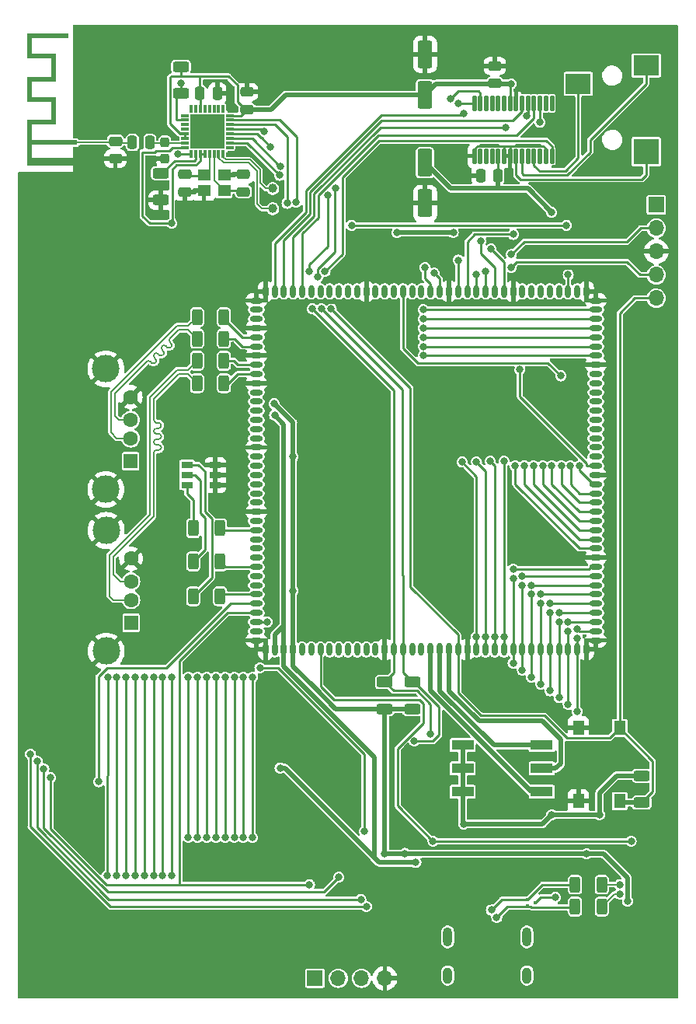
<source format=gbr>
%TF.GenerationSoftware,KiCad,Pcbnew,7.0.1*%
%TF.CreationDate,2023-08-09T19:54:46+10:00*%
%TF.ProjectId,STM32MP151_Dev_Board,53544d33-324d-4503-9135-315f4465765f,rev?*%
%TF.SameCoordinates,Original*%
%TF.FileFunction,Copper,L2,Bot*%
%TF.FilePolarity,Positive*%
%FSLAX46Y46*%
G04 Gerber Fmt 4.6, Leading zero omitted, Abs format (unit mm)*
G04 Created by KiCad (PCBNEW 7.0.1) date 2023-08-09 19:54:46*
%MOMM*%
%LPD*%
G01*
G04 APERTURE LIST*
G04 Aperture macros list*
%AMRoundRect*
0 Rectangle with rounded corners*
0 $1 Rounding radius*
0 $2 $3 $4 $5 $6 $7 $8 $9 X,Y pos of 4 corners*
0 Add a 4 corners polygon primitive as box body*
4,1,4,$2,$3,$4,$5,$6,$7,$8,$9,$2,$3,0*
0 Add four circle primitives for the rounded corners*
1,1,$1+$1,$2,$3*
1,1,$1+$1,$4,$5*
1,1,$1+$1,$6,$7*
1,1,$1+$1,$8,$9*
0 Add four rect primitives between the rounded corners*
20,1,$1+$1,$2,$3,$4,$5,0*
20,1,$1+$1,$4,$5,$6,$7,0*
20,1,$1+$1,$6,$7,$8,$9,0*
20,1,$1+$1,$8,$9,$2,$3,0*%
G04 Aperture macros list end*
%TA.AperFunction,ComponentPad*%
%ADD10O,1.000000X2.100000*%
%TD*%
%TA.AperFunction,ComponentPad*%
%ADD11O,1.000000X1.800000*%
%TD*%
%TA.AperFunction,SMDPad,CuDef*%
%ADD12RoundRect,0.250000X-0.312500X-0.625000X0.312500X-0.625000X0.312500X0.625000X-0.312500X0.625000X0*%
%TD*%
%TA.AperFunction,SMDPad,CuDef*%
%ADD13RoundRect,0.250000X0.312500X0.625000X-0.312500X0.625000X-0.312500X-0.625000X0.312500X-0.625000X0*%
%TD*%
%TA.AperFunction,SMDPad,CuDef*%
%ADD14RoundRect,0.008100X-0.396900X-0.126900X0.396900X-0.126900X0.396900X0.126900X-0.396900X0.126900X0*%
%TD*%
%TA.AperFunction,SMDPad,CuDef*%
%ADD15RoundRect,0.008100X-0.126900X0.396900X-0.126900X-0.396900X0.126900X-0.396900X0.126900X0.396900X0*%
%TD*%
%TA.AperFunction,SMDPad,CuDef*%
%ADD16R,3.700000X3.700000*%
%TD*%
%TA.AperFunction,ComponentPad*%
%ADD17R,1.500000X1.600000*%
%TD*%
%TA.AperFunction,ComponentPad*%
%ADD18C,1.600000*%
%TD*%
%TA.AperFunction,ComponentPad*%
%ADD19C,3.000000*%
%TD*%
%TA.AperFunction,ComponentPad*%
%ADD20R,1.700000X1.700000*%
%TD*%
%TA.AperFunction,ComponentPad*%
%ADD21O,1.700000X1.700000*%
%TD*%
%TA.AperFunction,SMDPad,CuDef*%
%ADD22RoundRect,0.250000X-0.475000X0.250000X-0.475000X-0.250000X0.475000X-0.250000X0.475000X0.250000X0*%
%TD*%
%TA.AperFunction,ConnectorPad*%
%ADD23R,0.500000X0.500000*%
%TD*%
%TA.AperFunction,ComponentPad*%
%ADD24R,0.500000X0.900000*%
%TD*%
%TA.AperFunction,SMDPad,CuDef*%
%ADD25O,1.400000X0.600000*%
%TD*%
%TA.AperFunction,SMDPad,CuDef*%
%ADD26O,0.600000X1.400000*%
%TD*%
%TA.AperFunction,SMDPad,CuDef*%
%ADD27R,2.440000X1.120000*%
%TD*%
%TA.AperFunction,SMDPad,CuDef*%
%ADD28C,1.000000*%
%TD*%
%TA.AperFunction,SMDPad,CuDef*%
%ADD29RoundRect,0.250000X-0.250000X-0.475000X0.250000X-0.475000X0.250000X0.475000X-0.250000X0.475000X0*%
%TD*%
%TA.AperFunction,SMDPad,CuDef*%
%ADD30RoundRect,0.250000X0.475000X-0.250000X0.475000X0.250000X-0.475000X0.250000X-0.475000X-0.250000X0*%
%TD*%
%TA.AperFunction,SMDPad,CuDef*%
%ADD31R,1.300000X1.550000*%
%TD*%
%TA.AperFunction,SMDPad,CuDef*%
%ADD32RoundRect,0.250000X0.250000X0.475000X-0.250000X0.475000X-0.250000X-0.475000X0.250000X-0.475000X0*%
%TD*%
%TA.AperFunction,SMDPad,CuDef*%
%ADD33R,1.300000X0.700000*%
%TD*%
%TA.AperFunction,SMDPad,CuDef*%
%ADD34RoundRect,0.250000X0.625000X-0.312500X0.625000X0.312500X-0.625000X0.312500X-0.625000X-0.312500X0*%
%TD*%
%TA.AperFunction,SMDPad,CuDef*%
%ADD35RoundRect,0.237500X-0.237500X0.287500X-0.237500X-0.287500X0.237500X-0.287500X0.237500X0.287500X0*%
%TD*%
%TA.AperFunction,SMDPad,CuDef*%
%ADD36R,1.400000X1.200000*%
%TD*%
%TA.AperFunction,SMDPad,CuDef*%
%ADD37RoundRect,0.250000X-0.550000X1.250000X-0.550000X-1.250000X0.550000X-1.250000X0.550000X1.250000X0*%
%TD*%
%TA.AperFunction,SMDPad,CuDef*%
%ADD38RoundRect,0.250000X-0.625000X0.312500X-0.625000X-0.312500X0.625000X-0.312500X0.625000X0.312500X0*%
%TD*%
%TA.AperFunction,SMDPad,CuDef*%
%ADD39RoundRect,0.020500X-0.184500X0.764500X-0.184500X-0.764500X0.184500X-0.764500X0.184500X0.764500X0*%
%TD*%
%TA.AperFunction,SMDPad,CuDef*%
%ADD40R,2.800000X2.200000*%
%TD*%
%TA.AperFunction,SMDPad,CuDef*%
%ADD41R,2.800000X2.800000*%
%TD*%
%TA.AperFunction,SMDPad,CuDef*%
%ADD42R,0.300000X0.300000*%
%TD*%
%TA.AperFunction,SMDPad,CuDef*%
%ADD43RoundRect,0.250000X0.550000X-1.250000X0.550000X1.250000X-0.550000X1.250000X-0.550000X-1.250000X0*%
%TD*%
%TA.AperFunction,ViaPad*%
%ADD44C,0.800000*%
%TD*%
%TA.AperFunction,Conductor*%
%ADD45C,0.250000*%
%TD*%
%TA.AperFunction,Conductor*%
%ADD46C,0.127000*%
%TD*%
%TA.AperFunction,Conductor*%
%ADD47C,0.500000*%
%TD*%
%TA.AperFunction,Conductor*%
%ADD48C,0.200000*%
%TD*%
G04 APERTURE END LIST*
%TA.AperFunction,EtchedComponent*%
%TO.C,AE1*%
G36*
X16050000Y-30350000D02*
G01*
X16050000Y-29907267D01*
X21052018Y-29907267D01*
X21059908Y-29955353D01*
X21076814Y-29988245D01*
X21113584Y-30023185D01*
X21158378Y-30042847D01*
X21206785Y-30047583D01*
X21254395Y-30037742D01*
X21296797Y-30013674D01*
X21329581Y-29975731D01*
X21333935Y-29967819D01*
X21346043Y-29925156D01*
X21345300Y-29876637D01*
X21332400Y-29831122D01*
X21321787Y-29812511D01*
X21286553Y-29778868D01*
X21241368Y-29758309D01*
X21191842Y-29751778D01*
X21143583Y-29760218D01*
X21111357Y-29777112D01*
X21078687Y-29812372D01*
X21058592Y-29857682D01*
X21052018Y-29907267D01*
X16050000Y-29907267D01*
X16050000Y-25350000D01*
X18690000Y-25350000D01*
X18690000Y-23350000D01*
X16050000Y-23350000D01*
X16050000Y-20650000D01*
X18690000Y-20650000D01*
X18690000Y-18650000D01*
X16050000Y-18650000D01*
X16050000Y-15950000D01*
X20490000Y-15950000D01*
X20490000Y-16450000D01*
X16550000Y-16450000D01*
X16550000Y-18150000D01*
X19190000Y-18150000D01*
X19190000Y-21150000D01*
X16550000Y-21150000D01*
X16550000Y-22850000D01*
X19190000Y-22850000D01*
X19190000Y-25850000D01*
X16550000Y-25850000D01*
X16550000Y-27550000D01*
X21450000Y-27550000D01*
X21450000Y-28050000D01*
X16550000Y-28050000D01*
X16550000Y-29450000D01*
X21450000Y-29450000D01*
X21450000Y-30350000D01*
X21206785Y-30350000D01*
X16050000Y-30350000D01*
G37*
%TD.AperFunction*%
%TD*%
D10*
%TO.P,J12,S1,SHIELD*%
%TO.N,Earth*%
X61860000Y-114300000D03*
D11*
X61860000Y-118500000D03*
D10*
X70500000Y-114300000D03*
D11*
X70500000Y-118500000D03*
%TD*%
D12*
%TO.P,R27,1*%
%TO.N,/Power & Debug/USB_N*%
X75737500Y-108600000D03*
%TO.P,R27,2*%
%TO.N,Net-(U2-USBDM)*%
X78662500Y-108600000D03*
%TD*%
D13*
%TO.P,R23,1*%
%TO.N,Net-(U1-USB2_P)*%
X37462500Y-54000000D03*
%TO.P,R23,2*%
%TO.N,USB2_P*%
X34537500Y-54000000D03*
%TD*%
D14*
%TO.P,U7,1,VDDA*%
%TO.N,+3V3*%
X33200000Y-28350000D03*
%TO.P,U7,2,LNA*%
%TO.N,Net-(U7-LNA)*%
X33200000Y-27850000D03*
%TO.P,U7,3,VDD3P3*%
%TO.N,+3V3*%
X33200000Y-27350000D03*
%TO.P,U7,4,VDD3P3*%
X33200000Y-26850000D03*
%TO.P,U7,5,VDD_RTC*%
%TO.N,unconnected-(U7-VDD_RTC-Pad5)*%
X33200000Y-26350000D03*
%TO.P,U7,6,TOUT*%
%TO.N,unconnected-(U7-TOUT-Pad6)*%
X33200000Y-25850000D03*
%TO.P,U7,7,CHIP_EN*%
%TO.N,WIFI_UP*%
X33200000Y-25350000D03*
%TO.P,U7,8,XPD_DCDC*%
%TO.N,unconnected-(U7-XPD_DCDC-Pad8)*%
X33200000Y-24850000D03*
D15*
%TO.P,U7,9,MTMS*%
%TO.N,unconnected-(U7-MTMS-Pad9)*%
X33895000Y-24155000D03*
%TO.P,U7,10,MTDI*%
%TO.N,unconnected-(U7-MTDI-Pad10)*%
X34395000Y-24155000D03*
%TO.P,U7,11,VDDPST*%
%TO.N,+3V3*%
X34895000Y-24155000D03*
%TO.P,U7,12,MTCK*%
%TO.N,unconnected-(U7-MTCK-Pad12)*%
X35395000Y-24155000D03*
%TO.P,U7,13,MTDO*%
%TO.N,unconnected-(U7-MTDO-Pad13)*%
X35895000Y-24155000D03*
%TO.P,U7,14,GPIO2*%
%TO.N,unconnected-(U7-GPIO2-Pad14)*%
X36395000Y-24155000D03*
%TO.P,U7,15,GPIO0*%
%TO.N,unconnected-(U7-GPIO0-Pad15)*%
X36895000Y-24155000D03*
%TO.P,U7,16,GPIO4*%
%TO.N,unconnected-(U7-GPIO4-Pad16)*%
X37395000Y-24155000D03*
D14*
%TO.P,U7,17,VDDPST*%
%TO.N,+3V3*%
X38090000Y-24850000D03*
%TO.P,U7,18,SD_DATA_2*%
%TO.N,MMC3_D2*%
X38090000Y-25350000D03*
%TO.P,U7,19,SD_DATA_3*%
%TO.N,MMC3_D3*%
X38090000Y-25850000D03*
%TO.P,U7,20,SD_CMD*%
%TO.N,MMC3_CMD*%
X38090000Y-26350000D03*
%TO.P,U7,21,SD_CLK*%
%TO.N,MMC3_CK*%
X38090000Y-26850000D03*
%TO.P,U7,22,SD_DATA_0*%
%TO.N,MMC3_D0*%
X38090000Y-27350000D03*
%TO.P,U7,23,SD_DATA_1*%
%TO.N,MMC3_D1*%
X38090000Y-27850000D03*
%TO.P,U7,24,GPIO5*%
%TO.N,unconnected-(U7-GPIO5-Pad24)*%
X38090000Y-28350000D03*
D15*
%TO.P,U7,25,U0RXD*%
%TO.N,Net-(U7-U0RXD)*%
X37395000Y-29045000D03*
%TO.P,U7,26,U0TXD*%
%TO.N,Net-(U7-U0TXD)*%
X36895000Y-29045000D03*
%TO.P,U7,27,XTAL_OUT*%
%TO.N,Net-(U7-XTAL_OUT)*%
X36395000Y-29045000D03*
%TO.P,U7,28,XTAL_IN*%
%TO.N,Net-(U7-XTAL_IN)*%
X35895000Y-29045000D03*
%TO.P,U7,29,VDDD*%
%TO.N,+3V3*%
X35395000Y-29045000D03*
%TO.P,U7,30,VDDA*%
X34895000Y-29045000D03*
%TO.P,U7,31,RES12K*%
%TO.N,Net-(U7-RES12K)*%
X34395000Y-29045000D03*
%TO.P,U7,32,~{EXT_RST}*%
%TO.N,NRST*%
X33895000Y-29045000D03*
D16*
%TO.P,U7,33,GND*%
%TO.N,GND*%
X35645000Y-26600000D03*
%TD*%
D17*
%TO.P,J8,1,VBUS*%
%TO.N,Net-(J8-VBUS)*%
X27310000Y-62500000D03*
D18*
%TO.P,J8,2,D-*%
%TO.N,USB1_N*%
X27310000Y-60000000D03*
%TO.P,J8,3,D+*%
%TO.N,USB1_P*%
X27310000Y-58000000D03*
%TO.P,J8,4,GND*%
%TO.N,GND*%
X27310000Y-55500000D03*
D19*
%TO.P,J8,5,Shield*%
X24600000Y-65570000D03*
X24600000Y-52430000D03*
%TD*%
D13*
%TO.P,R22,1*%
%TO.N,Net-(U1-USB2_N)*%
X37462500Y-51550000D03*
%TO.P,R22,2*%
%TO.N,USB2_N*%
X34537500Y-51550000D03*
%TD*%
D20*
%TO.P,J3,1,Pin_1*%
%TO.N,+3V3*%
X84600000Y-34580000D03*
D21*
%TO.P,J3,2,Pin_2*%
%TO.N,SWCLK*%
X84600000Y-37120000D03*
%TO.P,J3,3,Pin_3*%
%TO.N,GND*%
X84600000Y-39660000D03*
%TO.P,J3,4,Pin_4*%
%TO.N,SWDIO*%
X84600000Y-42200000D03*
%TO.P,J3,5,Pin_5*%
%TO.N,NRST*%
X84600000Y-44740000D03*
%TD*%
D17*
%TO.P,J13,1,VBUS*%
%TO.N,Net-(J13-VBUS)*%
X27360000Y-80100000D03*
D18*
%TO.P,J13,2,D-*%
%TO.N,USB2_N*%
X27360000Y-77600000D03*
%TO.P,J13,3,D+*%
%TO.N,USB2_P*%
X27360000Y-75600000D03*
%TO.P,J13,4,GND*%
%TO.N,GND*%
X27360000Y-73100000D03*
D19*
%TO.P,J13,5,Shield*%
X24650000Y-83170000D03*
X24650000Y-70030000D03*
%TD*%
D22*
%TO.P,C7,1*%
%TO.N,Net-(U7-XTAL_IN)*%
X33195000Y-31250000D03*
%TO.P,C7,2*%
%TO.N,GND*%
X33195000Y-33150000D03*
%TD*%
D23*
%TO.P,AE1,1,1*%
%TO.N,Net-(AE1-Pad1)*%
X21200000Y-27800000D03*
D24*
%TO.P,AE1,2,2*%
%TO.N,GND*%
X21200000Y-29900000D03*
%TD*%
D22*
%TO.P,C16,1*%
%TO.N,Net-(AE1-Pad1)*%
X25645000Y-27650000D03*
%TO.P,C16,2*%
%TO.N,GND*%
X25645000Y-29550000D03*
%TD*%
D13*
%TO.P,R20,1*%
%TO.N,Net-(U1-USB1_N)*%
X37462500Y-46800000D03*
%TO.P,R20,2*%
%TO.N,USB1_N*%
X34537500Y-46800000D03*
%TD*%
D25*
%TO.P,U1,1,GND_1*%
%TO.N,GND*%
X78000000Y-45000000D03*
%TO.P,U1,2,MMC3_D0*%
%TO.N,MMC3_D0*%
X78000000Y-46000000D03*
%TO.P,U1,3,MMC3_D1*%
%TO.N,MMC3_D1*%
X78000000Y-47000000D03*
%TO.P,U1,4,MMC3_D2*%
%TO.N,MMC3_D2*%
X78000000Y-48000000D03*
%TO.P,U1,5,MMC3_D3*%
%TO.N,MMC3_D3*%
X78000000Y-49000000D03*
%TO.P,U1,6,MMC3_CK*%
%TO.N,MMC3_CK*%
X78000000Y-50000000D03*
%TO.P,U1,7,MMC3_CMD*%
%TO.N,MMC3_CMD*%
X78000000Y-51000000D03*
%TO.P,U1,8,GND_2*%
%TO.N,GND*%
X78000000Y-52000000D03*
%TO.P,U1,9,PC6*%
%TO.N,PC6*%
X78000000Y-53000000D03*
%TO.P,U1,10,PC7*%
%TO.N,PC7*%
X78000000Y-54000000D03*
%TO.P,U1,11,PE0*%
%TO.N,PE0*%
X78000000Y-55000000D03*
%TO.P,U1,12,PE1*%
%TO.N,unconnected-(U1-PE1-Pad12)*%
X78000000Y-56000000D03*
%TO.P,U1,13,PE4*%
%TO.N,unconnected-(U1-PE4-Pad13)*%
X78000000Y-57000000D03*
%TO.P,U1,14,PB6*%
%TO.N,PB6*%
X78000000Y-58000000D03*
%TO.P,U1,15,PB8*%
%TO.N,PB8*%
X78000000Y-59000000D03*
%TO.P,U1,16,PB9*%
%TO.N,unconnected-(U1-PB9-Pad16)*%
X78000000Y-60000000D03*
%TO.P,U1,17,PA4*%
%TO.N,unconnected-(U1-PA4-Pad17)*%
X78000000Y-61000000D03*
%TO.P,U1,18,PA6*%
%TO.N,unconnected-(U1-PA6-Pad18)*%
X78000000Y-62000000D03*
%TO.P,U1,19,PB7*%
%TO.N,MMC1_DETECT*%
X78000000Y-63000000D03*
%TO.P,U1,20,GND_3*%
%TO.N,GND*%
X78000000Y-64000000D03*
%TO.P,U1,21,PD9*%
%TO.N,LCD_B0*%
X78000000Y-65000000D03*
%TO.P,U1,22,PG12*%
%TO.N,LCD_B1*%
X78000000Y-66000000D03*
%TO.P,U1,23,PG10*%
%TO.N,LCD_B2*%
X78000000Y-67000000D03*
%TO.P,U1,24,PD10*%
%TO.N,LCD_B3*%
X78000000Y-68000000D03*
%TO.P,U1,25,PI4*%
%TO.N,LCD_B4*%
X78000000Y-69000000D03*
%TO.P,U1,26,PI5*%
%TO.N,LCD_B5*%
X78000000Y-70000000D03*
%TO.P,U1,27,PI6*%
%TO.N,LCD_B6*%
X78000000Y-71000000D03*
%TO.P,U1,28,PI7*%
%TO.N,LCD_B7*%
X78000000Y-72000000D03*
%TO.P,U1,29,GND_4*%
%TO.N,GND*%
X78000000Y-73000000D03*
%TO.P,U1,30,PE14*%
%TO.N,LCD_G0*%
X78000000Y-74000000D03*
%TO.P,U1,31,PE6*%
%TO.N,LCD_G1*%
X78000000Y-75000000D03*
%TO.P,U1,32,PH13*%
%TO.N,LCD_G2*%
X78000000Y-76000000D03*
%TO.P,U1,33,PH14*%
%TO.N,LCD_G3*%
X78000000Y-77000000D03*
%TO.P,U1,34,PH15*%
%TO.N,LCD_G4*%
X78000000Y-78000000D03*
%TO.P,U1,35,PI0*%
%TO.N,LCD_G5*%
X78000000Y-79000000D03*
%TO.P,U1,36,PI1*%
%TO.N,LCD_G6*%
X78000000Y-80000000D03*
%TO.P,U1,37,PI2*%
%TO.N,LCD_G7*%
X78000000Y-81000000D03*
%TO.P,U1,38,GND_5*%
%TO.N,GND*%
X78000000Y-82000000D03*
D26*
%TO.P,U1,39,GND_6*%
X77000000Y-83000000D03*
%TO.P,U1,40,PH2*%
%TO.N,LCD_R0*%
X76000000Y-83000000D03*
%TO.P,U1,41,PH3*%
%TO.N,LCD_R1*%
X75000000Y-83000000D03*
%TO.P,U1,42,PH8*%
%TO.N,LCD_R2*%
X74000000Y-83000000D03*
%TO.P,U1,43,PH9*%
%TO.N,LCD_R3*%
X73000000Y-83000000D03*
%TO.P,U1,44,PH10*%
%TO.N,LCD_R4*%
X72000000Y-83000000D03*
%TO.P,U1,45,PH11*%
%TO.N,LCD_R5*%
X71000000Y-83000000D03*
%TO.P,U1,46,PH12*%
%TO.N,LCD_R6*%
X70000000Y-83000000D03*
%TO.P,U1,47,PE15*%
%TO.N,LCD_R7*%
X69000000Y-83000000D03*
%TO.P,U1,48,PE13*%
%TO.N,LCD_DATA_EN*%
X68000000Y-83000000D03*
%TO.P,U1,49,PI9*%
%TO.N,LCD_V_SYNC*%
X67000000Y-83000000D03*
%TO.P,U1,50,PI10*%
%TO.N,LCD_H_SYNC*%
X66000000Y-83000000D03*
%TO.P,U1,51,PG7*%
%TO.N,LCD_CLK*%
X65000000Y-83000000D03*
%TO.P,U1,52,GND_7*%
%TO.N,GND*%
X64000000Y-83000000D03*
%TO.P,U1,53,NRST*%
%TO.N,NRST*%
X63000000Y-83000000D03*
%TO.P,U1,54,BOOT1*%
%TO.N,BOOT1*%
X62000000Y-83000000D03*
%TO.P,U1,55,BOOT0*%
%TO.N,BOOT0*%
X61000000Y-83000000D03*
%TO.P,U1,56,BOOT2*%
%TO.N,BOOT2*%
X60000000Y-83000000D03*
%TO.P,U1,57,PD8*%
%TO.N,unconnected-(U1-PD8-Pad57)*%
X59000000Y-83000000D03*
%TO.P,U1,58,PG3*%
%TO.N,unconnected-(U1-PG3-Pad58)*%
X58000000Y-83000000D03*
%TO.P,U1,59,PF14*%
%TO.N,I2C1_SCL*%
X57000000Y-83000000D03*
%TO.P,U1,60,PF15*%
%TO.N,I2C1_SDA*%
X56000000Y-83000000D03*
%TO.P,U1,61,GND_8*%
%TO.N,GND*%
X55000000Y-83000000D03*
%TO.P,U1,62,PF11*%
%TO.N,SPI5_MOSI*%
X54000000Y-83000000D03*
%TO.P,U1,63,PH7*%
%TO.N,SPI5_MISO*%
X53000000Y-83000000D03*
%TO.P,U1,64,PH5*%
%TO.N,SPI5_CS*%
X52000000Y-83000000D03*
%TO.P,U1,65,PH6*%
%TO.N,SPI5_CLK*%
X51000000Y-83000000D03*
%TO.P,U1,66,PB13*%
%TO.N,unconnected-(U1-PB13-Pad66)*%
X50000000Y-83000000D03*
%TO.P,U1,67,PB5*%
%TO.N,unconnected-(U1-PB5-Pad67)*%
X49000000Y-83000000D03*
%TO.P,U1,68,PA11*%
%TO.N,UART4_RX*%
X48000000Y-83000000D03*
%TO.P,U1,69,PA12*%
%TO.N,unconnected-(U1-PA12-Pad69)*%
X47000000Y-83000000D03*
%TO.P,U1,70,VBAT_RTC*%
%TO.N,unconnected-(U1-VBAT_RTC-Pad70)*%
X46000000Y-83000000D03*
%TO.P,U1,71,3V3_OUT*%
%TO.N,+3V3*%
X45000000Y-83000000D03*
%TO.P,U1,72,VDD_5V_1*%
%TO.N,+5V*%
X44000000Y-83000000D03*
%TO.P,U1,73,VDD_5V_2*%
X43000000Y-83000000D03*
%TO.P,U1,74,GND_9*%
%TO.N,GND*%
X42000000Y-83000000D03*
D25*
%TO.P,U1,75,GND_10*%
X41000000Y-82000000D03*
%TO.P,U1,76,KEY_WP*%
%TO.N,KEY_WP*%
X41000000Y-81000000D03*
%TO.P,U1,77,PE11*%
%TO.N,CTP_RESET*%
X41000000Y-80000000D03*
%TO.P,U1,78,PE12*%
%TO.N,CTP_INT*%
X41000000Y-79000000D03*
%TO.P,U1,79,PI3*%
%TO.N,LCD_BL_EN*%
X41000000Y-78000000D03*
%TO.P,U1,80,PA3*%
%TO.N,LED_R*%
X41000000Y-77000000D03*
%TO.P,U1,81,ANA0*%
%TO.N,ANA0*%
X41000000Y-76000000D03*
%TO.P,U1,82,ANA1*%
%TO.N,ANA1*%
X41000000Y-75000000D03*
%TO.P,U1,83,PA5*%
%TO.N,LED_G*%
X41000000Y-74000000D03*
%TO.P,U1,84,VBUS_OTG*%
%TO.N,unconnected-(U1-VBUS_OTG-Pad84)*%
X41000000Y-73000000D03*
%TO.P,U1,85,ETH_MDIO*%
%TO.N,unconnected-(U1-ETH_MDIO-Pad85)*%
X41000000Y-72000000D03*
%TO.P,U1,86,ETH_MDC*%
%TO.N,unconnected-(U1-ETH_MDC-Pad86)*%
X41000000Y-71000000D03*
%TO.P,U1,87,PC0*%
%TO.N,LED_B*%
X41000000Y-70000000D03*
%TO.P,U1,88,PG8*%
%TO.N,unconnected-(U1-PG8-Pad88)*%
X41000000Y-69000000D03*
%TO.P,U1,89,GND_11*%
%TO.N,GND*%
X41000000Y-68000000D03*
%TO.P,U1,90,ETH_TD3*%
%TO.N,unconnected-(U1-ETH_TD3-Pad90)*%
X41000000Y-67000000D03*
%TO.P,U1,91,ETH_TD2*%
%TO.N,unconnected-(U1-ETH_TD2-Pad91)*%
X41000000Y-66000000D03*
%TO.P,U1,92,ETH_TD1*%
%TO.N,unconnected-(U1-ETH_TD1-Pad92)*%
X41000000Y-65000000D03*
%TO.P,U1,93,ETH_TD0*%
%TO.N,unconnected-(U1-ETH_TD0-Pad93)*%
X41000000Y-64000000D03*
%TO.P,U1,94,ETH_TCTL*%
%TO.N,unconnected-(U1-ETH_TCTL-Pad94)*%
X41000000Y-63000000D03*
%TO.P,U1,95,ETH_TCLK*%
%TO.N,unconnected-(U1-ETH_TCLK-Pad95)*%
X41000000Y-62000000D03*
%TO.P,U1,96,GND_12*%
%TO.N,GND*%
X41000000Y-61000000D03*
%TO.P,U1,97,ETH_RCLK*%
%TO.N,unconnected-(U1-ETH_RCLK-Pad97)*%
X41000000Y-60000000D03*
%TO.P,U1,98,ETH_RD3*%
%TO.N,unconnected-(U1-ETH_RD3-Pad98)*%
X41000000Y-59000000D03*
%TO.P,U1,99,ETH_RD2*%
%TO.N,unconnected-(U1-ETH_RD2-Pad99)*%
X41000000Y-58000000D03*
%TO.P,U1,100,ETH_RD1*%
%TO.N,unconnected-(U1-ETH_RD1-Pad100)*%
X41000000Y-57000000D03*
%TO.P,U1,101,ETH_RD0*%
%TO.N,unconnected-(U1-ETH_RD0-Pad101)*%
X41000000Y-56000000D03*
%TO.P,U1,102,ETH_RCTL*%
%TO.N,unconnected-(U1-ETH_RCTL-Pad102)*%
X41000000Y-55000000D03*
%TO.P,U1,103,GND_13*%
%TO.N,GND*%
X41000000Y-54000000D03*
%TO.P,U1,104,USB2_P*%
%TO.N,Net-(U1-USB2_P)*%
X41000000Y-53000000D03*
%TO.P,U1,105,USB2_N*%
%TO.N,Net-(U1-USB2_N)*%
X41000000Y-52000000D03*
%TO.P,U1,106,GND_14*%
%TO.N,GND*%
X41000000Y-51000000D03*
%TO.P,U1,107,USB1_P*%
%TO.N,Net-(U1-USB1_P)*%
X41000000Y-50000000D03*
%TO.P,U1,108,USB1_N*%
%TO.N,Net-(U1-USB1_N)*%
X41000000Y-49000000D03*
%TO.P,U1,109,GND_15*%
%TO.N,GND*%
X41000000Y-48000000D03*
%TO.P,U1,110,PG5*%
%TO.N,unconnected-(U1-PG5-Pad110)*%
X41000000Y-47000000D03*
%TO.P,U1,111,PD13*%
%TO.N,WIFI_INT*%
X41000000Y-46000000D03*
%TO.P,U1,112,GND_16*%
%TO.N,GND*%
X41000000Y-45000000D03*
D26*
%TO.P,U1,113,GND_17*%
X42000000Y-44000000D03*
%TO.P,U1,114,PF8*%
%TO.N,SAI1_SCK_B*%
X43000000Y-44000000D03*
%TO.P,U1,115,PF7*%
%TO.N,SAI1_MCLK_B*%
X44000000Y-44000000D03*
%TO.P,U1,116,PF6*%
%TO.N,SAI1_SD_B*%
X45000000Y-44000000D03*
%TO.P,U1,117,PF9*%
%TO.N,SAI1_FS_B*%
X46000000Y-44000000D03*
%TO.P,U1,118,PB12*%
%TO.N,unconnected-(U1-PB12-Pad118)*%
X47000000Y-44000000D03*
%TO.P,U1,119,PB10*%
%TO.N,unconnected-(U1-PB10-Pad119)*%
X48000000Y-44000000D03*
%TO.P,U1,120,PC3*%
%TO.N,unconnected-(U1-PC3-Pad120)*%
X49000000Y-44000000D03*
%TO.P,U1,121,PI8*%
%TO.N,unconnected-(U1-PI8-Pad121)*%
X50000000Y-44000000D03*
%TO.P,U1,122,PI11*%
%TO.N,unconnected-(U1-PI11-Pad122)*%
X51000000Y-44000000D03*
%TO.P,U1,123,PA10*%
%TO.N,unconnected-(U1-PA10-Pad123)*%
X52000000Y-44000000D03*
%TO.P,U1,124,GND_18*%
%TO.N,GND*%
X53000000Y-44000000D03*
%TO.P,U1,125,PF13*%
%TO.N,unconnected-(U1-PF13-Pad125)*%
X54000000Y-44000000D03*
%TO.P,U1,126,PF12*%
%TO.N,unconnected-(U1-PF12-Pad126)*%
X55000000Y-44000000D03*
%TO.P,U1,127,PF10*%
%TO.N,unconnected-(U1-PF10-Pad127)*%
X56000000Y-44000000D03*
%TO.P,U1,128,PG11*%
%TO.N,UART4_TX*%
X57000000Y-44000000D03*
%TO.P,U1,129,PB2*%
%TO.N,SAI1_SD_A*%
X58000000Y-44000000D03*
%TO.P,U1,130,PA15*%
%TO.N,unconnected-(U1-PA15-Pad130)*%
X59000000Y-44000000D03*
%TO.P,U1,131,SWDIO*%
%TO.N,SWDIO*%
X60000000Y-44000000D03*
%TO.P,U1,132,SWCLK*%
%TO.N,SWCLK*%
X61000000Y-44000000D03*
%TO.P,U1,133,GND_19*%
%TO.N,GND*%
X62000000Y-44000000D03*
%TO.P,U1,134,MMC1_D0*%
%TO.N,MMC1_D0*%
X63000000Y-44000000D03*
%TO.P,U1,135,MMC1_D1*%
%TO.N,MMC1_D1*%
X64000000Y-44000000D03*
%TO.P,U1,136,MMC1_D2*%
%TO.N,MMC1_D2*%
X65000000Y-44000000D03*
%TO.P,U1,137,MMC1_D3*%
%TO.N,MMC1_D3*%
X66000000Y-44000000D03*
%TO.P,U1,138,MMC1_CK*%
%TO.N,MMC1_CK*%
X67000000Y-44000000D03*
%TO.P,U1,139,MMC1_CMD*%
%TO.N,MMC1_CMD*%
X68000000Y-44000000D03*
%TO.P,U1,140,GND_20*%
%TO.N,GND*%
X69000000Y-44000000D03*
%TO.P,U1,141,PZ3*%
%TO.N,unconnected-(U1-PZ3-Pad141)*%
X70000000Y-44000000D03*
%TO.P,U1,142,PZ2*%
%TO.N,UART1_TX*%
X71000000Y-44000000D03*
%TO.P,U1,143,PZ1*%
%TO.N,UART1_RX*%
X72000000Y-44000000D03*
%TO.P,U1,144,PZ0*%
%TO.N,unconnected-(U1-PZ0-Pad144)*%
X73000000Y-44000000D03*
%TO.P,U1,145,PZ6*%
%TO.N,unconnected-(U1-PZ6-Pad145)*%
X74000000Y-44000000D03*
%TO.P,U1,146,PH4*%
%TO.N,WIFI_UP*%
X75000000Y-44000000D03*
%TO.P,U1,147,PZ7*%
%TO.N,unconnected-(U1-PZ7-Pad147)*%
X76000000Y-44000000D03*
%TO.P,U1,148,GND_21*%
%TO.N,GND*%
X77000000Y-44000000D03*
%TD*%
D27*
%TO.P,SW1,1*%
%TO.N,BOOT0*%
X72110000Y-93420000D03*
%TO.P,SW1,2*%
%TO.N,BOOT1*%
X72110000Y-95960000D03*
%TO.P,SW1,3*%
%TO.N,BOOT2*%
X72110000Y-98500000D03*
%TO.P,SW1,4*%
%TO.N,+5V*%
X63500000Y-98500000D03*
%TO.P,SW1,5*%
X63500000Y-95960000D03*
%TO.P,SW1,6*%
X63500000Y-93420000D03*
%TD*%
D28*
%TO.P,TP3,1,1*%
%TO.N,Net-(U7-U0RXD)*%
X42800000Y-32800000D03*
%TD*%
D29*
%TO.P,C8,1*%
%TO.N,+3V3*%
X34845000Y-22445000D03*
%TO.P,C8,2*%
%TO.N,GND*%
X36745000Y-22445000D03*
%TD*%
D28*
%TO.P,TP4,1,1*%
%TO.N,Net-(U7-U0TXD)*%
X42800000Y-35000000D03*
%TD*%
D30*
%TO.P,C18,1*%
%TO.N,+3V3*%
X67000000Y-21350000D03*
%TO.P,C18,2*%
%TO.N,GND*%
X67000000Y-19450000D03*
%TD*%
D31*
%TO.P,SW2,1,1*%
%TO.N,NRST*%
X80610000Y-99500000D03*
X80610000Y-91550000D03*
%TO.P,SW2,2,2*%
%TO.N,GND*%
X76110000Y-99500000D03*
X76110000Y-91550000D03*
%TD*%
D32*
%TO.P,C17,1*%
%TO.N,Net-(U7-LNA)*%
X29395000Y-27800000D03*
%TO.P,C17,2*%
%TO.N,Net-(AE1-Pad1)*%
X27495000Y-27800000D03*
%TD*%
D33*
%TO.P,D1,1,RK*%
%TO.N,GND*%
X36550000Y-62900000D03*
%TO.P,D1,2,GK*%
X36550000Y-64000000D03*
%TO.P,D1,3,BK*%
X36550000Y-65100000D03*
%TO.P,D1,4,BA*%
%TO.N,Net-(D1-BA)*%
X33450000Y-65100000D03*
%TO.P,D1,5,GA*%
%TO.N,Net-(D1-GA)*%
X33450000Y-64000000D03*
%TO.P,D1,6,RA*%
%TO.N,Net-(D1-RA)*%
X33450000Y-62900000D03*
%TD*%
D34*
%TO.P,R18,1*%
%TO.N,+3V3*%
X58000000Y-89462500D03*
%TO.P,R18,2*%
%TO.N,I2C1_SCL*%
X58000000Y-86537500D03*
%TD*%
D30*
%TO.P,C6,1*%
%TO.N,Net-(U7-XTAL_OUT)*%
X39595000Y-33150000D03*
%TO.P,C6,2*%
%TO.N,GND*%
X39595000Y-31250000D03*
%TD*%
D13*
%TO.P,R24,1*%
%TO.N,LED_R*%
X37062500Y-77200000D03*
%TO.P,R24,2*%
%TO.N,Net-(D1-RA)*%
X34137500Y-77200000D03*
%TD*%
D35*
%TO.P,L2,1,1*%
%TO.N,Net-(U7-LNA)*%
X31045000Y-27770000D03*
%TO.P,L2,2,2*%
%TO.N,GND*%
X31045000Y-29520000D03*
%TD*%
D12*
%TO.P,R28,1*%
%TO.N,/Power & Debug/USB_P*%
X75737500Y-111000000D03*
%TO.P,R28,2*%
%TO.N,Net-(U2-USBDP)*%
X78662500Y-111000000D03*
%TD*%
D36*
%TO.P,Y2,1,1*%
%TO.N,Net-(U7-XTAL_IN)*%
X35295000Y-31350000D03*
%TO.P,Y2,2,2*%
%TO.N,GND*%
X37495000Y-31350000D03*
%TO.P,Y2,3,3*%
%TO.N,Net-(U7-XTAL_OUT)*%
X37495000Y-33050000D03*
%TO.P,Y2,4,4*%
%TO.N,GND*%
X35295000Y-33050000D03*
%TD*%
D34*
%TO.P,R19,1*%
%TO.N,+3V3*%
X55000000Y-89462500D03*
%TO.P,R19,2*%
%TO.N,I2C1_SDA*%
X55000000Y-86537500D03*
%TD*%
D37*
%TO.P,C12,1*%
%TO.N,+5V*%
X59400000Y-30000000D03*
%TO.P,C12,2*%
%TO.N,GND*%
X59400000Y-34400000D03*
%TD*%
D38*
%TO.P,R1,1*%
%TO.N,+3V3*%
X32800000Y-19537500D03*
%TO.P,R1,2*%
%TO.N,WIFI_UP*%
X32800000Y-22462500D03*
%TD*%
D39*
%TO.P,U4,1,MC/SCL/FMT*%
%TO.N,I2C1_SCL*%
X64775000Y-23530000D03*
%TO.P,U4,2,MD/SDA/DEMP*%
%TO.N,I2C1_SDA*%
X65425000Y-23530000D03*
%TO.P,U4,3,DOUT*%
%TO.N,unconnected-(U4-DOUT-Pad3)*%
X66075000Y-23530000D03*
%TO.P,U4,4,LRCK1*%
%TO.N,unconnected-(U4-LRCK1-Pad4)*%
X66725000Y-23530000D03*
%TO.P,U4,5,BCK1*%
%TO.N,unconnected-(U4-BCK1-Pad5)*%
X67375000Y-23530000D03*
%TO.P,U4,6,SCKI1*%
%TO.N,unconnected-(U4-SCKI1-Pad6)*%
X68025000Y-23530000D03*
%TO.P,U4,7,VDD*%
%TO.N,+3V3*%
X68675000Y-23530000D03*
%TO.P,U4,8,DGND*%
%TO.N,GND*%
X69325000Y-23530000D03*
%TO.P,U4,9,SCKI2*%
%TO.N,SAI1_MCLK_B*%
X69975000Y-23530000D03*
%TO.P,U4,10,BCK2*%
%TO.N,SAI1_SCK_B*%
X70625000Y-23530000D03*
%TO.P,U4,11,LRCK2*%
%TO.N,SAI1_FS_B*%
X71275000Y-23530000D03*
%TO.P,U4,12,DIN*%
%TO.N,SAI1_SD_B*%
X71925000Y-23530000D03*
%TO.P,U4,13,ZEROR*%
%TO.N,unconnected-(U4-ZEROR-Pad13)*%
X72575000Y-23530000D03*
%TO.P,U4,14,ZEROL*%
%TO.N,unconnected-(U4-ZEROL-Pad14)*%
X73225000Y-23530000D03*
%TO.P,U4,15,~{RST}*%
%TO.N,NRST*%
X73225000Y-29270000D03*
%TO.P,U4,16,SGND*%
%TO.N,GND*%
X72575000Y-29270000D03*
%TO.P,U4,17,VOUTR-*%
%TO.N,unconnected-(U4-VOUTR--Pad17)*%
X71925000Y-29270000D03*
%TO.P,U4,18,VOUTR+*%
%TO.N,Net-(U4-VOUTR+)*%
X71275000Y-29270000D03*
%TO.P,U4,19,VOUTL-*%
%TO.N,unconnected-(U4-VOUTL--Pad19)*%
X70625000Y-29270000D03*
%TO.P,U4,20,VOUTL+*%
%TO.N,Net-(U4-VOUTL+)*%
X69975000Y-29270000D03*
%TO.P,U4,21,VCOM*%
%TO.N,/Audio/VCOM*%
X69325000Y-29270000D03*
%TO.P,U4,22,AGND2*%
%TO.N,GND*%
X68675000Y-29270000D03*
%TO.P,U4,23,AGND1*%
X68025000Y-29270000D03*
%TO.P,U4,24,VCC*%
%TO.N,+5V*%
X67375000Y-29270000D03*
%TO.P,U4,25,VINL*%
%TO.N,unconnected-(U4-VINL-Pad25)*%
X66725000Y-29270000D03*
%TO.P,U4,26,VINR*%
%TO.N,unconnected-(U4-VINR-Pad26)*%
X66075000Y-29270000D03*
%TO.P,U4,27,~{MS/ADR/IFMD}*%
%TO.N,unconnected-(U4-~{MS{slash}ADR{slash}IFMD}-Pad27)*%
X65425000Y-29270000D03*
%TO.P,U4,28,MODE*%
%TO.N,GND*%
X64775000Y-29270000D03*
%TD*%
D13*
%TO.P,R25,1*%
%TO.N,LED_G*%
X37062500Y-73400000D03*
%TO.P,R25,2*%
%TO.N,Net-(D1-GA)*%
X34137500Y-73400000D03*
%TD*%
D34*
%TO.P,R2,1*%
%TO.N,NRST*%
X83000000Y-99662500D03*
%TO.P,R2,2*%
%TO.N,+5V*%
X83000000Y-96737500D03*
%TD*%
D32*
%TO.P,C19,1*%
%TO.N,+5V*%
X67350000Y-31400000D03*
%TO.P,C19,2*%
%TO.N,GND*%
X65450000Y-31400000D03*
%TD*%
D13*
%TO.P,R26,1*%
%TO.N,LED_B*%
X37062500Y-69800000D03*
%TO.P,R26,2*%
%TO.N,Net-(D1-BA)*%
X34137500Y-69800000D03*
%TD*%
%TO.P,R21,1*%
%TO.N,Net-(U1-USB1_P)*%
X37462500Y-49150000D03*
%TO.P,R21,2*%
%TO.N,USB1_P*%
X34537500Y-49150000D03*
%TD*%
D40*
%TO.P,J2,R*%
%TO.N,Net-(U4-VOUTR+)*%
X76100000Y-21400000D03*
%TO.P,J2,S*%
%TO.N,Net-(U4-VOUTL+)*%
X83500000Y-19400000D03*
D41*
%TO.P,J2,T*%
%TO.N,/Audio/VCOM*%
X83500000Y-28800000D03*
%TD*%
D20*
%TO.P,J4,1,Pin_1*%
%TO.N,+5V*%
X47400000Y-118800000D03*
D21*
%TO.P,J4,2,Pin_2*%
%TO.N,UART4_RX*%
X49940000Y-118800000D03*
%TO.P,J4,3,Pin_3*%
%TO.N,UART4_TX*%
X52480000Y-118800000D03*
%TO.P,J4,4,Pin_4*%
%TO.N,GND*%
X55020000Y-118800000D03*
%TD*%
D38*
%TO.P,R29,1*%
%TO.N,Net-(U7-RES12K)*%
X30600000Y-31137500D03*
%TO.P,R29,2*%
%TO.N,GND*%
X30600000Y-34062500D03*
%TD*%
D30*
%TO.P,C14,1*%
%TO.N,+3V3*%
X39995000Y-24195000D03*
%TO.P,C14,2*%
%TO.N,GND*%
X39995000Y-22295000D03*
%TD*%
D42*
%TO.P,U5,1,D+*%
%TO.N,/Power & Debug/USB_P*%
X70550000Y-110950000D03*
%TO.P,U5,2,D-*%
%TO.N,/Power & Debug/USB_N*%
X70550000Y-110250000D03*
%TO.P,U5,3,GND*%
%TO.N,Earth*%
X71400000Y-110600000D03*
%TD*%
D43*
%TO.P,C20,1*%
%TO.N,+3V3*%
X59400000Y-22600000D03*
%TO.P,C20,2*%
%TO.N,GND*%
X59400000Y-18200000D03*
%TD*%
D44*
%TO.N,GND*%
X51800000Y-33200000D03*
X34400000Y-25400000D03*
X38200000Y-22400000D03*
X24800000Y-42400000D03*
X36800000Y-38000000D03*
X29800000Y-29600000D03*
X20200000Y-100200000D03*
X34400000Y-27800000D03*
X30000000Y-20000000D03*
X83000000Y-102400000D03*
X36800000Y-27800000D03*
X59400000Y-101200000D03*
X73800000Y-102600000D03*
X61800000Y-112000000D03*
X43600000Y-93200000D03*
X51600000Y-86200000D03*
X36800000Y-25400000D03*
X17800000Y-42200000D03*
X52000000Y-20000000D03*
X43400000Y-105800000D03*
X20000000Y-89200000D03*
X39600000Y-31200000D03*
X20200000Y-110000000D03*
X17600000Y-110000000D03*
X78400000Y-95600000D03*
X78000000Y-115000000D03*
X38200000Y-67600000D03*
X32000000Y-67600000D03*
X32000000Y-51400000D03*
X70400000Y-112000000D03*
X76000000Y-91400000D03*
%TO.N,+5V*%
X78400000Y-101000000D03*
X58400000Y-106200000D03*
X43000000Y-57500000D03*
X73200000Y-35400000D03*
X43600000Y-95900000D03*
X63600000Y-102000000D03*
X73200000Y-101000000D03*
%TO.N,Earth*%
X73600000Y-110000000D03*
%TO.N,Net-(U2-USBDM)*%
X80600000Y-108600000D03*
%TO.N,MMC3_D0*%
X43602091Y-30366635D03*
X59200000Y-46000000D03*
%TO.N,MMC3_D1*%
X43539584Y-31364182D03*
X59200000Y-47000000D03*
%TO.N,MMC3_D2*%
X59200000Y-47999503D03*
X45348211Y-34283930D03*
%TO.N,MMC3_CMD*%
X59200000Y-50998012D03*
X41823696Y-26574500D03*
%TO.N,MMC3_CK*%
X59200000Y-49998509D03*
X42548196Y-28287701D03*
%TO.N,MMC1_DETECT*%
X69725000Y-52524500D03*
%TO.N,MMC3_D3*%
X59200000Y-48999006D03*
X44356114Y-34405372D03*
%TO.N,LCD_B0*%
X76250000Y-63000000D03*
X31800000Y-107600000D03*
X31800000Y-86000000D03*
%TO.N,LCD_B1*%
X30800000Y-86000000D03*
X75250000Y-63000000D03*
X30800497Y-107600000D03*
%TO.N,LCD_B2*%
X74250497Y-63000000D03*
X29800000Y-86000000D03*
X29800000Y-107612701D03*
%TO.N,LCD_B3*%
X73216862Y-63000117D03*
X28794052Y-107594051D03*
X28800000Y-86000000D03*
%TO.N,LCD_B4*%
X27800000Y-86000000D03*
X72217380Y-62993682D03*
X27781753Y-107581752D03*
%TO.N,LCD_B5*%
X71217899Y-63000210D03*
X26800000Y-86000000D03*
X26782522Y-107605076D03*
%TO.N,LCD_B6*%
X25800000Y-86000000D03*
X25783033Y-107599912D03*
X70218397Y-62999993D03*
%TO.N,LCD_B7*%
X24800000Y-86000000D03*
X24783531Y-107600024D03*
X69218895Y-63000000D03*
%TO.N,LCD_G0*%
X40597515Y-103474500D03*
X40600000Y-86000000D03*
X69000000Y-74250000D03*
%TO.N,LCD_G1*%
X39598012Y-103474500D03*
X39600000Y-86000000D03*
X70000000Y-75000000D03*
%TO.N,LCD_G2*%
X38598509Y-103474500D03*
X71000000Y-76000000D03*
X38600000Y-86000000D03*
%TO.N,LCD_G3*%
X37599006Y-103474500D03*
X37600000Y-86000000D03*
X72000000Y-77000000D03*
%TO.N,LCD_G4*%
X36599503Y-103474500D03*
X73000000Y-78000000D03*
X36600000Y-86000000D03*
%TO.N,LCD_G5*%
X35600000Y-103474500D03*
X74000000Y-79000000D03*
X35600000Y-86000000D03*
%TO.N,LCD_G6*%
X34600000Y-103474500D03*
X75000000Y-80000497D03*
X34600000Y-86000000D03*
%TO.N,LCD_G7*%
X75992918Y-80750522D03*
X33600000Y-86000000D03*
X33600000Y-103474500D03*
%TO.N,LCD_R0*%
X76000000Y-89750000D03*
X76000000Y-81750000D03*
%TO.N,LCD_R1*%
X75000000Y-89000000D03*
X75000000Y-81000000D03*
%TO.N,LCD_R2*%
X74000000Y-79999503D03*
X74000000Y-88250000D03*
%TO.N,LCD_R3*%
X73000000Y-87500000D03*
X73000000Y-78999503D03*
%TO.N,LCD_R4*%
X72000000Y-86750000D03*
X72000000Y-77999503D03*
%TO.N,LCD_R5*%
X71000000Y-86000000D03*
X71000000Y-76999503D03*
%TO.N,LCD_R6*%
X70000000Y-75999503D03*
X70000000Y-85250000D03*
%TO.N,LCD_R7*%
X69000000Y-75249503D03*
X69000000Y-84500000D03*
%TO.N,LCD_DATA_EN*%
X68000000Y-81600000D03*
X68000000Y-62500000D03*
%TO.N,LCD_V_SYNC*%
X67000000Y-81600000D03*
X66500000Y-62500000D03*
%TO.N,LCD_H_SYNC*%
X65000000Y-62600000D03*
X66000000Y-81600000D03*
%TO.N,LCD_CLK*%
X63450000Y-62600000D03*
X65000000Y-81600000D03*
%TO.N,UART4_RX*%
X81865000Y-103865000D03*
X60265000Y-103865000D03*
%TO.N,CTP_INT*%
X18573500Y-96974500D03*
X46800000Y-108600000D03*
%TO.N,LCD_BL_EN*%
X23800000Y-97400000D03*
%TO.N,UART4_TX*%
X74200000Y-53200000D03*
%TO.N,SWDIO*%
X59400000Y-41400000D03*
X68800000Y-41400000D03*
%TO.N,SWCLK*%
X68800000Y-40000000D03*
X60387701Y-42012299D03*
%TO.N,MMC1_D0*%
X63000000Y-40600000D03*
%TO.N,MMC1_D1*%
X69000000Y-37800000D03*
%TO.N,MMC1_D2*%
X65000000Y-42200000D03*
%TO.N,MMC1_D3*%
X66000000Y-41800000D03*
%TO.N,MMC1_CK*%
X65462500Y-38524500D03*
%TO.N,MMC1_CMD*%
X66600000Y-39400000D03*
%TO.N,WIFI_UP*%
X74800000Y-36800000D03*
X51400000Y-36800000D03*
X32800000Y-21324500D03*
X75000000Y-42200000D03*
%TO.N,CTP_RESET*%
X41400000Y-85000000D03*
X17849000Y-95985056D03*
X42200000Y-80000000D03*
X50000000Y-107800000D03*
X52800000Y-102800000D03*
%TO.N,I2C1_SCL*%
X17124500Y-95149449D03*
X47709223Y-42449405D03*
X63031637Y-23554423D03*
X48097951Y-45873352D03*
X58231100Y-92968801D03*
X52400000Y-110200000D03*
X49608391Y-32725395D03*
%TO.N,I2C1_SDA*%
X47098804Y-45900032D03*
X46800000Y-41800000D03*
X53000000Y-111000000D03*
X60000000Y-92224500D03*
X16400000Y-94393471D03*
X48804143Y-33529643D03*
X62200000Y-23000000D03*
%TO.N,Net-(U2-USBDP)*%
X80600000Y-109600000D03*
%TO.N,/Power & Debug/USB_N*%
X66625000Y-111375000D03*
%TO.N,/Power & Debug/USB_P*%
X67211857Y-112184076D03*
%TO.N,SAI1_SCK_B*%
X70487701Y-24887701D03*
X63600000Y-24675500D03*
%TO.N,SAI1_SD_B*%
X71925000Y-25600000D03*
X68200000Y-26124500D03*
%TO.N,+3V3*%
X81450000Y-110400000D03*
X55000000Y-105200000D03*
X68800000Y-21400000D03*
X77000000Y-105250000D03*
X56337500Y-37600000D03*
X62475500Y-37600000D03*
X45000000Y-76600000D03*
X45000000Y-62000000D03*
X31800000Y-36600000D03*
X42953984Y-56242558D03*
X57200000Y-105200000D03*
%TO.N,NRST*%
X48496990Y-41834240D03*
X49174631Y-45925433D03*
X32436305Y-29050500D03*
%TD*%
D45*
%TO.N,GND*%
X72252611Y-28160000D02*
X68800000Y-28160000D01*
X35295000Y-33050000D02*
X33295000Y-33050000D01*
X30965000Y-29600000D02*
X31045000Y-29520000D01*
X72575000Y-28482389D02*
X72252611Y-28160000D01*
X68675000Y-28285000D02*
X68800000Y-28160000D01*
X68800000Y-28160000D02*
X68107389Y-28160000D01*
X39595000Y-31250000D02*
X39600000Y-31200000D01*
X64775000Y-28482389D02*
X64775000Y-29270000D01*
X29800000Y-29600000D02*
X30965000Y-29600000D01*
X68107389Y-28160000D02*
X68025000Y-28242389D01*
X68107389Y-28160000D02*
X65097389Y-28160000D01*
X68025000Y-28242389D02*
X68025000Y-29270000D01*
X68675000Y-29270000D02*
X68675000Y-28285000D01*
X39600000Y-31200000D02*
X37595000Y-31250000D01*
X72575000Y-29270000D02*
X72575000Y-28482389D01*
X65097389Y-28160000D02*
X64775000Y-28482389D01*
D46*
%TO.N,Net-(AE1-Pad1)*%
X25195000Y-27800000D02*
X21200000Y-27800000D01*
X27495000Y-27845000D02*
X25650000Y-27845000D01*
D47*
%TO.N,+5V*%
X63500000Y-93420000D02*
X63500000Y-95960000D01*
X73200000Y-101000000D02*
X72200000Y-102000000D01*
X44100000Y-95900000D02*
X53900000Y-105700000D01*
X44000000Y-84803122D02*
X53900000Y-94703122D01*
X44000000Y-80400000D02*
X44000000Y-58500000D01*
X80262500Y-96737500D02*
X83000000Y-96737500D01*
X62200000Y-32800000D02*
X59400000Y-30000000D01*
X63500000Y-101900000D02*
X63500000Y-98500000D01*
X78400000Y-101000000D02*
X73200000Y-101000000D01*
X72200000Y-102000000D02*
X63600000Y-102000000D01*
X73200000Y-35400000D02*
X70600000Y-32800000D01*
X67350000Y-32000000D02*
X67350000Y-32650000D01*
D45*
X67375000Y-31975000D02*
X67375000Y-29270000D01*
D47*
X53900000Y-94703122D02*
X53900000Y-105700000D01*
X63600000Y-102000000D02*
X63500000Y-101900000D01*
X54400000Y-106200000D02*
X58400000Y-106200000D01*
X43900000Y-80500000D02*
X44000000Y-80400000D01*
X44000000Y-58500000D02*
X43000000Y-57500000D01*
X43000000Y-81400000D02*
X43900000Y-80500000D01*
D45*
X67350000Y-32000000D02*
X67375000Y-31975000D01*
D47*
X44000000Y-83000000D02*
X44000000Y-80600000D01*
X63500000Y-95960000D02*
X63500000Y-98500000D01*
X53900000Y-105700000D02*
X54400000Y-106200000D01*
X67350000Y-32650000D02*
X67200000Y-32800000D01*
X44000000Y-80600000D02*
X43900000Y-80500000D01*
X44000000Y-83000000D02*
X44000000Y-84803122D01*
X78400000Y-98600000D02*
X80262500Y-96737500D01*
X43600000Y-95900000D02*
X44100000Y-95900000D01*
X43000000Y-83000000D02*
X43000000Y-81400000D01*
X78400000Y-101000000D02*
X78400000Y-98600000D01*
X67200000Y-32800000D02*
X62200000Y-32800000D01*
X70600000Y-32800000D02*
X67200000Y-32800000D01*
D45*
%TO.N,Net-(U7-XTAL_OUT)*%
X37495000Y-33050000D02*
X39495000Y-33050000D01*
D46*
X36395000Y-31950000D02*
X37495000Y-33050000D01*
X36395000Y-29045000D02*
X36395000Y-31950000D01*
D45*
%TO.N,Earth*%
X71400000Y-110600000D02*
X72000000Y-110000000D01*
X72000000Y-110000000D02*
X73600000Y-110000000D01*
D48*
%TO.N,Net-(U2-USBDM)*%
X80600000Y-108600000D02*
X78662500Y-108600000D01*
D45*
%TO.N,MMC3_D0*%
X59200000Y-46000000D02*
X78000000Y-46000000D01*
X43602091Y-30366635D02*
X43566635Y-30366635D01*
X43566635Y-30366635D02*
X40550000Y-27350000D01*
X40550000Y-27350000D02*
X38090000Y-27350000D01*
%TO.N,MMC3_D1*%
X43539584Y-31364182D02*
X43538876Y-31364182D01*
X43538876Y-31364182D02*
X40024694Y-27850000D01*
X40024694Y-27850000D02*
X38090000Y-27850000D01*
X59200000Y-47000000D02*
X78000000Y-47000000D01*
%TO.N,MMC3_D2*%
X59200497Y-48000000D02*
X78000000Y-48000000D01*
X43550000Y-25350000D02*
X38090000Y-25350000D01*
X59200000Y-47999503D02*
X59200497Y-48000000D01*
X45400000Y-27200000D02*
X43550000Y-25350000D01*
X45400000Y-34232141D02*
X45400000Y-27200000D01*
X45348211Y-34283930D02*
X45400000Y-34232141D01*
%TO.N,MMC3_CMD*%
X59201988Y-51000000D02*
X78000000Y-51000000D01*
X41823696Y-26574500D02*
X41599196Y-26350000D01*
X59200000Y-50998012D02*
X59201988Y-51000000D01*
X41599196Y-26350000D02*
X38090000Y-26350000D01*
%TO.N,MMC3_CK*%
X41098696Y-26874805D02*
X41098696Y-26850000D01*
X59200000Y-49998509D02*
X59201491Y-50000000D01*
X41523391Y-27299500D02*
X41098696Y-26874805D01*
X59201491Y-50000000D02*
X78000000Y-50000000D01*
X42548196Y-28287701D02*
X41559995Y-27299500D01*
X41098696Y-26850000D02*
X38090000Y-26850000D01*
X41559995Y-27299500D02*
X41523391Y-27299500D01*
%TO.N,MMC1_DETECT*%
X76975000Y-62975000D02*
X77000000Y-63000000D01*
X69725000Y-55449695D02*
X76975000Y-62699695D01*
X76975000Y-62699695D02*
X76975000Y-62975000D01*
X77000000Y-63000000D02*
X78000000Y-63000000D01*
X69725000Y-52524500D02*
X69725000Y-55449695D01*
%TO.N,Net-(U7-XTAL_IN)*%
X35295000Y-31350000D02*
X35245000Y-31400000D01*
X35245000Y-31400000D02*
X33345000Y-31400000D01*
X33345000Y-31400000D02*
X33195000Y-31250000D01*
D46*
X35295000Y-31350000D02*
X35895000Y-30750000D01*
X35895000Y-30750000D02*
X35895000Y-29045000D01*
%TO.N,Net-(U7-LNA)*%
X31125000Y-27850000D02*
X31045000Y-27770000D01*
X31045000Y-27770000D02*
X30970000Y-27845000D01*
X33200000Y-27850000D02*
X31125000Y-27850000D01*
X30970000Y-27845000D02*
X29395000Y-27845000D01*
D45*
%TO.N,Net-(U4-VOUTR+)*%
X74700000Y-30900000D02*
X71875500Y-30900000D01*
X76100000Y-21400000D02*
X76100000Y-29500000D01*
X71275000Y-30299500D02*
X71275000Y-29270000D01*
X76100000Y-29500000D02*
X74700000Y-30900000D01*
X71875500Y-30900000D02*
X71275000Y-30299500D01*
%TO.N,MMC3_D3*%
X59200000Y-48999006D02*
X59200994Y-49000000D01*
X59200994Y-49000000D02*
X78000000Y-49000000D01*
X44400000Y-34361486D02*
X44400000Y-27200000D01*
X44356114Y-34405372D02*
X44400000Y-34361486D01*
X43050000Y-25850000D02*
X38090000Y-25850000D01*
X44400000Y-27200000D02*
X43050000Y-25850000D01*
%TO.N,Net-(U4-VOUTL+)*%
X69975000Y-29270000D02*
X69975000Y-31175000D01*
X77400000Y-28836396D02*
X77400000Y-27500000D01*
X69975000Y-31175000D02*
X70150000Y-31350000D01*
X70150000Y-31350000D02*
X74886396Y-31350000D01*
X74886396Y-31350000D02*
X77400000Y-28836396D01*
X83500000Y-21400000D02*
X83500000Y-19400000D01*
X77400000Y-27500000D02*
X83500000Y-21400000D01*
%TO.N,LCD_B0*%
X76250000Y-63533883D02*
X77716117Y-65000000D01*
X31800000Y-107600000D02*
X31800000Y-86000000D01*
X76250000Y-63000000D02*
X76250000Y-63533883D01*
X77716117Y-65000000D02*
X78000000Y-65000000D01*
%TO.N,LCD_B1*%
X76224695Y-66000000D02*
X78000000Y-66000000D01*
X30800497Y-107600000D02*
X30800497Y-86000497D01*
X75275000Y-63025000D02*
X75275000Y-65050305D01*
X75275000Y-65050305D02*
X76224695Y-66000000D01*
X75250000Y-63000000D02*
X75275000Y-63025000D01*
%TO.N,LCD_B2*%
X74250497Y-65025305D02*
X76225192Y-67000000D01*
X76225192Y-67000000D02*
X78000000Y-67000000D01*
X29800000Y-107612701D02*
X29800000Y-86000000D01*
X74250497Y-63000000D02*
X74250497Y-65025305D01*
%TO.N,LCD_B3*%
X73216862Y-64992167D02*
X76224695Y-68000000D01*
X76224695Y-68000000D02*
X78000000Y-68000000D01*
X73216862Y-63000117D02*
X73216862Y-64992167D01*
X28794052Y-107594051D02*
X28794052Y-86005948D01*
%TO.N,LCD_B4*%
X72217380Y-62993682D02*
X72250000Y-63026302D01*
X27781753Y-107581752D02*
X27781753Y-86018247D01*
X76224695Y-69000000D02*
X78000000Y-69000000D01*
X72250000Y-65025305D02*
X76224695Y-69000000D01*
X72250000Y-63026302D02*
X72250000Y-65025305D01*
%TO.N,LCD_B5*%
X26782522Y-107605076D02*
X26782522Y-86017478D01*
X71217899Y-64992707D02*
X76225192Y-70000000D01*
X76225192Y-70000000D02*
X78000000Y-70000000D01*
X71217899Y-63000210D02*
X71217899Y-64992707D01*
%TO.N,LCD_B6*%
X70218397Y-62999993D02*
X70218397Y-64993702D01*
X76224695Y-71000000D02*
X78000000Y-71000000D01*
X25783033Y-107599912D02*
X25783033Y-86016967D01*
X70218397Y-64993702D02*
X76224695Y-71000000D01*
%TO.N,LCD_B7*%
X69218895Y-63000000D02*
X69218895Y-64994200D01*
X24783531Y-107600024D02*
X24800000Y-86000000D01*
X76224695Y-72000000D02*
X78000000Y-72000000D01*
X69218895Y-64994200D02*
X76224695Y-72000000D01*
%TO.N,LCD_G0*%
X69000000Y-74250000D02*
X77250000Y-74250000D01*
X77250000Y-74250000D02*
X77500000Y-74000000D01*
X40597515Y-103474500D02*
X40597515Y-86002485D01*
X77500000Y-74000000D02*
X78000000Y-74000000D01*
%TO.N,LCD_G1*%
X70000000Y-75000000D02*
X78000000Y-75000000D01*
X39598012Y-103474500D02*
X39598012Y-86001988D01*
%TO.N,LCD_G2*%
X38598509Y-103474500D02*
X38598509Y-86001491D01*
X71000000Y-76000000D02*
X78000000Y-76000000D01*
%TO.N,LCD_G3*%
X37599006Y-103474500D02*
X37599006Y-86000994D01*
X72000000Y-77000000D02*
X78000000Y-77000000D01*
%TO.N,LCD_G4*%
X73000000Y-78000000D02*
X78000000Y-78000000D01*
X36599503Y-103474500D02*
X36599503Y-86000497D01*
%TO.N,LCD_G5*%
X35600000Y-103474500D02*
X35600000Y-86000000D01*
X74000000Y-79000000D02*
X78000000Y-79000000D01*
%TO.N,LCD_G6*%
X34600000Y-103474500D02*
X34600000Y-86000000D01*
X75000000Y-80000497D02*
X76524808Y-80000497D01*
X76524808Y-80000497D02*
X76525305Y-80000000D01*
X76525305Y-80000000D02*
X78000000Y-80000000D01*
%TO.N,LCD_G7*%
X33600000Y-103474500D02*
X33600000Y-86000000D01*
X76242396Y-81000000D02*
X78000000Y-81000000D01*
X75992918Y-80750522D02*
X76242396Y-81000000D01*
%TO.N,LCD_R0*%
X76000000Y-81750000D02*
X76000000Y-83000000D01*
X76000000Y-83000000D02*
X76000000Y-89750000D01*
%TO.N,LCD_R1*%
X75000000Y-81000000D02*
X75000000Y-83000000D01*
X75000000Y-89000000D02*
X75000000Y-83000000D01*
%TO.N,LCD_R2*%
X74000000Y-88250000D02*
X74000000Y-83000000D01*
X74000000Y-79999503D02*
X74000000Y-83000000D01*
%TO.N,LCD_R3*%
X73000000Y-87500000D02*
X73000000Y-83000000D01*
X73000000Y-78999503D02*
X73000000Y-83000000D01*
%TO.N,LCD_R4*%
X72000000Y-77999503D02*
X72000000Y-83000000D01*
X72000000Y-86750000D02*
X72000000Y-83000000D01*
%TO.N,LCD_R5*%
X71000000Y-76999503D02*
X71000000Y-83000000D01*
X71000000Y-86000000D02*
X71000000Y-83000000D01*
%TO.N,LCD_R6*%
X70000000Y-83000000D02*
X70000000Y-85250000D01*
X70000000Y-75999503D02*
X70000000Y-83000000D01*
%TO.N,LCD_R7*%
X69000000Y-75249503D02*
X69000000Y-83000000D01*
X69000000Y-83000000D02*
X69000000Y-84500000D01*
%TO.N,LCD_DATA_EN*%
X68000000Y-79000000D02*
X68000000Y-81600000D01*
X68000000Y-62500000D02*
X68000000Y-79000000D01*
X68000000Y-81600000D02*
X68000000Y-83000000D01*
%TO.N,LCD_V_SYNC*%
X67000000Y-81600000D02*
X67000000Y-83000000D01*
X67000000Y-63000000D02*
X67000000Y-81600000D01*
X66500000Y-62500000D02*
X67000000Y-63000000D01*
%TO.N,LCD_H_SYNC*%
X66000000Y-63600000D02*
X66000000Y-81600000D01*
X65000000Y-62600000D02*
X66000000Y-63600000D01*
X66000000Y-81600000D02*
X66000000Y-83000000D01*
%TO.N,LCD_CLK*%
X65000000Y-81600000D02*
X65000000Y-83000000D01*
X65000000Y-64150000D02*
X65000000Y-81600000D01*
X63450000Y-62600000D02*
X65000000Y-64150000D01*
%TO.N,/Audio/VCOM*%
X69325000Y-31325000D02*
X69800000Y-31800000D01*
X83000000Y-31800000D02*
X83500000Y-31300000D01*
X69325000Y-29270000D02*
X69325000Y-31325000D01*
X69800000Y-31800000D02*
X83000000Y-31800000D01*
X83500000Y-31300000D02*
X83500000Y-28800000D01*
D47*
%TO.N,BOOT1*%
X65279900Y-90800000D02*
X72170000Y-90800000D01*
X74200000Y-95400000D02*
X73640000Y-95960000D01*
X72170000Y-90800000D02*
X74200000Y-92830000D01*
X73640000Y-95960000D02*
X72110000Y-95960000D01*
X62000000Y-87520100D02*
X65279900Y-90800000D01*
X74200000Y-92830000D02*
X74200000Y-95400000D01*
X62000000Y-83000000D02*
X62000000Y-87520100D01*
%TO.N,BOOT0*%
X72110000Y-93420000D02*
X66909950Y-93420000D01*
X61000000Y-87510050D02*
X61000000Y-83000000D01*
X66909950Y-93420000D02*
X61000000Y-87510050D01*
%TO.N,BOOT2*%
X71000000Y-98500000D02*
X60000000Y-87500000D01*
X60000000Y-87500000D02*
X60000000Y-83000000D01*
X72110000Y-98500000D02*
X71000000Y-98500000D01*
D45*
%TO.N,UART4_RX*%
X48000000Y-87000000D02*
X48000000Y-83000000D01*
X60265000Y-103865000D02*
X81865000Y-103865000D01*
X58788173Y-88500000D02*
X49500000Y-88500000D01*
X49500000Y-88500000D02*
X48000000Y-87000000D01*
X59200000Y-91000000D02*
X59200000Y-88911827D01*
X56400000Y-93774596D02*
X59174596Y-91000000D01*
X56400000Y-100000000D02*
X56400000Y-93774596D01*
X59174596Y-91000000D02*
X59200000Y-91000000D01*
X60265000Y-103865000D02*
X56400000Y-100000000D01*
X59200000Y-88911827D02*
X58788173Y-88500000D01*
%TO.N,CTP_INT*%
X32600000Y-108600000D02*
X32600000Y-84236396D01*
X46800000Y-108600000D02*
X24636396Y-108600000D01*
X24636396Y-108600000D02*
X18573500Y-102537104D01*
X18573500Y-102537104D02*
X18573500Y-96974500D01*
X32600000Y-84236396D02*
X37836396Y-79000000D01*
X37836396Y-79000000D02*
X41000000Y-79000000D01*
%TO.N,LCD_BL_EN*%
X31200000Y-85000000D02*
X38200000Y-78000000D01*
X23800000Y-97400000D02*
X23800000Y-85974695D01*
X38200000Y-78000000D02*
X41000000Y-78000000D01*
X24774695Y-85000000D02*
X31200000Y-85000000D01*
X23800000Y-85974695D02*
X24774695Y-85000000D01*
D48*
%TO.N,USB2_P*%
X30125000Y-60100000D02*
X30349290Y-60100000D01*
X29825000Y-55693200D02*
X32518199Y-53000001D01*
X30349290Y-58300000D02*
X30125000Y-58300000D01*
X29825000Y-68493200D02*
X29825000Y-61600000D01*
X25425000Y-72893200D02*
X29825000Y-68493200D01*
X30125000Y-58900000D02*
X30349290Y-58900000D01*
X32518199Y-53000001D02*
X33537501Y-53000001D01*
X33537501Y-53000001D02*
X34537500Y-54000000D01*
X30349290Y-59500000D02*
X30125000Y-59500000D01*
X29825000Y-57350000D02*
X29825000Y-55693200D01*
X25425000Y-74825000D02*
X25425000Y-72893200D01*
X30349290Y-60700000D02*
X30125000Y-60700000D01*
X26200000Y-75600000D02*
X25425000Y-74825000D01*
X30125000Y-61300000D02*
X30349290Y-61300000D01*
X29825000Y-58000000D02*
X29825000Y-57350000D01*
X27360000Y-75600000D02*
X26200000Y-75600000D01*
X30649300Y-61000000D02*
G75*
G03*
X30349290Y-60700000I-300000J0D01*
G01*
X30349290Y-60099990D02*
G75*
G03*
X30649290Y-59800000I10J299990D01*
G01*
X30649300Y-58600000D02*
G75*
G03*
X30349290Y-58300000I-300000J0D01*
G01*
X30349290Y-61299990D02*
G75*
G03*
X30649290Y-61000000I10J299990D01*
G01*
X29825000Y-60400000D02*
G75*
G03*
X30125000Y-60700000I300000J0D01*
G01*
X29825000Y-59200000D02*
G75*
G03*
X30125000Y-59500000I300000J0D01*
G01*
X30125000Y-60100000D02*
G75*
G03*
X29825000Y-60400000I0J-300000D01*
G01*
X30649300Y-59800000D02*
G75*
G03*
X30349290Y-59500000I-300000J0D01*
G01*
X29825000Y-58000000D02*
G75*
G03*
X30125000Y-58300000I300000J0D01*
G01*
X30125000Y-61300000D02*
G75*
G03*
X29825000Y-61600000I0J-300000D01*
G01*
X30349290Y-58899990D02*
G75*
G03*
X30649290Y-58600000I10J299990D01*
G01*
X30125000Y-58900000D02*
G75*
G03*
X29825000Y-59200000I0J-300000D01*
G01*
%TO.N,USB2_N*%
X33537501Y-52549999D02*
X32331801Y-52549999D01*
X24975000Y-72706800D02*
X24975000Y-77175000D01*
X29375000Y-55506800D02*
X29375000Y-68306800D01*
X34537500Y-51550000D02*
X33537501Y-52549999D01*
X32331801Y-52549999D02*
X29375000Y-55506800D01*
X24975000Y-77175000D02*
X25400000Y-77600000D01*
X25400000Y-77600000D02*
X27360000Y-77600000D01*
X29375000Y-68306800D02*
X24975000Y-72706800D01*
%TO.N,USB1_P*%
X31604685Y-49113512D02*
X31604686Y-49113513D01*
X30756157Y-49962042D02*
X30756158Y-49962042D01*
X25625000Y-57600000D02*
X25625000Y-55093200D01*
X30875048Y-50505196D02*
X30875048Y-50505197D01*
X29483364Y-51659100D02*
X29602281Y-51778017D01*
X31723581Y-49656672D02*
X31604685Y-49537776D01*
X32518199Y-48200001D02*
X33587501Y-48200001D01*
X33587501Y-48200001D02*
X34537500Y-49150000D01*
X31604686Y-49113513D02*
X32518199Y-48200001D01*
X26025000Y-58000000D02*
X25625000Y-57600000D01*
X25625000Y-55093200D02*
X29059100Y-51659100D01*
X30026545Y-51353752D02*
X29907627Y-51234834D01*
X30026545Y-51353751D02*
X30026545Y-51353752D01*
X30331893Y-50810571D02*
X30450784Y-50929462D01*
X29907628Y-50810571D02*
X29907629Y-50810571D01*
X29907627Y-50810570D02*
X29907628Y-50810571D01*
X31723581Y-49656671D02*
X31723581Y-49656672D01*
X27310000Y-58000000D02*
X26025000Y-58000000D01*
X30756156Y-49962041D02*
X30756157Y-49962042D01*
X31180422Y-49962042D02*
X31299317Y-50080937D01*
X30875048Y-50505197D02*
X30756156Y-50386305D01*
X31299318Y-50080936D02*
G75*
G03*
X31723580Y-50080936I212131J212131D01*
G01*
X31604641Y-49113468D02*
G75*
G03*
X31604685Y-49537776I212159J-212132D01*
G01*
X30756183Y-49962068D02*
G75*
G03*
X30756156Y-50386305I212117J-212132D01*
G01*
X30026561Y-51778033D02*
G75*
G03*
X30026545Y-51353751I-212161J212133D01*
G01*
X29483363Y-51659101D02*
G75*
G03*
X29059101Y-51659101I-212131J-212131D01*
G01*
X30450785Y-50929461D02*
G75*
G03*
X30875047Y-50929461I212131J212131D01*
G01*
X30875019Y-50929433D02*
G75*
G03*
X30875048Y-50505196I-212119J212133D01*
G01*
X30331892Y-50810572D02*
G75*
G03*
X29907630Y-50810572I-212131J-212131D01*
G01*
X31723577Y-50080933D02*
G75*
G03*
X31723581Y-49656671I-212177J212133D01*
G01*
X29602282Y-51778016D02*
G75*
G03*
X30026544Y-51778016I212131J212131D01*
G01*
X31180421Y-49962043D02*
G75*
G03*
X30756159Y-49962043I-212131J-212131D01*
G01*
X29907625Y-50810568D02*
G75*
G03*
X29907627Y-51234834I212175J-212132D01*
G01*
%TO.N,USB1_N*%
X33587501Y-47749999D02*
X32331801Y-47749999D01*
X25175000Y-54906800D02*
X25175000Y-59375000D01*
X32331801Y-47749999D02*
X25175000Y-54906800D01*
X25175000Y-59375000D02*
X25800000Y-60000000D01*
X25800000Y-60000000D02*
X27310000Y-60000000D01*
X34537500Y-46800000D02*
X33587501Y-47749999D01*
D45*
%TO.N,UART4_TX*%
X72800000Y-51800000D02*
X58600000Y-51800000D01*
X57000000Y-50200000D02*
X57000000Y-44000000D01*
X58600000Y-51800000D02*
X57000000Y-50200000D01*
X74200000Y-53200000D02*
X72800000Y-51800000D01*
%TO.N,SWDIO*%
X68800000Y-41400000D02*
X69400000Y-40800000D01*
X69400000Y-40800000D02*
X81400000Y-40800000D01*
X59400000Y-42600000D02*
X60000000Y-43200000D01*
X59400000Y-41400000D02*
X59400000Y-42600000D01*
X82800000Y-42200000D02*
X84600000Y-42200000D01*
X60000000Y-43200000D02*
X60000000Y-44000000D01*
X81400000Y-40800000D02*
X82800000Y-42200000D01*
%TO.N,SWCLK*%
X60387701Y-42012299D02*
X61000000Y-42624598D01*
X68800000Y-40000000D02*
X70200000Y-38600000D01*
X81400000Y-38600000D02*
X82880000Y-37120000D01*
X70200000Y-38600000D02*
X81400000Y-38600000D01*
X61000000Y-42624598D02*
X61000000Y-44000000D01*
X82880000Y-37120000D02*
X84600000Y-37120000D01*
%TO.N,MMC1_D0*%
X63000000Y-41000000D02*
X63000000Y-44000000D01*
X63000000Y-40600000D02*
X63000000Y-41000000D01*
%TO.N,MMC1_D1*%
X64000000Y-38600000D02*
X64800000Y-37800000D01*
X64800000Y-37800000D02*
X69000000Y-37800000D01*
X64000000Y-44000000D02*
X64000000Y-38600000D01*
%TO.N,MMC1_D2*%
X65000000Y-42200000D02*
X65000000Y-44000000D01*
%TO.N,MMC1_D3*%
X66000000Y-44000000D02*
X66000000Y-41800000D01*
%TO.N,MMC1_CK*%
X65462500Y-39862500D02*
X67000000Y-41400000D01*
X67000000Y-41400000D02*
X67000000Y-44000000D01*
X65462500Y-38524500D02*
X65462500Y-39862500D01*
%TO.N,MMC1_CMD*%
X68000000Y-40800000D02*
X66600000Y-39400000D01*
X68000000Y-44000000D02*
X68000000Y-40800000D01*
%TO.N,WIFI_UP*%
X32324500Y-25324500D02*
X32324500Y-23475500D01*
X32324500Y-23475500D02*
X32324500Y-22938000D01*
X33200000Y-25350000D02*
X32350000Y-25350000D01*
X75000000Y-43450000D02*
X75000000Y-42200000D01*
X75000000Y-44000000D02*
X75000000Y-43450000D01*
X51400000Y-36800000D02*
X74800000Y-36800000D01*
X32800000Y-22462500D02*
X32800000Y-21324500D01*
X32324500Y-22938000D02*
X32800000Y-22462500D01*
X32350000Y-25350000D02*
X32324500Y-25324500D01*
%TO.N,CTP_RESET*%
X24800000Y-109400000D02*
X48400000Y-109400000D01*
X52800000Y-94416294D02*
X43383706Y-85000000D01*
X43383706Y-85000000D02*
X41400000Y-85000000D01*
X17849000Y-102449000D02*
X24800000Y-109400000D01*
X52800000Y-102800000D02*
X52800000Y-94416294D01*
X42200000Y-80000000D02*
X41000000Y-80000000D01*
X17849000Y-95985056D02*
X17849000Y-102449000D01*
X48400000Y-109400000D02*
X50000000Y-107800000D01*
%TO.N,I2C1_SCL*%
X60925000Y-89238172D02*
X58224328Y-86537500D01*
X17124500Y-102360896D02*
X24963604Y-110200000D01*
X24963604Y-110200000D02*
X52400000Y-110200000D01*
X57000000Y-74963604D02*
X57000000Y-83000000D01*
X17124500Y-95149449D02*
X17124500Y-102360896D01*
X56950000Y-54725401D02*
X56950000Y-74913604D01*
X63031637Y-23554423D02*
X63056060Y-23530000D01*
X57000000Y-83000000D02*
X57000000Y-85537500D01*
X48097951Y-45873352D02*
X56950000Y-54725401D01*
X58231100Y-92968801D02*
X58250000Y-92987701D01*
X58224328Y-86537500D02*
X58000000Y-86537500D01*
X58250000Y-92987701D02*
X60262299Y-92987701D01*
X49600000Y-39705925D02*
X47709223Y-41596702D01*
X63056060Y-23530000D02*
X64775000Y-23530000D01*
X57000000Y-85537500D02*
X58000000Y-86537500D01*
X60925000Y-92325000D02*
X60925000Y-89238172D01*
X56950000Y-74913604D02*
X57000000Y-74963604D01*
X60262299Y-92987701D02*
X60925000Y-92325000D01*
X49600000Y-32733786D02*
X49600000Y-39705925D01*
X47709223Y-41596702D02*
X47709223Y-42449405D01*
X49608391Y-32725395D02*
X49600000Y-32733786D01*
%TO.N,I2C1_SDA*%
X47100032Y-45900032D02*
X56000000Y-54800000D01*
X46800000Y-41099195D02*
X46800000Y-41800000D01*
X16400000Y-94393471D02*
X16400000Y-102272792D01*
X47098804Y-45900032D02*
X47100032Y-45900032D01*
X56000000Y-54800000D02*
X56000000Y-83000000D01*
X48804143Y-39095052D02*
X46800000Y-41099195D01*
X55000000Y-86500000D02*
X55000000Y-86537500D01*
X25127208Y-111000000D02*
X53000000Y-111000000D01*
X62200000Y-23000000D02*
X63000000Y-22200000D01*
X65425000Y-22425000D02*
X65425000Y-23530000D01*
X55962500Y-87500000D02*
X55000000Y-86537500D01*
X48804143Y-33529643D02*
X48804143Y-39095052D01*
X58550432Y-87500000D02*
X55962500Y-87500000D01*
X56000000Y-83000000D02*
X56000000Y-85500000D01*
X60000000Y-88949568D02*
X58550432Y-87500000D01*
X16400000Y-102272792D02*
X25127208Y-111000000D01*
X65200000Y-22200000D02*
X65425000Y-22425000D01*
X56000000Y-85500000D02*
X55000000Y-86500000D01*
X60000000Y-92224500D02*
X60000000Y-88949568D01*
X63000000Y-22200000D02*
X65200000Y-22200000D01*
%TO.N,Net-(D1-BA)*%
X34137500Y-69800000D02*
X34137500Y-66737500D01*
X33450000Y-66050000D02*
X33450000Y-65100000D01*
X34137500Y-66737500D02*
X33450000Y-66050000D01*
%TO.N,Net-(U1-USB1_N)*%
X39500000Y-49000000D02*
X41000000Y-49000000D01*
X37462500Y-46962500D02*
X39500000Y-49000000D01*
X37462500Y-46800000D02*
X37462500Y-46962500D01*
%TO.N,Net-(U1-USB1_P)*%
X39500000Y-50000000D02*
X38650000Y-49150000D01*
X38650000Y-49150000D02*
X37462500Y-49150000D01*
X41000000Y-50000000D02*
X39500000Y-50000000D01*
%TO.N,Net-(U1-USB2_N)*%
X38550000Y-51550000D02*
X37462500Y-51550000D01*
X39000000Y-52000000D02*
X38550000Y-51550000D01*
X41000000Y-52000000D02*
X39000000Y-52000000D01*
%TO.N,Net-(U1-USB2_P)*%
X39000000Y-53000000D02*
X41000000Y-53000000D01*
X38000000Y-54000000D02*
X39000000Y-53000000D01*
X37462500Y-54000000D02*
X38000000Y-54000000D01*
D48*
%TO.N,Net-(U2-USBDP)*%
X80600000Y-109600000D02*
X80062500Y-109600000D01*
X80062500Y-109600000D02*
X78662500Y-111000000D01*
D45*
%TO.N,/Power & Debug/USB_N*%
X66625000Y-111375000D02*
X67750000Y-110250000D01*
X67750000Y-110250000D02*
X70550000Y-110250000D01*
X70550000Y-110250000D02*
X72200000Y-108600000D01*
X72200000Y-108600000D02*
X75737500Y-108600000D01*
%TO.N,/Power & Debug/USB_P*%
X71000000Y-111075000D02*
X70925000Y-111000000D01*
X70925000Y-111000000D02*
X68395933Y-111000000D01*
X75737500Y-111000000D02*
X75662500Y-111075000D01*
X75662500Y-111075000D02*
X71000000Y-111075000D01*
X68395933Y-111000000D02*
X67211857Y-112184076D01*
%TO.N,Net-(D1-GA)*%
X35400000Y-68636396D02*
X34950000Y-68186396D01*
X34137500Y-73400000D02*
X35400000Y-72137500D01*
X34950000Y-68186396D02*
X34950000Y-64600000D01*
X34350000Y-64000000D02*
X33450000Y-64000000D01*
X35400000Y-72137500D02*
X35400000Y-68636396D01*
X34950000Y-64600000D02*
X34350000Y-64000000D01*
%TO.N,Net-(D1-RA)*%
X35400000Y-63600000D02*
X34700000Y-62900000D01*
X36175000Y-68775000D02*
X35400000Y-68000000D01*
X34137500Y-77200000D02*
X36175000Y-75162500D01*
X35400000Y-68000000D02*
X35400000Y-63600000D01*
X36175000Y-75162500D02*
X36175000Y-68775000D01*
X34700000Y-62900000D02*
X33450000Y-62900000D01*
%TO.N,LED_R*%
X37262500Y-77000000D02*
X41000000Y-77000000D01*
X37062500Y-77200000D02*
X37262500Y-77000000D01*
%TO.N,LED_G*%
X37062500Y-73400000D02*
X37662500Y-74000000D01*
X37662500Y-74000000D02*
X41000000Y-74000000D01*
%TO.N,LED_B*%
X37262500Y-70000000D02*
X41000000Y-70000000D01*
X37062500Y-69800000D02*
X37262500Y-70000000D01*
%TO.N,Net-(U7-RES12K)*%
X32110495Y-29775000D02*
X34251900Y-29775000D01*
X34395000Y-29631900D02*
X34395000Y-29045000D01*
X34251900Y-29775000D02*
X34395000Y-29631900D01*
X30800000Y-31085495D02*
X32110495Y-29775000D01*
X30800000Y-31087500D02*
X30800000Y-31085495D01*
D46*
%TO.N,Net-(U7-U0RXD)*%
X37395000Y-29395000D02*
X37673000Y-29673000D01*
X40335448Y-29673000D02*
X41400000Y-30737552D01*
X37395000Y-29045000D02*
X37395000Y-29395000D01*
X37673000Y-29673000D02*
X40335448Y-29673000D01*
X42000000Y-32800000D02*
X42800000Y-32800000D01*
X41400000Y-30737552D02*
X41400000Y-32200000D01*
X41400000Y-32200000D02*
X42000000Y-32800000D01*
%TO.N,Net-(U7-U0TXD)*%
X36895000Y-29452900D02*
X37442100Y-30000000D01*
X37442100Y-30000000D02*
X40200000Y-30000000D01*
X41073000Y-30873000D02*
X41073000Y-34473000D01*
X41600000Y-35000000D02*
X42800000Y-35000000D01*
X40200000Y-30000000D02*
X41073000Y-30873000D01*
X41073000Y-34473000D02*
X41600000Y-35000000D01*
X36895000Y-29045000D02*
X36895000Y-29452900D01*
D45*
%TO.N,SAI1_SCK_B*%
X46400000Y-33000000D02*
X46400000Y-35400000D01*
X43000000Y-38800000D02*
X43000000Y-44000000D01*
X46400000Y-35400000D02*
X43000000Y-38800000D01*
X70487701Y-24887701D02*
X70625000Y-24750402D01*
X70625000Y-24750402D02*
X70625000Y-23530000D01*
X54600000Y-24800000D02*
X46400000Y-33000000D01*
X63475500Y-24800000D02*
X54600000Y-24800000D01*
X63600000Y-24675500D02*
X63475500Y-24800000D01*
%TO.N,SAI1_MCLK_B*%
X54636396Y-25400000D02*
X46850000Y-33186396D01*
X46850000Y-35586396D02*
X44000000Y-38436396D01*
X46850000Y-33186396D02*
X46850000Y-35586396D01*
X44000000Y-38436396D02*
X44000000Y-44000000D01*
X69975000Y-24375097D02*
X68950097Y-25400000D01*
X68950097Y-25400000D02*
X54636396Y-25400000D01*
X69975000Y-23530000D02*
X69975000Y-24375097D01*
%TO.N,SAI1_SD_B*%
X47300000Y-35772792D02*
X45000000Y-38072792D01*
X45000000Y-38072792D02*
X45000000Y-44000000D01*
X54548292Y-26124500D02*
X47300000Y-33372792D01*
X71925000Y-25600000D02*
X71925000Y-23530000D01*
X68200000Y-26124500D02*
X54548292Y-26124500D01*
X47300000Y-33372792D02*
X47300000Y-35772792D01*
%TO.N,SAI1_FS_B*%
X71275000Y-25125000D02*
X71275000Y-23530000D01*
X47750000Y-35959188D02*
X47750000Y-33559188D01*
X46000000Y-44000000D02*
X46000000Y-37709188D01*
X47750000Y-33559188D02*
X54309188Y-27000000D01*
X54309188Y-27000000D02*
X69400000Y-27000000D01*
X69400000Y-27000000D02*
X71275000Y-25125000D01*
X46000000Y-37709188D02*
X47750000Y-35959188D01*
%TO.N,+3V3*%
X33175500Y-28325500D02*
X31874500Y-28325500D01*
D47*
X55000000Y-89462500D02*
X58000000Y-89462500D01*
D45*
X31600000Y-20737500D02*
X31737500Y-20600000D01*
X34438296Y-30225000D02*
X32296891Y-30225000D01*
D47*
X55000000Y-105200000D02*
X55000000Y-89462500D01*
X42953984Y-56242558D02*
X45000000Y-58288574D01*
X68800000Y-21400000D02*
X60600000Y-21400000D01*
X49649328Y-89462500D02*
X55000000Y-89462500D01*
D45*
X34895000Y-24155000D02*
X34895000Y-22495000D01*
X30063173Y-28670000D02*
X29883173Y-28850000D01*
D47*
X47425000Y-87225000D02*
X47425000Y-87238172D01*
X62475500Y-37600000D02*
X56337500Y-37600000D01*
X81450000Y-107850000D02*
X78850000Y-105250000D01*
D45*
X39795000Y-24195000D02*
X38945000Y-23345000D01*
X31737500Y-20600000D02*
X32800000Y-20600000D01*
X38945000Y-23345000D02*
X38945000Y-21545000D01*
D47*
X44200000Y-22600000D02*
X42600000Y-24200000D01*
D45*
X68675000Y-21525000D02*
X68800000Y-21400000D01*
D47*
X47425000Y-87238172D02*
X49649328Y-89462500D01*
D45*
X32705125Y-26850000D02*
X31600000Y-25744875D01*
D47*
X59400000Y-22600000D02*
X55395000Y-22600000D01*
X45000000Y-84400000D02*
X45000000Y-84800000D01*
D45*
X29883173Y-28850000D02*
X28600000Y-28850000D01*
X35395000Y-29045000D02*
X34895000Y-29045000D01*
D47*
X45000000Y-58288574D02*
X45000000Y-83000000D01*
D45*
X33200000Y-28350000D02*
X33175500Y-28325500D01*
D47*
X77000000Y-105250000D02*
X57250000Y-105250000D01*
D45*
X34845000Y-22445000D02*
X34845000Y-20645000D01*
D47*
X57150000Y-105250000D02*
X55000000Y-105250000D01*
D45*
X34895000Y-22495000D02*
X34845000Y-22445000D01*
X31825000Y-30696891D02*
X31825000Y-36575000D01*
X32800000Y-20600000D02*
X32800000Y-19537500D01*
D47*
X60600000Y-21400000D02*
X59400000Y-22600000D01*
X40000000Y-24200000D02*
X39995000Y-24195000D01*
D45*
X32296891Y-30225000D02*
X31825000Y-30696891D01*
X39340000Y-24850000D02*
X39995000Y-24195000D01*
X33200000Y-27350000D02*
X33200000Y-26850000D01*
X38090000Y-24850000D02*
X39340000Y-24850000D01*
D47*
X45000000Y-83000000D02*
X45000000Y-84400000D01*
X57250000Y-105250000D02*
X57200000Y-105200000D01*
X78850000Y-105250000D02*
X77000000Y-105250000D01*
D45*
X39995000Y-24195000D02*
X39795000Y-24195000D01*
X68675000Y-23530000D02*
X68675000Y-21525000D01*
X34845000Y-20645000D02*
X34800000Y-20600000D01*
X28600000Y-35800000D02*
X29400000Y-36600000D01*
D47*
X55395000Y-22600000D02*
X44200000Y-22600000D01*
D45*
X34895000Y-29045000D02*
X34895000Y-29768296D01*
D47*
X55000000Y-105250000D02*
X55000000Y-105200000D01*
D45*
X31600000Y-25744875D02*
X31600000Y-20737500D01*
X34895000Y-29768296D02*
X34438296Y-30225000D01*
X38945000Y-21545000D02*
X38000000Y-20600000D01*
D47*
X45000000Y-84800000D02*
X47425000Y-87225000D01*
D45*
X31874500Y-28325500D02*
X31530000Y-28670000D01*
X28600000Y-28850000D02*
X28600000Y-35800000D01*
X32800000Y-20600000D02*
X38000000Y-20600000D01*
X31825000Y-36575000D02*
X31800000Y-36600000D01*
X29400000Y-36600000D02*
X31800000Y-36600000D01*
X33200000Y-26850000D02*
X32705125Y-26850000D01*
D47*
X81450000Y-110400000D02*
X81450000Y-107850000D01*
D45*
X31530000Y-28670000D02*
X30063173Y-28670000D01*
D47*
X42600000Y-24200000D02*
X40000000Y-24200000D01*
X57200000Y-105200000D02*
X57150000Y-105250000D01*
D45*
%TO.N,NRST*%
X63000000Y-81400000D02*
X63000000Y-83000000D01*
X48496990Y-41834240D02*
X50400000Y-39931230D01*
X32441805Y-29045000D02*
X33895000Y-29045000D01*
X72600000Y-27600000D02*
X73225000Y-28225000D01*
D47*
X80772500Y-99662500D02*
X80610000Y-99500000D01*
D45*
X80610000Y-91550000D02*
X79510000Y-92650000D01*
X79510000Y-92650000D02*
X74850000Y-92650000D01*
X63000000Y-87706928D02*
X63000000Y-83000000D01*
X84200000Y-95140000D02*
X84200000Y-98462500D01*
X50400000Y-31545584D02*
X54345584Y-27600000D01*
X57800000Y-76200000D02*
X63000000Y-81400000D01*
X80610000Y-91550000D02*
X80610000Y-46390000D01*
X50400000Y-39931230D02*
X50400000Y-31545584D01*
X80610000Y-46390000D02*
X82260000Y-44740000D01*
X32436305Y-29050500D02*
X32441805Y-29045000D01*
X72400000Y-90200000D02*
X65493072Y-90200000D01*
X74850000Y-92650000D02*
X72400000Y-90200000D01*
X65493072Y-90200000D02*
X63000000Y-87706928D01*
X57800000Y-54550802D02*
X57800000Y-76200000D01*
X80610000Y-91550000D02*
X84200000Y-95140000D01*
D47*
X83000000Y-99662500D02*
X80772500Y-99662500D01*
D45*
X73225000Y-28225000D02*
X73225000Y-29270000D01*
X84200000Y-98462500D02*
X83000000Y-99662500D01*
X82260000Y-44740000D02*
X84600000Y-44740000D01*
X49174631Y-45925433D02*
X57800000Y-54550802D01*
X54345584Y-27600000D02*
X72600000Y-27600000D01*
%TD*%
%TA.AperFunction,Conductor*%
%TO.N,GND*%
G36*
X81121265Y-92534939D02*
G01*
X81161493Y-92561819D01*
X83838181Y-95238507D01*
X83865061Y-95278735D01*
X83874500Y-95326188D01*
X83874500Y-95860259D01*
X83860667Y-95917173D01*
X83822255Y-95961389D01*
X83767833Y-95983042D01*
X83717842Y-95978117D01*
X83679269Y-95974500D01*
X83679266Y-95974500D01*
X82320734Y-95974500D01*
X82320731Y-95974500D01*
X82290303Y-95977353D01*
X82162115Y-96022207D01*
X82052851Y-96102847D01*
X82024090Y-96141818D01*
X81979055Y-96202840D01*
X81961109Y-96227156D01*
X81961091Y-96227142D01*
X81948921Y-96247341D01*
X81907609Y-96276653D01*
X81858022Y-96287000D01*
X80294762Y-96287000D01*
X80280878Y-96286220D01*
X80245464Y-96282229D01*
X80189282Y-96292858D01*
X80184717Y-96293634D01*
X80122263Y-96303048D01*
X80117340Y-96304669D01*
X80061465Y-96334199D01*
X80057354Y-96336274D01*
X80023513Y-96352572D01*
X80000448Y-96363680D01*
X79996211Y-96366687D01*
X79991964Y-96370933D01*
X79991963Y-96370934D01*
X79959034Y-96403862D01*
X79951559Y-96411337D01*
X79948222Y-96414551D01*
X79901892Y-96457539D01*
X79890467Y-96472428D01*
X78104264Y-98258631D01*
X78093898Y-98267895D01*
X78066031Y-98290118D01*
X78033824Y-98337356D01*
X78031144Y-98341132D01*
X77993633Y-98391959D01*
X77991301Y-98396578D01*
X77972674Y-98456966D01*
X77971225Y-98461369D01*
X77950369Y-98520973D01*
X77949500Y-98526090D01*
X77949500Y-98589262D01*
X77949413Y-98593899D01*
X77947050Y-98657029D01*
X77949500Y-98675635D01*
X77949500Y-100425500D01*
X77932887Y-100487500D01*
X77887500Y-100532887D01*
X77825500Y-100549500D01*
X77369858Y-100549500D01*
X77312383Y-100535376D01*
X77268002Y-100496220D01*
X77246825Y-100440953D01*
X77252958Y-100388319D01*
X77260000Y-100322824D01*
X77260000Y-99750000D01*
X74960000Y-99750000D01*
X74960000Y-100322824D01*
X74967041Y-100388319D01*
X74973175Y-100440953D01*
X74951998Y-100496220D01*
X74907617Y-100535376D01*
X74850142Y-100549500D01*
X73641419Y-100549500D01*
X73601560Y-100542919D01*
X73565935Y-100523877D01*
X73502841Y-100475464D01*
X73502840Y-100475463D01*
X73502838Y-100475462D01*
X73356762Y-100414956D01*
X73200000Y-100394317D01*
X73043237Y-100414956D01*
X72897159Y-100475463D01*
X72771717Y-100571717D01*
X72675464Y-100697158D01*
X72614956Y-100843237D01*
X72604575Y-100922084D01*
X72592848Y-100960741D01*
X72569317Y-100993578D01*
X72049716Y-101513181D01*
X72009488Y-101540061D01*
X71962035Y-101549500D01*
X64074500Y-101549500D01*
X64012500Y-101532887D01*
X63967113Y-101487500D01*
X63950500Y-101425500D01*
X63950500Y-99384500D01*
X63967113Y-99322500D01*
X64012500Y-99277113D01*
X64074500Y-99260500D01*
X64739749Y-99260500D01*
X64768989Y-99254683D01*
X64798231Y-99248867D01*
X64864552Y-99204552D01*
X64908867Y-99138231D01*
X64920500Y-99079748D01*
X64920500Y-97920252D01*
X64908867Y-97861769D01*
X64886492Y-97828283D01*
X64864552Y-97795447D01*
X64798230Y-97751132D01*
X64739749Y-97739500D01*
X64739748Y-97739500D01*
X64074500Y-97739500D01*
X64012500Y-97722887D01*
X63967113Y-97677500D01*
X63950500Y-97615500D01*
X63950500Y-96844500D01*
X63967113Y-96782500D01*
X64012500Y-96737113D01*
X64074500Y-96720500D01*
X64739749Y-96720500D01*
X64768989Y-96714683D01*
X64798231Y-96708867D01*
X64864552Y-96664552D01*
X64908867Y-96598231D01*
X64920500Y-96539748D01*
X64920500Y-95380252D01*
X64920325Y-95379374D01*
X64908867Y-95321769D01*
X64864552Y-95255447D01*
X64798230Y-95211132D01*
X64739749Y-95199500D01*
X64739748Y-95199500D01*
X64074500Y-95199500D01*
X64012500Y-95182887D01*
X63967113Y-95137500D01*
X63950500Y-95075500D01*
X63950500Y-94304500D01*
X63967113Y-94242500D01*
X64012500Y-94197113D01*
X64074500Y-94180500D01*
X64739749Y-94180500D01*
X64768989Y-94174683D01*
X64798231Y-94168867D01*
X64864552Y-94124552D01*
X64908867Y-94058231D01*
X64920500Y-93999748D01*
X64920500Y-93356966D01*
X64934015Y-93300671D01*
X64971615Y-93256648D01*
X65025102Y-93234493D01*
X65082818Y-93239035D01*
X65132181Y-93269285D01*
X70653181Y-98790284D01*
X70680061Y-98830512D01*
X70689500Y-98877965D01*
X70689500Y-99079749D01*
X70701132Y-99138230D01*
X70745447Y-99204552D01*
X70811769Y-99248867D01*
X70870251Y-99260500D01*
X70870252Y-99260500D01*
X73349748Y-99260500D01*
X73349749Y-99260500D01*
X73378989Y-99254683D01*
X73402534Y-99250000D01*
X74960000Y-99250000D01*
X75860000Y-99250000D01*
X75860000Y-98225000D01*
X76360000Y-98225000D01*
X76360000Y-99250000D01*
X77260000Y-99250000D01*
X77260000Y-98677176D01*
X77253597Y-98617624D01*
X77203352Y-98482910D01*
X77117188Y-98367811D01*
X77002089Y-98281647D01*
X76867375Y-98231402D01*
X76807824Y-98225000D01*
X76360000Y-98225000D01*
X75860000Y-98225000D01*
X75412176Y-98225000D01*
X75352624Y-98231402D01*
X75217910Y-98281647D01*
X75102811Y-98367811D01*
X75016647Y-98482910D01*
X74966402Y-98617624D01*
X74960000Y-98677176D01*
X74960000Y-99250000D01*
X73402534Y-99250000D01*
X73408231Y-99248867D01*
X73474552Y-99204552D01*
X73518867Y-99138231D01*
X73530500Y-99079748D01*
X73530500Y-97920252D01*
X73518867Y-97861769D01*
X73496492Y-97828283D01*
X73474552Y-97795447D01*
X73408230Y-97751132D01*
X73349749Y-97739500D01*
X73349748Y-97739500D01*
X70927965Y-97739500D01*
X70880512Y-97730061D01*
X70840284Y-97703181D01*
X67219284Y-94082181D01*
X67189034Y-94032818D01*
X67184492Y-93975102D01*
X67206647Y-93921615D01*
X67250670Y-93884015D01*
X67306965Y-93870500D01*
X70565500Y-93870500D01*
X70627500Y-93887113D01*
X70672887Y-93932500D01*
X70689500Y-93994500D01*
X70689500Y-93999749D01*
X70701132Y-94058230D01*
X70745447Y-94124552D01*
X70811769Y-94168867D01*
X70870251Y-94180500D01*
X70870252Y-94180500D01*
X73349748Y-94180500D01*
X73349749Y-94180500D01*
X73378989Y-94174683D01*
X73408231Y-94168867D01*
X73474552Y-94124552D01*
X73518867Y-94058231D01*
X73518867Y-94058230D01*
X73522398Y-94052946D01*
X73569205Y-94011352D01*
X73630368Y-93997933D01*
X73690290Y-94016110D01*
X73733690Y-94061248D01*
X73749500Y-94121837D01*
X73749500Y-95162035D01*
X73740061Y-95209488D01*
X73713180Y-95249717D01*
X73674676Y-95288220D01*
X73628769Y-95317290D01*
X73574841Y-95323941D01*
X73523247Y-95306896D01*
X73483894Y-95269429D01*
X73474552Y-95255447D01*
X73408230Y-95211132D01*
X73349749Y-95199500D01*
X73349748Y-95199500D01*
X70870252Y-95199500D01*
X70870251Y-95199500D01*
X70811769Y-95211132D01*
X70745447Y-95255447D01*
X70701132Y-95321769D01*
X70689500Y-95380251D01*
X70689500Y-96539749D01*
X70701132Y-96598230D01*
X70745447Y-96664552D01*
X70811769Y-96708867D01*
X70870251Y-96720500D01*
X70870252Y-96720500D01*
X73349748Y-96720500D01*
X73349749Y-96720500D01*
X73378989Y-96714683D01*
X73408231Y-96708867D01*
X73474552Y-96664552D01*
X73518867Y-96598231D01*
X73530500Y-96539748D01*
X73532883Y-96527769D01*
X73533898Y-96527971D01*
X73549506Y-96473797D01*
X73600698Y-96428049D01*
X73639192Y-96421508D01*
X73638670Y-96418745D01*
X73657034Y-96415269D01*
X73657035Y-96415270D01*
X73713228Y-96404636D01*
X73717726Y-96403872D01*
X73774287Y-96395348D01*
X73774288Y-96395347D01*
X73780268Y-96394446D01*
X73785128Y-96392846D01*
X73790467Y-96390023D01*
X73790472Y-96390023D01*
X73841045Y-96363292D01*
X73845136Y-96361227D01*
X73896642Y-96336425D01*
X73896644Y-96336422D01*
X73902078Y-96333806D01*
X73906271Y-96330831D01*
X73910533Y-96326568D01*
X73910538Y-96326566D01*
X73951001Y-96286101D01*
X73954259Y-96282962D01*
X73996194Y-96244055D01*
X73996195Y-96244053D01*
X74000613Y-96239954D01*
X74012033Y-96225069D01*
X74495744Y-95741357D01*
X74506093Y-95732109D01*
X74533970Y-95709879D01*
X74566191Y-95662618D01*
X74568859Y-95658859D01*
X74570528Y-95656598D01*
X74602793Y-95612882D01*
X74602794Y-95612877D01*
X74606381Y-95608018D01*
X74608692Y-95603441D01*
X74610470Y-95597675D01*
X74610472Y-95597673D01*
X74627330Y-95543014D01*
X74628775Y-95538626D01*
X74647646Y-95484699D01*
X74647646Y-95484695D01*
X74649637Y-95479006D01*
X74650500Y-95473932D01*
X74650500Y-95410754D01*
X74650587Y-95406116D01*
X74652950Y-95342973D01*
X74650500Y-95324362D01*
X74650500Y-93095126D01*
X74663288Y-93040282D01*
X74699014Y-92996750D01*
X74750310Y-92973508D01*
X74806595Y-92975352D01*
X74821191Y-92979263D01*
X74821192Y-92979262D01*
X74821193Y-92979263D01*
X74858811Y-92975971D01*
X74869618Y-92975500D01*
X79490373Y-92975500D01*
X79501180Y-92975971D01*
X79538807Y-92979264D01*
X79575324Y-92969478D01*
X79585830Y-92967149D01*
X79623045Y-92960588D01*
X79623047Y-92960586D01*
X79624112Y-92960399D01*
X79648799Y-92950173D01*
X79649682Y-92949554D01*
X79649684Y-92949554D01*
X79680625Y-92927887D01*
X79689722Y-92922091D01*
X79722455Y-92903194D01*
X79746748Y-92874241D01*
X79754024Y-92866300D01*
X80058509Y-92561816D01*
X80098735Y-92534939D01*
X80146188Y-92525500D01*
X81073812Y-92525500D01*
X81121265Y-92534939D01*
G37*
%TD.AperFunction*%
%TA.AperFunction,Conductor*%
G36*
X29874354Y-29175972D02*
G01*
X29911979Y-29179264D01*
X29911979Y-29179263D01*
X29911980Y-29179264D01*
X29913905Y-29178748D01*
X29970191Y-29176906D01*
X30021486Y-29200147D01*
X30057212Y-29243679D01*
X30061326Y-29261326D01*
X30070000Y-29270000D01*
X31171000Y-29270000D01*
X31233000Y-29286613D01*
X31278387Y-29332000D01*
X31295000Y-29394000D01*
X31295000Y-29646000D01*
X31278387Y-29708000D01*
X31233000Y-29753387D01*
X31171000Y-29770000D01*
X30070001Y-29770000D01*
X30070001Y-29856647D01*
X30080318Y-29957650D01*
X30134546Y-30121301D01*
X30174085Y-30185403D01*
X30192516Y-30247795D01*
X30176823Y-30310932D01*
X30131325Y-30357434D01*
X30068546Y-30374500D01*
X29920731Y-30374500D01*
X29890303Y-30377353D01*
X29762115Y-30422207D01*
X29652849Y-30502849D01*
X29572207Y-30612115D01*
X29527353Y-30740303D01*
X29524500Y-30770731D01*
X29524500Y-31504269D01*
X29527353Y-31534696D01*
X29572207Y-31662884D01*
X29652849Y-31772150D01*
X29762115Y-31852792D01*
X29762118Y-31852793D01*
X29890301Y-31897646D01*
X29902474Y-31898787D01*
X29920731Y-31900500D01*
X29920734Y-31900500D01*
X31279266Y-31900500D01*
X31279269Y-31900500D01*
X31302090Y-31898359D01*
X31309699Y-31897646D01*
X31334545Y-31888951D01*
X31392833Y-31883210D01*
X31447255Y-31904863D01*
X31485667Y-31949079D01*
X31499500Y-32005993D01*
X31499500Y-32885624D01*
X31480722Y-32951232D01*
X31430074Y-32996969D01*
X31362897Y-33008982D01*
X31274978Y-33000000D01*
X30850000Y-33000000D01*
X30850000Y-35124999D01*
X31274979Y-35124999D01*
X31362899Y-35116018D01*
X31430075Y-35128032D01*
X31480722Y-35173769D01*
X31499500Y-35239376D01*
X31499500Y-36012518D01*
X31486712Y-36067362D01*
X31450986Y-36110894D01*
X31371717Y-36171717D01*
X31330077Y-36225986D01*
X31286545Y-36261712D01*
X31231701Y-36274500D01*
X29586188Y-36274500D01*
X29538735Y-36265061D01*
X29498507Y-36238181D01*
X28961819Y-35701493D01*
X28934939Y-35661265D01*
X28925500Y-35613812D01*
X28925500Y-34312500D01*
X29225001Y-34312500D01*
X29225001Y-34424979D01*
X29235493Y-34527695D01*
X29290642Y-34694122D01*
X29382683Y-34843345D01*
X29506654Y-34967316D01*
X29655877Y-35059357D01*
X29822303Y-35114506D01*
X29925021Y-35125000D01*
X30350000Y-35125000D01*
X30350000Y-34312500D01*
X29225001Y-34312500D01*
X28925500Y-34312500D01*
X28925500Y-33812500D01*
X29225000Y-33812500D01*
X30350000Y-33812500D01*
X30350000Y-33000001D01*
X29925021Y-33000001D01*
X29822304Y-33010493D01*
X29655877Y-33065642D01*
X29506654Y-33157683D01*
X29382683Y-33281654D01*
X29290642Y-33430877D01*
X29235493Y-33597303D01*
X29225000Y-33700021D01*
X29225000Y-33812500D01*
X28925500Y-33812500D01*
X28925500Y-29299500D01*
X28942113Y-29237500D01*
X28987500Y-29192113D01*
X29049500Y-29175500D01*
X29863546Y-29175500D01*
X29874354Y-29175972D01*
G37*
%TD.AperFunction*%
%TA.AperFunction,Conductor*%
G36*
X68818000Y-29081613D02*
G01*
X68863387Y-29127000D01*
X68880000Y-29189000D01*
X68880000Y-30555000D01*
X68881647Y-30556647D01*
X68937500Y-30571613D01*
X68982887Y-30617000D01*
X68999500Y-30679000D01*
X68999500Y-31305372D01*
X68999028Y-31316180D01*
X68995735Y-31353807D01*
X69005512Y-31390296D01*
X69007853Y-31400852D01*
X69014599Y-31439107D01*
X69024829Y-31463803D01*
X69025446Y-31464684D01*
X69047112Y-31495627D01*
X69052915Y-31504736D01*
X69071806Y-31537455D01*
X69100742Y-31561735D01*
X69108718Y-31569044D01*
X69555955Y-32016282D01*
X69563263Y-32024256D01*
X69566149Y-32027695D01*
X69587545Y-32053194D01*
X69601003Y-32060963D01*
X69620261Y-32072083D01*
X69629382Y-32077894D01*
X69661195Y-32100169D01*
X69688500Y-32111479D01*
X69699993Y-32118115D01*
X69745378Y-32163503D01*
X69761989Y-32225502D01*
X69745375Y-32287501D01*
X69699988Y-32332888D01*
X69637989Y-32349500D01*
X68055341Y-32349500D01*
X67990354Y-32331106D01*
X67944646Y-32281381D01*
X67931780Y-32215078D01*
X67955571Y-32151866D01*
X67964069Y-32140351D01*
X68002793Y-32087882D01*
X68047646Y-31959699D01*
X68050500Y-31929266D01*
X68050500Y-30870734D01*
X68047646Y-30840301D01*
X68005535Y-30719954D01*
X67999795Y-30661666D01*
X68021448Y-30607245D01*
X68065663Y-30568833D01*
X68122577Y-30555000D01*
X68250256Y-30555000D01*
X68335214Y-30544797D01*
X68364786Y-30544797D01*
X68449744Y-30555000D01*
X68470000Y-30555000D01*
X68470000Y-29475000D01*
X67944000Y-29475000D01*
X67882000Y-29458387D01*
X67836613Y-29413000D01*
X67820000Y-29351000D01*
X67820000Y-29189000D01*
X67836613Y-29127000D01*
X67882000Y-29081613D01*
X67944000Y-29065000D01*
X68756000Y-29065000D01*
X68818000Y-29081613D01*
G37*
%TD.AperFunction*%
%TA.AperFunction,Conductor*%
G36*
X39783000Y-31016613D02*
G01*
X39828387Y-31062000D01*
X39845000Y-31124000D01*
X39845000Y-31376000D01*
X39828387Y-31438000D01*
X39783000Y-31483387D01*
X39721000Y-31500000D01*
X38735000Y-31500000D01*
X38726215Y-31508784D01*
X38718387Y-31538000D01*
X38673000Y-31583387D01*
X38611000Y-31600000D01*
X37369000Y-31600000D01*
X37307000Y-31583387D01*
X37261613Y-31538000D01*
X37245000Y-31476000D01*
X37245000Y-31224000D01*
X37261613Y-31162000D01*
X37307000Y-31116613D01*
X37369000Y-31100000D01*
X38330000Y-31100000D01*
X38338784Y-31091215D01*
X38346613Y-31062000D01*
X38392000Y-31016613D01*
X38454000Y-31000000D01*
X39721000Y-31000000D01*
X39783000Y-31016613D01*
G37*
%TD.AperFunction*%
%TA.AperFunction,Conductor*%
G36*
X71992770Y-27944106D02*
G01*
X72038495Y-27994340D01*
X72050893Y-28061127D01*
X72026243Y-28124425D01*
X71942069Y-28235425D01*
X71898425Y-28271556D01*
X71843266Y-28284500D01*
X71718733Y-28284500D01*
X71637021Y-28300753D01*
X71624184Y-28306069D01*
X71575807Y-28306067D01*
X71562977Y-28300752D01*
X71521423Y-28292487D01*
X71481269Y-28284500D01*
X71481266Y-28284500D01*
X71068732Y-28284500D01*
X70987021Y-28300753D01*
X70974184Y-28306069D01*
X70925807Y-28306067D01*
X70912977Y-28300752D01*
X70871423Y-28292487D01*
X70831269Y-28284500D01*
X70831266Y-28284500D01*
X70418732Y-28284500D01*
X70337021Y-28300753D01*
X70324184Y-28306069D01*
X70275807Y-28306067D01*
X70262977Y-28300752D01*
X70221423Y-28292487D01*
X70181269Y-28284500D01*
X70181266Y-28284500D01*
X69768732Y-28284500D01*
X69687021Y-28300753D01*
X69674184Y-28306069D01*
X69625807Y-28306067D01*
X69612977Y-28300752D01*
X69571423Y-28292487D01*
X69531269Y-28284500D01*
X69531266Y-28284500D01*
X69406734Y-28284500D01*
X69351574Y-28271556D01*
X69307930Y-28235425D01*
X69223757Y-28124425D01*
X69199107Y-28061127D01*
X69211505Y-27994340D01*
X69257231Y-27944106D01*
X69322561Y-27925500D01*
X71927439Y-27925500D01*
X71992770Y-27944106D01*
G37*
%TD.AperFunction*%
%TA.AperFunction,Conductor*%
G36*
X67442770Y-27944106D02*
G01*
X67488495Y-27994340D01*
X67500893Y-28061127D01*
X67476243Y-28124425D01*
X67392069Y-28235425D01*
X67348425Y-28271556D01*
X67293266Y-28284500D01*
X67168733Y-28284500D01*
X67087022Y-28300752D01*
X67074185Y-28306069D01*
X67025810Y-28306068D01*
X67012975Y-28300752D01*
X66931271Y-28284500D01*
X66518732Y-28284500D01*
X66437022Y-28300752D01*
X66424185Y-28306069D01*
X66375810Y-28306068D01*
X66362975Y-28300752D01*
X66281271Y-28284500D01*
X65868732Y-28284500D01*
X65787022Y-28300752D01*
X65774185Y-28306069D01*
X65725810Y-28306068D01*
X65712975Y-28300752D01*
X65631271Y-28284500D01*
X65506734Y-28284500D01*
X65451574Y-28271556D01*
X65407930Y-28235425D01*
X65323757Y-28124425D01*
X65299107Y-28061127D01*
X65311505Y-27994340D01*
X65357231Y-27944106D01*
X65422561Y-27925500D01*
X67377439Y-27925500D01*
X67442770Y-27944106D01*
G37*
%TD.AperFunction*%
%TA.AperFunction,Conductor*%
G36*
X37861265Y-20934939D02*
G01*
X37901493Y-20961819D01*
X38583181Y-21643507D01*
X38610061Y-21683735D01*
X38619500Y-21731188D01*
X38619500Y-23325372D01*
X38619028Y-23336180D01*
X38615735Y-23373807D01*
X38625512Y-23410296D01*
X38627853Y-23420852D01*
X38634599Y-23459107D01*
X38644829Y-23483803D01*
X38645446Y-23484684D01*
X38667112Y-23515627D01*
X38672915Y-23524736D01*
X38691806Y-23557455D01*
X38715052Y-23576961D01*
X38720742Y-23581735D01*
X38728718Y-23589044D01*
X39033181Y-23893507D01*
X39060061Y-23933735D01*
X39069500Y-23981188D01*
X39069500Y-24400500D01*
X39052887Y-24462500D01*
X39007500Y-24507887D01*
X38945500Y-24524500D01*
X38061525Y-24524500D01*
X38061521Y-24524500D01*
X38012841Y-24524500D01*
X37957337Y-24511384D01*
X37913574Y-24474811D01*
X37852188Y-24392810D01*
X37770188Y-24331425D01*
X37733615Y-24287662D01*
X37720499Y-24232158D01*
X37720499Y-23738541D01*
X37720499Y-23738539D01*
X37708977Y-23680610D01*
X37665083Y-23614917D01*
X37608274Y-23576959D01*
X37570806Y-23537606D01*
X37553762Y-23486009D01*
X37560415Y-23432079D01*
X37580133Y-23400943D01*
X37579708Y-23400681D01*
X37679357Y-23239122D01*
X37734506Y-23072696D01*
X37745000Y-22969979D01*
X37745000Y-22695000D01*
X36619000Y-22695000D01*
X36557000Y-22678387D01*
X36511613Y-22633000D01*
X36495000Y-22571000D01*
X36495000Y-21220001D01*
X36445021Y-21220001D01*
X36342304Y-21230493D01*
X36175877Y-21285642D01*
X36026654Y-21377683D01*
X35902683Y-21501654D01*
X35810642Y-21650876D01*
X35754904Y-21819081D01*
X35722066Y-21870483D01*
X35668693Y-21900010D01*
X35607699Y-21900516D01*
X35553843Y-21871879D01*
X35520156Y-21821029D01*
X35519474Y-21819081D01*
X35497793Y-21757118D01*
X35497792Y-21757115D01*
X35417150Y-21647849D01*
X35307884Y-21567207D01*
X35253546Y-21548194D01*
X35210159Y-21522051D01*
X35180846Y-21480739D01*
X35170500Y-21431152D01*
X35170500Y-21220000D01*
X36995000Y-21220000D01*
X36995000Y-22195000D01*
X37744999Y-22195000D01*
X37744999Y-21920021D01*
X37734506Y-21817304D01*
X37679357Y-21650877D01*
X37587316Y-21501654D01*
X37463345Y-21377683D01*
X37314122Y-21285642D01*
X37147696Y-21230493D01*
X37044979Y-21220000D01*
X36995000Y-21220000D01*
X35170500Y-21220000D01*
X35170500Y-21049500D01*
X35187113Y-20987500D01*
X35232500Y-20942113D01*
X35294500Y-20925500D01*
X37813812Y-20925500D01*
X37861265Y-20934939D01*
G37*
%TD.AperFunction*%
%TA.AperFunction,Conductor*%
G36*
X86937500Y-15017113D02*
G01*
X86982887Y-15062500D01*
X86999500Y-15124500D01*
X86999500Y-120875500D01*
X86982887Y-120937500D01*
X86937500Y-120982887D01*
X86875500Y-120999500D01*
X15124500Y-120999500D01*
X15062500Y-120982887D01*
X15017113Y-120937500D01*
X15000500Y-120875500D01*
X15000500Y-119669749D01*
X46349500Y-119669749D01*
X46361132Y-119728230D01*
X46405447Y-119794552D01*
X46471769Y-119838867D01*
X46530251Y-119850500D01*
X46530252Y-119850500D01*
X48269748Y-119850500D01*
X48269749Y-119850500D01*
X48298989Y-119844683D01*
X48328231Y-119838867D01*
X48394552Y-119794552D01*
X48438867Y-119728231D01*
X48450500Y-119669748D01*
X48450500Y-118799999D01*
X48884417Y-118799999D01*
X48904699Y-119005932D01*
X48919310Y-119054098D01*
X48964768Y-119203954D01*
X49062315Y-119386450D01*
X49113609Y-119448952D01*
X49193589Y-119546410D01*
X49259499Y-119600500D01*
X49353550Y-119677685D01*
X49536046Y-119775232D01*
X49734066Y-119835300D01*
X49940000Y-119855583D01*
X50145934Y-119835300D01*
X50343954Y-119775232D01*
X50526450Y-119677685D01*
X50686410Y-119546410D01*
X50817685Y-119386450D01*
X50915232Y-119203954D01*
X50975300Y-119005934D01*
X50995583Y-118800000D01*
X50995583Y-118799999D01*
X51424417Y-118799999D01*
X51444699Y-119005932D01*
X51459310Y-119054098D01*
X51504768Y-119203954D01*
X51602315Y-119386450D01*
X51653609Y-119448952D01*
X51733589Y-119546410D01*
X51799499Y-119600500D01*
X51893550Y-119677685D01*
X52076046Y-119775232D01*
X52274066Y-119835300D01*
X52480000Y-119855583D01*
X52685934Y-119835300D01*
X52883954Y-119775232D01*
X53066450Y-119677685D01*
X53226410Y-119546410D01*
X53357685Y-119386450D01*
X53455232Y-119203954D01*
X53475406Y-119137446D01*
X53508709Y-119083497D01*
X53564330Y-119053061D01*
X53627724Y-119054098D01*
X53682319Y-119086337D01*
X53713841Y-119141349D01*
X53746569Y-119263492D01*
X53846399Y-119477576D01*
X53981893Y-119671081D01*
X54148918Y-119838106D01*
X54342423Y-119973600D01*
X54556507Y-120073430D01*
X54769999Y-120130635D01*
X54770000Y-120130636D01*
X54770000Y-119050000D01*
X55270000Y-119050000D01*
X55270000Y-120130635D01*
X55483492Y-120073430D01*
X55697576Y-119973600D01*
X55891081Y-119838106D01*
X56058106Y-119671081D01*
X56193600Y-119477576D01*
X56293430Y-119263492D01*
X56350636Y-119050000D01*
X55270000Y-119050000D01*
X54770000Y-119050000D01*
X54770000Y-118942371D01*
X61159500Y-118942371D01*
X61174860Y-119068872D01*
X61235182Y-119227930D01*
X61331815Y-119367927D01*
X61331816Y-119367928D01*
X61331817Y-119367929D01*
X61459148Y-119480734D01*
X61609775Y-119559790D01*
X61774944Y-119600500D01*
X61945055Y-119600500D01*
X61945056Y-119600500D01*
X62110225Y-119559790D01*
X62260852Y-119480734D01*
X62388183Y-119367929D01*
X62484818Y-119227930D01*
X62545140Y-119068872D01*
X62560500Y-118942372D01*
X62560500Y-118942371D01*
X69799500Y-118942371D01*
X69814860Y-119068872D01*
X69875182Y-119227930D01*
X69971815Y-119367927D01*
X69971816Y-119367928D01*
X69971817Y-119367929D01*
X70099148Y-119480734D01*
X70249775Y-119559790D01*
X70414944Y-119600500D01*
X70585055Y-119600500D01*
X70585056Y-119600500D01*
X70750225Y-119559790D01*
X70900852Y-119480734D01*
X71028183Y-119367929D01*
X71124818Y-119227930D01*
X71185140Y-119068872D01*
X71200500Y-118942372D01*
X71200500Y-118057628D01*
X71185140Y-117931128D01*
X71124818Y-117772070D01*
X71028183Y-117632071D01*
X70900852Y-117519266D01*
X70805773Y-117469364D01*
X70750224Y-117440209D01*
X70625764Y-117409533D01*
X70585056Y-117399500D01*
X70414944Y-117399500D01*
X70382284Y-117407549D01*
X70249775Y-117440209D01*
X70099149Y-117519265D01*
X69971815Y-117632072D01*
X69875182Y-117772069D01*
X69815192Y-117930251D01*
X69814860Y-117931128D01*
X69799991Y-118053589D01*
X69799500Y-118057629D01*
X69799500Y-118942371D01*
X62560500Y-118942371D01*
X62560500Y-118057628D01*
X62545140Y-117931128D01*
X62484818Y-117772070D01*
X62388183Y-117632071D01*
X62260852Y-117519266D01*
X62165773Y-117469364D01*
X62110224Y-117440209D01*
X61985764Y-117409533D01*
X61945056Y-117399500D01*
X61774944Y-117399500D01*
X61742284Y-117407549D01*
X61609775Y-117440209D01*
X61459149Y-117519265D01*
X61331815Y-117632072D01*
X61235182Y-117772069D01*
X61175192Y-117930251D01*
X61174860Y-117931128D01*
X61159991Y-118053589D01*
X61159500Y-118057629D01*
X61159500Y-118942371D01*
X54770000Y-118942371D01*
X54770000Y-117469364D01*
X55270000Y-117469364D01*
X55270000Y-118550000D01*
X56350636Y-118550000D01*
X56350635Y-118549999D01*
X56293430Y-118336507D01*
X56193599Y-118122421D01*
X56058109Y-117928921D01*
X55891081Y-117761893D01*
X55697576Y-117626399D01*
X55483492Y-117526569D01*
X55270000Y-117469364D01*
X54770000Y-117469364D01*
X54769999Y-117469364D01*
X54556507Y-117526569D01*
X54342421Y-117626400D01*
X54148921Y-117761890D01*
X53981890Y-117928921D01*
X53846400Y-118122421D01*
X53746569Y-118336507D01*
X53713841Y-118458650D01*
X53682319Y-118513662D01*
X53627724Y-118545901D01*
X53564330Y-118546938D01*
X53508710Y-118516502D01*
X53475406Y-118462553D01*
X53455232Y-118396046D01*
X53357685Y-118213550D01*
X53229725Y-118057629D01*
X53226410Y-118053589D01*
X53128952Y-117973609D01*
X53066450Y-117922315D01*
X52883954Y-117824768D01*
X52784944Y-117794734D01*
X52685932Y-117764699D01*
X52480000Y-117744417D01*
X52274067Y-117764699D01*
X52076043Y-117824769D01*
X51893551Y-117922314D01*
X51733589Y-118053589D01*
X51602314Y-118213551D01*
X51504769Y-118396043D01*
X51444699Y-118594067D01*
X51424417Y-118799999D01*
X50995583Y-118799999D01*
X50975300Y-118594066D01*
X50915232Y-118396046D01*
X50817685Y-118213550D01*
X50689725Y-118057629D01*
X50686410Y-118053589D01*
X50588952Y-117973609D01*
X50526450Y-117922315D01*
X50343954Y-117824768D01*
X50244944Y-117794734D01*
X50145932Y-117764699D01*
X49940000Y-117744417D01*
X49734067Y-117764699D01*
X49536043Y-117824769D01*
X49353551Y-117922314D01*
X49193589Y-118053589D01*
X49062314Y-118213551D01*
X48964769Y-118396043D01*
X48904699Y-118594067D01*
X48884417Y-118799999D01*
X48450500Y-118799999D01*
X48450500Y-117930252D01*
X48438867Y-117871769D01*
X48394552Y-117805447D01*
X48328230Y-117761132D01*
X48269749Y-117749500D01*
X48269748Y-117749500D01*
X46530252Y-117749500D01*
X46530251Y-117749500D01*
X46471769Y-117761132D01*
X46405447Y-117805447D01*
X46361132Y-117871769D01*
X46349500Y-117930251D01*
X46349500Y-119669749D01*
X15000500Y-119669749D01*
X15000500Y-114892371D01*
X61159500Y-114892371D01*
X61174860Y-115018872D01*
X61235182Y-115177930D01*
X61331815Y-115317927D01*
X61331816Y-115317928D01*
X61331817Y-115317929D01*
X61459148Y-115430734D01*
X61609775Y-115509790D01*
X61774944Y-115550500D01*
X61945055Y-115550500D01*
X61945056Y-115550500D01*
X62110225Y-115509790D01*
X62260852Y-115430734D01*
X62388183Y-115317929D01*
X62484818Y-115177930D01*
X62545140Y-115018872D01*
X62560500Y-114892372D01*
X62560500Y-114892371D01*
X69799500Y-114892371D01*
X69814860Y-115018872D01*
X69875182Y-115177930D01*
X69971815Y-115317927D01*
X69971816Y-115317928D01*
X69971817Y-115317929D01*
X70099148Y-115430734D01*
X70249775Y-115509790D01*
X70414944Y-115550500D01*
X70585055Y-115550500D01*
X70585056Y-115550500D01*
X70750225Y-115509790D01*
X70900852Y-115430734D01*
X71028183Y-115317929D01*
X71124818Y-115177930D01*
X71185140Y-115018872D01*
X71200500Y-114892372D01*
X71200500Y-113707628D01*
X71185140Y-113581128D01*
X71124818Y-113422070D01*
X71028183Y-113282071D01*
X70900852Y-113169266D01*
X70886588Y-113161779D01*
X70750224Y-113090209D01*
X70625764Y-113059533D01*
X70585056Y-113049500D01*
X70414944Y-113049500D01*
X70382284Y-113057549D01*
X70249775Y-113090209D01*
X70099149Y-113169265D01*
X69971815Y-113282072D01*
X69875182Y-113422069D01*
X69814860Y-113581127D01*
X69799500Y-113707629D01*
X69799500Y-114892371D01*
X62560500Y-114892371D01*
X62560500Y-113707628D01*
X62545140Y-113581128D01*
X62484818Y-113422070D01*
X62388183Y-113282071D01*
X62260852Y-113169266D01*
X62246588Y-113161779D01*
X62110224Y-113090209D01*
X61985764Y-113059533D01*
X61945056Y-113049500D01*
X61774944Y-113049500D01*
X61742284Y-113057549D01*
X61609775Y-113090209D01*
X61459149Y-113169265D01*
X61331815Y-113282072D01*
X61235182Y-113422069D01*
X61174860Y-113581127D01*
X61159500Y-113707629D01*
X61159500Y-114892371D01*
X15000500Y-114892371D01*
X15000500Y-94393471D01*
X15794317Y-94393471D01*
X15814956Y-94550233D01*
X15875463Y-94696311D01*
X15971717Y-94821752D01*
X16025986Y-94863394D01*
X16061712Y-94906926D01*
X16074500Y-94961770D01*
X16074500Y-102253164D01*
X16074028Y-102263972D01*
X16070735Y-102301599D01*
X16080512Y-102338088D01*
X16082853Y-102348644D01*
X16089599Y-102386899D01*
X16099829Y-102411595D01*
X16100446Y-102412476D01*
X16122112Y-102443419D01*
X16127915Y-102452528D01*
X16146806Y-102485247D01*
X16175742Y-102509527D01*
X16183718Y-102516836D01*
X24883158Y-111216276D01*
X24890466Y-111224250D01*
X24914753Y-111253194D01*
X24938802Y-111267079D01*
X24947464Y-111272080D01*
X24956587Y-111277892D01*
X24987524Y-111299554D01*
X24987525Y-111299554D01*
X24988406Y-111300171D01*
X25013099Y-111310400D01*
X25014162Y-111310587D01*
X25014163Y-111310588D01*
X25051351Y-111317145D01*
X25061914Y-111319487D01*
X25098400Y-111329264D01*
X25098400Y-111329263D01*
X25098401Y-111329264D01*
X25136027Y-111325971D01*
X25146835Y-111325500D01*
X52431701Y-111325500D01*
X52486545Y-111338288D01*
X52530076Y-111374013D01*
X52571718Y-111428282D01*
X52697159Y-111524536D01*
X52843238Y-111585044D01*
X53000000Y-111605682D01*
X53156762Y-111585044D01*
X53302841Y-111524536D01*
X53428282Y-111428282D01*
X53469167Y-111375000D01*
X66019317Y-111375000D01*
X66039956Y-111531762D01*
X66100463Y-111677840D01*
X66196717Y-111803282D01*
X66241812Y-111837884D01*
X66322159Y-111899536D01*
X66468238Y-111960044D01*
X66509878Y-111965526D01*
X66569177Y-111990087D01*
X66608253Y-112041010D01*
X66616631Y-112104649D01*
X66606174Y-112184075D01*
X66626813Y-112340838D01*
X66687320Y-112486916D01*
X66783574Y-112612358D01*
X66909016Y-112708612D01*
X67055095Y-112769120D01*
X67211857Y-112789758D01*
X67368619Y-112769120D01*
X67514698Y-112708612D01*
X67640139Y-112612358D01*
X67736393Y-112486917D01*
X67796901Y-112340838D01*
X67817539Y-112184076D01*
X67808610Y-112116256D01*
X67814130Y-112060213D01*
X67843868Y-112012390D01*
X68494441Y-111361819D01*
X68534669Y-111334939D01*
X68582122Y-111325500D01*
X70749653Y-111325500D01*
X70811652Y-111342112D01*
X70820263Y-111347083D01*
X70829379Y-111352892D01*
X70860316Y-111374554D01*
X70860317Y-111374554D01*
X70861198Y-111375171D01*
X70885891Y-111385400D01*
X70886954Y-111385587D01*
X70886955Y-111385588D01*
X70924143Y-111392145D01*
X70934706Y-111394487D01*
X70971192Y-111404264D01*
X70971192Y-111404263D01*
X70971193Y-111404264D01*
X71008819Y-111400971D01*
X71019627Y-111400500D01*
X74850500Y-111400500D01*
X74912500Y-111417113D01*
X74957887Y-111462500D01*
X74974500Y-111524500D01*
X74974500Y-111679269D01*
X74977353Y-111709696D01*
X75022207Y-111837884D01*
X75102849Y-111947150D01*
X75212115Y-112027792D01*
X75212118Y-112027793D01*
X75340301Y-112072646D01*
X75352474Y-112073787D01*
X75370731Y-112075500D01*
X75370734Y-112075500D01*
X76104266Y-112075500D01*
X76104269Y-112075500D01*
X76119482Y-112074073D01*
X76134699Y-112072646D01*
X76262882Y-112027793D01*
X76262882Y-112027792D01*
X76262884Y-112027792D01*
X76372150Y-111947150D01*
X76452792Y-111837884D01*
X76464900Y-111803282D01*
X76497646Y-111709699D01*
X76500500Y-111679266D01*
X76500500Y-110320734D01*
X76499066Y-110305448D01*
X76497646Y-110290303D01*
X76497646Y-110290301D01*
X76452793Y-110162118D01*
X76452792Y-110162115D01*
X76372150Y-110052849D01*
X76262884Y-109972207D01*
X76134696Y-109927353D01*
X76104269Y-109924500D01*
X76104266Y-109924500D01*
X75370734Y-109924500D01*
X75370731Y-109924500D01*
X75340303Y-109927353D01*
X75212115Y-109972207D01*
X75102849Y-110052849D01*
X75022207Y-110162115D01*
X74977353Y-110290303D01*
X74974500Y-110320731D01*
X74974500Y-110625500D01*
X74957887Y-110687500D01*
X74912500Y-110732887D01*
X74850500Y-110749500D01*
X73974955Y-110749500D01*
X73915787Y-110734473D01*
X73870960Y-110693035D01*
X73851337Y-110635229D01*
X73861675Y-110575065D01*
X73899469Y-110527124D01*
X74028282Y-110428282D01*
X74069923Y-110374014D01*
X74124536Y-110302841D01*
X74185044Y-110156762D01*
X74205682Y-110000000D01*
X74185044Y-109843238D01*
X74124536Y-109697159D01*
X74107888Y-109675463D01*
X74028282Y-109571717D01*
X73902840Y-109475463D01*
X73756762Y-109414956D01*
X73600000Y-109394317D01*
X73443237Y-109414956D01*
X73297159Y-109475463D01*
X73171718Y-109571717D01*
X73130077Y-109625986D01*
X73086545Y-109661712D01*
X73031701Y-109674500D01*
X72019619Y-109674500D01*
X72008812Y-109674028D01*
X72006298Y-109673808D01*
X71971191Y-109670736D01*
X71934710Y-109680511D01*
X71924155Y-109682852D01*
X71913776Y-109684682D01*
X71890562Y-109688775D01*
X71828660Y-109683905D01*
X71776879Y-109649634D01*
X71748206Y-109594555D01*
X71749831Y-109532482D01*
X71781346Y-109478980D01*
X72298507Y-108961819D01*
X72338736Y-108934939D01*
X72386189Y-108925500D01*
X74850500Y-108925500D01*
X74912500Y-108942113D01*
X74957887Y-108987500D01*
X74974500Y-109049500D01*
X74974500Y-109279269D01*
X74977353Y-109309696D01*
X75022207Y-109437884D01*
X75102849Y-109547150D01*
X75212115Y-109627792D01*
X75212118Y-109627793D01*
X75340301Y-109672646D01*
X75352474Y-109673787D01*
X75370731Y-109675500D01*
X75370734Y-109675500D01*
X76104266Y-109675500D01*
X76104269Y-109675500D01*
X76119962Y-109674028D01*
X76134699Y-109672646D01*
X76262882Y-109627793D01*
X76262882Y-109627792D01*
X76262884Y-109627792D01*
X76372150Y-109547150D01*
X76452792Y-109437884D01*
X76463127Y-109408348D01*
X76497646Y-109309699D01*
X76500500Y-109279266D01*
X76500500Y-107920734D01*
X76497646Y-107890301D01*
X76452793Y-107762118D01*
X76452792Y-107762115D01*
X76372150Y-107652849D01*
X76262884Y-107572207D01*
X76134696Y-107527353D01*
X76104269Y-107524500D01*
X76104266Y-107524500D01*
X75370734Y-107524500D01*
X75370731Y-107524500D01*
X75340303Y-107527353D01*
X75212115Y-107572207D01*
X75102849Y-107652849D01*
X75022207Y-107762115D01*
X74977353Y-107890303D01*
X74974500Y-107920731D01*
X74974500Y-108150500D01*
X74957887Y-108212500D01*
X74912500Y-108257887D01*
X74850500Y-108274500D01*
X72219617Y-108274500D01*
X72208809Y-108274028D01*
X72171193Y-108270736D01*
X72134716Y-108280510D01*
X72124162Y-108282849D01*
X72085905Y-108289595D01*
X72061190Y-108299834D01*
X72029377Y-108322108D01*
X72020261Y-108327915D01*
X71987545Y-108346804D01*
X71963262Y-108375743D01*
X71955956Y-108383715D01*
X70476493Y-109863181D01*
X70436265Y-109890061D01*
X70388812Y-109899500D01*
X70380251Y-109899500D01*
X70313741Y-109912729D01*
X70300144Y-109919161D01*
X70264149Y-109924500D01*
X67769619Y-109924500D01*
X67758812Y-109924028D01*
X67756298Y-109923808D01*
X67721191Y-109920736D01*
X67684710Y-109930511D01*
X67674155Y-109932852D01*
X67662814Y-109934851D01*
X67636955Y-109939412D01*
X67636953Y-109939412D01*
X67635897Y-109939599D01*
X67611192Y-109949832D01*
X67579378Y-109972107D01*
X67570261Y-109977915D01*
X67537545Y-109996804D01*
X67513262Y-110025743D01*
X67505956Y-110033715D01*
X66796684Y-110742988D01*
X66748862Y-110772726D01*
X66692818Y-110778246D01*
X66625000Y-110769317D01*
X66468237Y-110789956D01*
X66322159Y-110850463D01*
X66196717Y-110946717D01*
X66100463Y-111072159D01*
X66039956Y-111218237D01*
X66019317Y-111375000D01*
X53469167Y-111375000D01*
X53524536Y-111302841D01*
X53585044Y-111156762D01*
X53605682Y-111000000D01*
X53585044Y-110843238D01*
X53524536Y-110697159D01*
X53500535Y-110665880D01*
X53428282Y-110571717D01*
X53302840Y-110475463D01*
X53156762Y-110414956D01*
X53103375Y-110407927D01*
X53044074Y-110383363D01*
X53005000Y-110332439D01*
X52996623Y-110268805D01*
X53005682Y-110200000D01*
X52985044Y-110043238D01*
X52924536Y-109897159D01*
X52883161Y-109843238D01*
X52828282Y-109771717D01*
X52702840Y-109675463D01*
X52556762Y-109614956D01*
X52400000Y-109594317D01*
X52243237Y-109614956D01*
X52097159Y-109675463D01*
X51971718Y-109771717D01*
X51930077Y-109825986D01*
X51886545Y-109861712D01*
X51831701Y-109874500D01*
X48691917Y-109874500D01*
X48629917Y-109857887D01*
X48584530Y-109812500D01*
X48567917Y-109750499D01*
X48584530Y-109688499D01*
X48600946Y-109672083D01*
X48598399Y-109669946D01*
X48615442Y-109649634D01*
X48636748Y-109624241D01*
X48644036Y-109616288D01*
X49828315Y-108432009D01*
X49876136Y-108402273D01*
X49932180Y-108396753D01*
X50000000Y-108405682D01*
X50156762Y-108385044D01*
X50302841Y-108324536D01*
X50428282Y-108228282D01*
X50524536Y-108102841D01*
X50585044Y-107956762D01*
X50605682Y-107800000D01*
X50585044Y-107643238D01*
X50524536Y-107497159D01*
X50491879Y-107454599D01*
X50428282Y-107371717D01*
X50302840Y-107275463D01*
X50156762Y-107214956D01*
X50000000Y-107194317D01*
X49843237Y-107214956D01*
X49697159Y-107275463D01*
X49571717Y-107371717D01*
X49475463Y-107497159D01*
X49414956Y-107643237D01*
X49394317Y-107800000D01*
X49403246Y-107867818D01*
X49397726Y-107923862D01*
X49367988Y-107971684D01*
X48301493Y-109038181D01*
X48261265Y-109065061D01*
X48213812Y-109074500D01*
X47439012Y-109074500D01*
X47380559Y-109059858D01*
X47335910Y-109019391D01*
X47315609Y-108962655D01*
X47324451Y-108903048D01*
X47350266Y-108840721D01*
X47385044Y-108756762D01*
X47405682Y-108600000D01*
X47385044Y-108443238D01*
X47324536Y-108297159D01*
X47294402Y-108257887D01*
X47228282Y-108171717D01*
X47102840Y-108075463D01*
X46956762Y-108014956D01*
X46800000Y-107994317D01*
X46643237Y-108014956D01*
X46497159Y-108075463D01*
X46371718Y-108171717D01*
X46330077Y-108225986D01*
X46286545Y-108261712D01*
X46231701Y-108274500D01*
X33049500Y-108274500D01*
X32987500Y-108257887D01*
X32942113Y-108212500D01*
X32925500Y-108150500D01*
X32925500Y-103947197D01*
X32940527Y-103888029D01*
X32981965Y-103843202D01*
X33039771Y-103823579D01*
X33099935Y-103833917D01*
X33147876Y-103871711D01*
X33171717Y-103902782D01*
X33297159Y-103999036D01*
X33443238Y-104059544D01*
X33600000Y-104080182D01*
X33756762Y-104059544D01*
X33902841Y-103999036D01*
X34024516Y-103905671D01*
X34073161Y-103882988D01*
X34126839Y-103882988D01*
X34175483Y-103905671D01*
X34297159Y-103999036D01*
X34443238Y-104059544D01*
X34600000Y-104080182D01*
X34756762Y-104059544D01*
X34902841Y-103999036D01*
X35024516Y-103905671D01*
X35073161Y-103882988D01*
X35126839Y-103882988D01*
X35175483Y-103905671D01*
X35297159Y-103999036D01*
X35443238Y-104059544D01*
X35600000Y-104080182D01*
X35756762Y-104059544D01*
X35902841Y-103999036D01*
X36024267Y-103905862D01*
X36072912Y-103883179D01*
X36126589Y-103883179D01*
X36175237Y-103905864D01*
X36229104Y-103947197D01*
X36296662Y-103999036D01*
X36442741Y-104059544D01*
X36599503Y-104080182D01*
X36756265Y-104059544D01*
X36902344Y-103999036D01*
X37023770Y-103905862D01*
X37072415Y-103883179D01*
X37126092Y-103883179D01*
X37174740Y-103905864D01*
X37228607Y-103947197D01*
X37296165Y-103999036D01*
X37442244Y-104059544D01*
X37599006Y-104080182D01*
X37755768Y-104059544D01*
X37901847Y-103999036D01*
X38023273Y-103905862D01*
X38071918Y-103883179D01*
X38125595Y-103883179D01*
X38174243Y-103905864D01*
X38228110Y-103947197D01*
X38295668Y-103999036D01*
X38441747Y-104059544D01*
X38598509Y-104080182D01*
X38755271Y-104059544D01*
X38901350Y-103999036D01*
X39022776Y-103905862D01*
X39071421Y-103883179D01*
X39125098Y-103883179D01*
X39173746Y-103905864D01*
X39227613Y-103947197D01*
X39295171Y-103999036D01*
X39441250Y-104059544D01*
X39598012Y-104080182D01*
X39754774Y-104059544D01*
X39900853Y-103999036D01*
X40022279Y-103905862D01*
X40070924Y-103883179D01*
X40124601Y-103883179D01*
X40173249Y-103905864D01*
X40227116Y-103947197D01*
X40294674Y-103999036D01*
X40440753Y-104059544D01*
X40597515Y-104080182D01*
X40754277Y-104059544D01*
X40900356Y-103999036D01*
X41025797Y-103902782D01*
X41122051Y-103777341D01*
X41182559Y-103631262D01*
X41203197Y-103474500D01*
X41182559Y-103317738D01*
X41122051Y-103171659D01*
X41025797Y-103046218D01*
X40971528Y-103004576D01*
X40935803Y-102961045D01*
X40923015Y-102906201D01*
X40923015Y-86570206D01*
X40935803Y-86515362D01*
X40971529Y-86471830D01*
X41028282Y-86428282D01*
X41049277Y-86400921D01*
X41124536Y-86302841D01*
X41185044Y-86156762D01*
X41205682Y-86000000D01*
X41185044Y-85843238D01*
X41150760Y-85760470D01*
X41142383Y-85696836D01*
X41166946Y-85637535D01*
X41217869Y-85598460D01*
X41281506Y-85590082D01*
X41400000Y-85605682D01*
X41556762Y-85585044D01*
X41702841Y-85524536D01*
X41828282Y-85428282D01*
X41869923Y-85374013D01*
X41913455Y-85338288D01*
X41968299Y-85325500D01*
X43197518Y-85325500D01*
X43244971Y-85334939D01*
X43285199Y-85361819D01*
X52438181Y-94514801D01*
X52465061Y-94555029D01*
X52474500Y-94602482D01*
X52474500Y-102231701D01*
X52461712Y-102286545D01*
X52425986Y-102330077D01*
X52371717Y-102371718D01*
X52275463Y-102497159D01*
X52214956Y-102643237D01*
X52194317Y-102800000D01*
X52214956Y-102956762D01*
X52274150Y-103099671D01*
X52282062Y-103166521D01*
X52253879Y-103227655D01*
X52197907Y-103265054D01*
X52130642Y-103267697D01*
X52071908Y-103234804D01*
X44441368Y-95604265D01*
X44432102Y-95593897D01*
X44409879Y-95566030D01*
X44362608Y-95533800D01*
X44358870Y-95531148D01*
X44308035Y-95493629D01*
X44303424Y-95491302D01*
X44282017Y-95484699D01*
X44243045Y-95472677D01*
X44238644Y-95471230D01*
X44208033Y-95460519D01*
X44184699Y-95452354D01*
X44184698Y-95452353D01*
X44179023Y-95450368D01*
X44173914Y-95449500D01*
X44167902Y-95449500D01*
X44110738Y-95449500D01*
X44106101Y-95449413D01*
X44033228Y-95446686D01*
X43995818Y-95439426D01*
X43962381Y-95421151D01*
X43902841Y-95375464D01*
X43902840Y-95375463D01*
X43902838Y-95375462D01*
X43756762Y-95314956D01*
X43600000Y-95294317D01*
X43443237Y-95314956D01*
X43297159Y-95375463D01*
X43171717Y-95471717D01*
X43075463Y-95597159D01*
X43014956Y-95743237D01*
X42994317Y-95900000D01*
X43014956Y-96056762D01*
X43075463Y-96202840D01*
X43171717Y-96328282D01*
X43257945Y-96394446D01*
X43297159Y-96424536D01*
X43443238Y-96485044D01*
X43600000Y-96505682D01*
X43756762Y-96485044D01*
X43886112Y-96431465D01*
X43933561Y-96422027D01*
X43981014Y-96431466D01*
X44021242Y-96458346D01*
X53524750Y-105961853D01*
X53524752Y-105961856D01*
X53573846Y-106010950D01*
X53577063Y-106014289D01*
X53620043Y-106060611D01*
X53634930Y-106072034D01*
X54058630Y-106495733D01*
X54067896Y-106506101D01*
X54090120Y-106533969D01*
X54137364Y-106566180D01*
X54141145Y-106568863D01*
X54191973Y-106606376D01*
X54196568Y-106608695D01*
X54202325Y-106610470D01*
X54202327Y-106610472D01*
X54227351Y-106618190D01*
X54256980Y-106627330D01*
X54261371Y-106628774D01*
X54315301Y-106647646D01*
X54315303Y-106647646D01*
X54320990Y-106649636D01*
X54326071Y-106650500D01*
X54332098Y-106650500D01*
X54389246Y-106650500D01*
X54393883Y-106650586D01*
X54451010Y-106652725D01*
X54451010Y-106652724D01*
X54457026Y-106652950D01*
X54475638Y-106650500D01*
X57958581Y-106650500D01*
X57998440Y-106657081D01*
X58034064Y-106676122D01*
X58097159Y-106724536D01*
X58243238Y-106785044D01*
X58400000Y-106805682D01*
X58556762Y-106785044D01*
X58702841Y-106724536D01*
X58828282Y-106628282D01*
X58924536Y-106502841D01*
X58985044Y-106356762D01*
X59005682Y-106200000D01*
X58985044Y-106043238D01*
X58924536Y-105897159D01*
X58918289Y-105882076D01*
X58919439Y-105881599D01*
X58901679Y-105836652D01*
X58913870Y-105769655D01*
X58959602Y-105719199D01*
X59025082Y-105700500D01*
X76558581Y-105700500D01*
X76598440Y-105707081D01*
X76634064Y-105726122D01*
X76697159Y-105774536D01*
X76843238Y-105835044D01*
X77000000Y-105855682D01*
X77156762Y-105835044D01*
X77302841Y-105774536D01*
X77365935Y-105726122D01*
X77401560Y-105707081D01*
X77441419Y-105700500D01*
X78612034Y-105700500D01*
X78659487Y-105709939D01*
X78699715Y-105736819D01*
X79768578Y-106805682D01*
X80753073Y-107790176D01*
X80784286Y-107842639D01*
X80786682Y-107903638D01*
X80759682Y-107958389D01*
X80709830Y-107993621D01*
X80649207Y-108000796D01*
X80600000Y-107994317D01*
X80443237Y-108014956D01*
X80297159Y-108075463D01*
X80171718Y-108171717D01*
X80110894Y-108250986D01*
X80067362Y-108286712D01*
X80012518Y-108299500D01*
X79549500Y-108299500D01*
X79487500Y-108282887D01*
X79442113Y-108237500D01*
X79425500Y-108175500D01*
X79425500Y-107920731D01*
X79422646Y-107890303D01*
X79422646Y-107890301D01*
X79377793Y-107762118D01*
X79377792Y-107762115D01*
X79297150Y-107652849D01*
X79187884Y-107572207D01*
X79059696Y-107527353D01*
X79029269Y-107524500D01*
X79029266Y-107524500D01*
X78295734Y-107524500D01*
X78295731Y-107524500D01*
X78265303Y-107527353D01*
X78137115Y-107572207D01*
X78027849Y-107652849D01*
X77947207Y-107762115D01*
X77902353Y-107890303D01*
X77899500Y-107920731D01*
X77899500Y-109279269D01*
X77902353Y-109309696D01*
X77947207Y-109437884D01*
X78027849Y-109547150D01*
X78137115Y-109627792D01*
X78137118Y-109627793D01*
X78265301Y-109672646D01*
X78277474Y-109673787D01*
X78295731Y-109675500D01*
X78295734Y-109675500D01*
X79029266Y-109675500D01*
X79029269Y-109675500D01*
X79044962Y-109674028D01*
X79059699Y-109672646D01*
X79187882Y-109627793D01*
X79187882Y-109627792D01*
X79187884Y-109627792D01*
X79297150Y-109547150D01*
X79377792Y-109437884D01*
X79388127Y-109408348D01*
X79422646Y-109309699D01*
X79425500Y-109279266D01*
X79425500Y-109024500D01*
X79442113Y-108962500D01*
X79487500Y-108917113D01*
X79549500Y-108900500D01*
X80012518Y-108900500D01*
X80067362Y-108913288D01*
X80110893Y-108949013D01*
X80121242Y-108962500D01*
X80168826Y-109024513D01*
X80191511Y-109073160D01*
X80191511Y-109126837D01*
X80168826Y-109175485D01*
X80109416Y-109252911D01*
X80068440Y-109287340D01*
X80016769Y-109301293D01*
X79992507Y-109302415D01*
X79986166Y-109305215D01*
X79958878Y-109313665D01*
X79952068Y-109314938D01*
X79929359Y-109328998D01*
X79914177Y-109337000D01*
X79889733Y-109347794D01*
X79884833Y-109352694D01*
X79862443Y-109370429D01*
X79856548Y-109374079D01*
X79840450Y-109395396D01*
X79829179Y-109408348D01*
X79300341Y-109937186D01*
X79240253Y-109970396D01*
X79171706Y-109966547D01*
X79059699Y-109927354D01*
X79059698Y-109927353D01*
X79059696Y-109927353D01*
X79029269Y-109924500D01*
X79029266Y-109924500D01*
X78295734Y-109924500D01*
X78295731Y-109924500D01*
X78265303Y-109927353D01*
X78137115Y-109972207D01*
X78027849Y-110052849D01*
X77947207Y-110162115D01*
X77902353Y-110290303D01*
X77899500Y-110320731D01*
X77899500Y-111679269D01*
X77902353Y-111709696D01*
X77947207Y-111837884D01*
X78027849Y-111947150D01*
X78137115Y-112027792D01*
X78137118Y-112027793D01*
X78265301Y-112072646D01*
X78277474Y-112073787D01*
X78295731Y-112075500D01*
X78295734Y-112075500D01*
X79029266Y-112075500D01*
X79029269Y-112075500D01*
X79044482Y-112074073D01*
X79059699Y-112072646D01*
X79187882Y-112027793D01*
X79187882Y-112027792D01*
X79187884Y-112027792D01*
X79297150Y-111947150D01*
X79377792Y-111837884D01*
X79389900Y-111803282D01*
X79422646Y-111709699D01*
X79425500Y-111679266D01*
X79425500Y-110713333D01*
X79434939Y-110665880D01*
X79461819Y-110625652D01*
X79562935Y-110524536D01*
X80031153Y-110056316D01*
X80081544Y-110025738D01*
X80140365Y-110021883D01*
X80194314Y-110045621D01*
X80297159Y-110124536D01*
X80443238Y-110185044D01*
X80579360Y-110202964D01*
X80599999Y-110205682D01*
X80599999Y-110205681D01*
X80600000Y-110205682D01*
X80714444Y-110190615D01*
X80770486Y-110196134D01*
X80818309Y-110225872D01*
X80848047Y-110273695D01*
X80853567Y-110329738D01*
X80844317Y-110399998D01*
X80864956Y-110556762D01*
X80925463Y-110702840D01*
X81021717Y-110828282D01*
X81147158Y-110924535D01*
X81147159Y-110924536D01*
X81293238Y-110985044D01*
X81450000Y-111005682D01*
X81606762Y-110985044D01*
X81752841Y-110924536D01*
X81878282Y-110828282D01*
X81974536Y-110702841D01*
X82035044Y-110556762D01*
X82055682Y-110400000D01*
X82035044Y-110243238D01*
X81974536Y-110097159D01*
X81926122Y-110034064D01*
X81907081Y-109998440D01*
X81900500Y-109958581D01*
X81900500Y-107882262D01*
X81901280Y-107868378D01*
X81905270Y-107832966D01*
X81897173Y-107790176D01*
X81894635Y-107776761D01*
X81893864Y-107772220D01*
X81885348Y-107715713D01*
X81885347Y-107715711D01*
X81884448Y-107709744D01*
X81882842Y-107704861D01*
X81875622Y-107691202D01*
X81853296Y-107648961D01*
X81851241Y-107644892D01*
X81826425Y-107593358D01*
X81826423Y-107593356D01*
X81823807Y-107587923D01*
X81820827Y-107583723D01*
X81776165Y-107539062D01*
X81772946Y-107535721D01*
X81763747Y-107525807D01*
X81734055Y-107493806D01*
X81734053Y-107493805D01*
X81729958Y-107489391D01*
X81715067Y-107477964D01*
X79191368Y-104954265D01*
X79182102Y-104943897D01*
X79159879Y-104916030D01*
X79112608Y-104883800D01*
X79108870Y-104881148D01*
X79058035Y-104843629D01*
X79053424Y-104841302D01*
X78993049Y-104822679D01*
X78988644Y-104821230D01*
X78929023Y-104800368D01*
X78923914Y-104799500D01*
X78917902Y-104799500D01*
X78860738Y-104799500D01*
X78856101Y-104799413D01*
X78792970Y-104797050D01*
X78774365Y-104799500D01*
X77441419Y-104799500D01*
X77401560Y-104792919D01*
X77365935Y-104773877D01*
X77302841Y-104725464D01*
X77302840Y-104725463D01*
X77302838Y-104725462D01*
X77156762Y-104664956D01*
X77000000Y-104644317D01*
X76843237Y-104664956D01*
X76697161Y-104725462D01*
X76681473Y-104737500D01*
X76634064Y-104773877D01*
X76598440Y-104792919D01*
X76558581Y-104799500D01*
X57706581Y-104799500D01*
X57666723Y-104792919D01*
X57631095Y-104773876D01*
X57502840Y-104675463D01*
X57356762Y-104614956D01*
X57200000Y-104594317D01*
X57043237Y-104614956D01*
X56897159Y-104675463D01*
X56768905Y-104773876D01*
X56733277Y-104792919D01*
X56693419Y-104799500D01*
X55574500Y-104799500D01*
X55512500Y-104782887D01*
X55467113Y-104737500D01*
X55450500Y-104675500D01*
X55450500Y-90349500D01*
X55467113Y-90287500D01*
X55512500Y-90242113D01*
X55574500Y-90225500D01*
X55679269Y-90225500D01*
X55694482Y-90224073D01*
X55709699Y-90222646D01*
X55837882Y-90177793D01*
X55837882Y-90177792D01*
X55837884Y-90177792D01*
X55947148Y-90097152D01*
X55947148Y-90097150D01*
X55947150Y-90097150D01*
X56027793Y-89987882D01*
X56027793Y-89987880D01*
X56038891Y-89972844D01*
X56038908Y-89972857D01*
X56051079Y-89952659D01*
X56092391Y-89923347D01*
X56141978Y-89913000D01*
X56858022Y-89913000D01*
X56907609Y-89923347D01*
X56948921Y-89952659D01*
X56961091Y-89972857D01*
X56961109Y-89972844D01*
X57052851Y-90097152D01*
X57162115Y-90177792D01*
X57162118Y-90177793D01*
X57290301Y-90222646D01*
X57302474Y-90223787D01*
X57320731Y-90225500D01*
X57320734Y-90225500D01*
X58679266Y-90225500D01*
X58679269Y-90225500D01*
X58696423Y-90223890D01*
X58709699Y-90222646D01*
X58709699Y-90222645D01*
X58717842Y-90221882D01*
X58767833Y-90216958D01*
X58822255Y-90238611D01*
X58860667Y-90282827D01*
X58874500Y-90339741D01*
X58874500Y-90788407D01*
X58865061Y-90835860D01*
X58838181Y-90876088D01*
X56183714Y-93530554D01*
X56175741Y-93537860D01*
X56146806Y-93562140D01*
X56127914Y-93594860D01*
X56122106Y-93603976D01*
X56099831Y-93635789D01*
X56089597Y-93660495D01*
X56082852Y-93698744D01*
X56080512Y-93709300D01*
X56070735Y-93745788D01*
X56074028Y-93783416D01*
X56074500Y-93794224D01*
X56074500Y-99980372D01*
X56074028Y-99991180D01*
X56070735Y-100028807D01*
X56080512Y-100065296D01*
X56082853Y-100075852D01*
X56089599Y-100114107D01*
X56099829Y-100138803D01*
X56100446Y-100139684D01*
X56122112Y-100170627D01*
X56127915Y-100179736D01*
X56146806Y-100212455D01*
X56175742Y-100236735D01*
X56183718Y-100244044D01*
X59632988Y-103693314D01*
X59662726Y-103741136D01*
X59668246Y-103797180D01*
X59659317Y-103864999D01*
X59679956Y-104021762D01*
X59740463Y-104167840D01*
X59836717Y-104293282D01*
X59962159Y-104389536D01*
X60108238Y-104450044D01*
X60265000Y-104470682D01*
X60421762Y-104450044D01*
X60567841Y-104389536D01*
X60693282Y-104293282D01*
X60734923Y-104239013D01*
X60778455Y-104203288D01*
X60833299Y-104190500D01*
X81296701Y-104190500D01*
X81351545Y-104203288D01*
X81395076Y-104239013D01*
X81436718Y-104293282D01*
X81562159Y-104389536D01*
X81708238Y-104450044D01*
X81865000Y-104470682D01*
X82021762Y-104450044D01*
X82167841Y-104389536D01*
X82293282Y-104293282D01*
X82389536Y-104167841D01*
X82450044Y-104021762D01*
X82470682Y-103865000D01*
X82450044Y-103708238D01*
X82389536Y-103562159D01*
X82362337Y-103526712D01*
X82293282Y-103436717D01*
X82167840Y-103340463D01*
X82021762Y-103279956D01*
X81865000Y-103259317D01*
X81708237Y-103279956D01*
X81562159Y-103340463D01*
X81436718Y-103436717D01*
X81395077Y-103490986D01*
X81351545Y-103526712D01*
X81296701Y-103539500D01*
X60833299Y-103539500D01*
X60778455Y-103526712D01*
X60734923Y-103490986D01*
X60693281Y-103436717D01*
X60567840Y-103340463D01*
X60421762Y-103279956D01*
X60264999Y-103259317D01*
X60197180Y-103268246D01*
X60141136Y-103262726D01*
X60093314Y-103232988D01*
X56761819Y-99901493D01*
X56734939Y-99861265D01*
X56725500Y-99813812D01*
X56725500Y-93960784D01*
X56734939Y-93913331D01*
X56761819Y-93873103D01*
X57104368Y-93530554D01*
X57474796Y-93160125D01*
X57526480Y-93129147D01*
X57586666Y-93126191D01*
X57641140Y-93151955D01*
X57677036Y-93200355D01*
X57706564Y-93271642D01*
X57802817Y-93397083D01*
X57928258Y-93493336D01*
X57928259Y-93493337D01*
X58074338Y-93553845D01*
X58231100Y-93574483D01*
X58387862Y-93553845D01*
X58533941Y-93493337D01*
X58659382Y-93397083D01*
X58686520Y-93361715D01*
X58730053Y-93325989D01*
X58784897Y-93313201D01*
X60242672Y-93313201D01*
X60253479Y-93313672D01*
X60291106Y-93316965D01*
X60327623Y-93307179D01*
X60338129Y-93304850D01*
X60375344Y-93298289D01*
X60375346Y-93298287D01*
X60376411Y-93298100D01*
X60401098Y-93287874D01*
X60401981Y-93287255D01*
X60401983Y-93287255D01*
X60432924Y-93265588D01*
X60442021Y-93259792D01*
X60474754Y-93240895D01*
X60499047Y-93211942D01*
X60506335Y-93203989D01*
X61141290Y-92569034D01*
X61149258Y-92561734D01*
X61178192Y-92537457D01*
X61178192Y-92537456D01*
X61178194Y-92537455D01*
X61197091Y-92504722D01*
X61202887Y-92495625D01*
X61224554Y-92464684D01*
X61224554Y-92464682D01*
X61225173Y-92463799D01*
X61235399Y-92439112D01*
X61235586Y-92438047D01*
X61235588Y-92438045D01*
X61242149Y-92400830D01*
X61244478Y-92390324D01*
X61254264Y-92353807D01*
X61250971Y-92316176D01*
X61250500Y-92305370D01*
X61250500Y-89686966D01*
X61264015Y-89630671D01*
X61301615Y-89586648D01*
X61355102Y-89564493D01*
X61412818Y-89569035D01*
X61462181Y-89599285D01*
X64310715Y-92447819D01*
X64340965Y-92497182D01*
X64345507Y-92554898D01*
X64323352Y-92608385D01*
X64279329Y-92645985D01*
X64223034Y-92659500D01*
X62260251Y-92659500D01*
X62201769Y-92671132D01*
X62135447Y-92715447D01*
X62091132Y-92781769D01*
X62079500Y-92840251D01*
X62079500Y-93999749D01*
X62091132Y-94058230D01*
X62135447Y-94124552D01*
X62201769Y-94168867D01*
X62260251Y-94180500D01*
X62260252Y-94180500D01*
X62925500Y-94180500D01*
X62987500Y-94197113D01*
X63032887Y-94242500D01*
X63049500Y-94304500D01*
X63049500Y-95075500D01*
X63032887Y-95137500D01*
X62987500Y-95182887D01*
X62925500Y-95199500D01*
X62260251Y-95199500D01*
X62201769Y-95211132D01*
X62135447Y-95255447D01*
X62091132Y-95321769D01*
X62079500Y-95380251D01*
X62079500Y-96539749D01*
X62091132Y-96598230D01*
X62135447Y-96664552D01*
X62201769Y-96708867D01*
X62260251Y-96720500D01*
X62260252Y-96720500D01*
X62925500Y-96720500D01*
X62987500Y-96737113D01*
X63032887Y-96782500D01*
X63049500Y-96844500D01*
X63049500Y-97615500D01*
X63032887Y-97677500D01*
X62987500Y-97722887D01*
X62925500Y-97739500D01*
X62260251Y-97739500D01*
X62201769Y-97751132D01*
X62135447Y-97795447D01*
X62091132Y-97861769D01*
X62079500Y-97920251D01*
X62079500Y-99079749D01*
X62091132Y-99138230D01*
X62135447Y-99204552D01*
X62201769Y-99248867D01*
X62260251Y-99260500D01*
X62260252Y-99260500D01*
X62925500Y-99260500D01*
X62987500Y-99277113D01*
X63032887Y-99322500D01*
X63049500Y-99384500D01*
X63049500Y-101735177D01*
X63040061Y-101782630D01*
X63014955Y-101843238D01*
X62994317Y-101999999D01*
X63014956Y-102156762D01*
X63075463Y-102302840D01*
X63171717Y-102428282D01*
X63277599Y-102509527D01*
X63297159Y-102524536D01*
X63443238Y-102585044D01*
X63600000Y-102605682D01*
X63756762Y-102585044D01*
X63902841Y-102524536D01*
X63965935Y-102476122D01*
X64001560Y-102457081D01*
X64041419Y-102450500D01*
X72167738Y-102450500D01*
X72181622Y-102451280D01*
X72217033Y-102455270D01*
X72217033Y-102455269D01*
X72217035Y-102455270D01*
X72273228Y-102444636D01*
X72277726Y-102443872D01*
X72334287Y-102435348D01*
X72334288Y-102435347D01*
X72340268Y-102434446D01*
X72345128Y-102432846D01*
X72350467Y-102430023D01*
X72350472Y-102430023D01*
X72401045Y-102403292D01*
X72405136Y-102401227D01*
X72456642Y-102376425D01*
X72456644Y-102376422D01*
X72462078Y-102373806D01*
X72466271Y-102370831D01*
X72470533Y-102366568D01*
X72470538Y-102366566D01*
X72511001Y-102326101D01*
X72514259Y-102322962D01*
X72556194Y-102284055D01*
X72556195Y-102284053D01*
X72560613Y-102279954D01*
X72572033Y-102265069D01*
X73206424Y-101630678D01*
X73239259Y-101607150D01*
X73277913Y-101595424D01*
X73356762Y-101585044D01*
X73502841Y-101524536D01*
X73565935Y-101476122D01*
X73601560Y-101457081D01*
X73641419Y-101450500D01*
X77958581Y-101450500D01*
X77998440Y-101457081D01*
X78034064Y-101476122D01*
X78097159Y-101524536D01*
X78243238Y-101585044D01*
X78400000Y-101605682D01*
X78556762Y-101585044D01*
X78702841Y-101524536D01*
X78828282Y-101428282D01*
X78924536Y-101302841D01*
X78985044Y-101156762D01*
X79005682Y-101000000D01*
X78985044Y-100843238D01*
X78924536Y-100697159D01*
X78876122Y-100634064D01*
X78857081Y-100598440D01*
X78850500Y-100558581D01*
X78850500Y-98837966D01*
X78859939Y-98790513D01*
X78886819Y-98750285D01*
X80412784Y-97224319D01*
X80453012Y-97197439D01*
X80500465Y-97188000D01*
X81858022Y-97188000D01*
X81907609Y-97198347D01*
X81948921Y-97227659D01*
X81961091Y-97247857D01*
X81961109Y-97247844D01*
X81972206Y-97262881D01*
X81972207Y-97262882D01*
X81982878Y-97277341D01*
X82052851Y-97372152D01*
X82162115Y-97452792D01*
X82162118Y-97452793D01*
X82290301Y-97497646D01*
X82302474Y-97498787D01*
X82320731Y-97500500D01*
X82320734Y-97500500D01*
X83679266Y-97500500D01*
X83679269Y-97500500D01*
X83696423Y-97498890D01*
X83709699Y-97497646D01*
X83709699Y-97497645D01*
X83717842Y-97496882D01*
X83767833Y-97491958D01*
X83822255Y-97513611D01*
X83860667Y-97557827D01*
X83874500Y-97614741D01*
X83874500Y-98276311D01*
X83865061Y-98323764D01*
X83838181Y-98363992D01*
X83338993Y-98863181D01*
X83298765Y-98890061D01*
X83251312Y-98899500D01*
X82320731Y-98899500D01*
X82290303Y-98902353D01*
X82162115Y-98947207D01*
X82052851Y-99027847D01*
X81961109Y-99152156D01*
X81961091Y-99152142D01*
X81948921Y-99172341D01*
X81907609Y-99201653D01*
X81858022Y-99212000D01*
X81584500Y-99212000D01*
X81522500Y-99195387D01*
X81477113Y-99150000D01*
X81460500Y-99088000D01*
X81460500Y-98705251D01*
X81448867Y-98646769D01*
X81404552Y-98580447D01*
X81338230Y-98536132D01*
X81279749Y-98524500D01*
X81279748Y-98524500D01*
X79940252Y-98524500D01*
X79940251Y-98524500D01*
X79881769Y-98536132D01*
X79815447Y-98580447D01*
X79771132Y-98646769D01*
X79759500Y-98705251D01*
X79759500Y-100294749D01*
X79771132Y-100353230D01*
X79815447Y-100419552D01*
X79881769Y-100463867D01*
X79940251Y-100475500D01*
X79940252Y-100475500D01*
X81279748Y-100475500D01*
X81279749Y-100475500D01*
X81308989Y-100469683D01*
X81338231Y-100463867D01*
X81404552Y-100419552D01*
X81448867Y-100353231D01*
X81460500Y-100294748D01*
X81460500Y-100237000D01*
X81477113Y-100175000D01*
X81522500Y-100129613D01*
X81584500Y-100113000D01*
X81858022Y-100113000D01*
X81907609Y-100123347D01*
X81948921Y-100152659D01*
X81961091Y-100172857D01*
X81961109Y-100172844D01*
X81972206Y-100187881D01*
X81972207Y-100187882D01*
X81990343Y-100212455D01*
X82052851Y-100297152D01*
X82162115Y-100377792D01*
X82162118Y-100377793D01*
X82290301Y-100422646D01*
X82302474Y-100423787D01*
X82320731Y-100425500D01*
X82320734Y-100425500D01*
X83679266Y-100425500D01*
X83679269Y-100425500D01*
X83694482Y-100424072D01*
X83709699Y-100422646D01*
X83837882Y-100377793D01*
X83837882Y-100377792D01*
X83837884Y-100377792D01*
X83947150Y-100297150D01*
X84027792Y-100187884D01*
X84030643Y-100179736D01*
X84072646Y-100059699D01*
X84075500Y-100029266D01*
X84075500Y-99295734D01*
X84072646Y-99265301D01*
X84042617Y-99179482D01*
X84038768Y-99110935D01*
X84071976Y-99050849D01*
X84416296Y-98706529D01*
X84424249Y-98699241D01*
X84453194Y-98674955D01*
X84472082Y-98642238D01*
X84477881Y-98633135D01*
X84499554Y-98602184D01*
X84499554Y-98602182D01*
X84500173Y-98601299D01*
X84510398Y-98576612D01*
X84510585Y-98575549D01*
X84510588Y-98575545D01*
X84517150Y-98538322D01*
X84519479Y-98527816D01*
X84529263Y-98491307D01*
X84525971Y-98453688D01*
X84525500Y-98442882D01*
X84525500Y-95159627D01*
X84525972Y-95148819D01*
X84529264Y-95111192D01*
X84519487Y-95074706D01*
X84517145Y-95064143D01*
X84510400Y-95025891D01*
X84500171Y-95001198D01*
X84499554Y-95000317D01*
X84499554Y-95000316D01*
X84477892Y-94969379D01*
X84472080Y-94960256D01*
X84453194Y-94927544D01*
X84424255Y-94903262D01*
X84416280Y-94895954D01*
X81496819Y-91976493D01*
X81469939Y-91936265D01*
X81460500Y-91888812D01*
X81460500Y-90755251D01*
X81448867Y-90696769D01*
X81404552Y-90630447D01*
X81338230Y-90586132D01*
X81279749Y-90574500D01*
X81279748Y-90574500D01*
X81059500Y-90574500D01*
X80997500Y-90557887D01*
X80952113Y-90512500D01*
X80935500Y-90450500D01*
X80935500Y-46576188D01*
X80944939Y-46528735D01*
X80971819Y-46488507D01*
X82358508Y-45101819D01*
X82398736Y-45074939D01*
X82446189Y-45065500D01*
X83509004Y-45065500D01*
X83560179Y-45076553D01*
X83602231Y-45107740D01*
X83616975Y-45134269D01*
X83619010Y-45133182D01*
X83722315Y-45326450D01*
X83853589Y-45486410D01*
X83912612Y-45534848D01*
X84013550Y-45617685D01*
X84196046Y-45715232D01*
X84394066Y-45775300D01*
X84600000Y-45795583D01*
X84805934Y-45775300D01*
X85003954Y-45715232D01*
X85186450Y-45617685D01*
X85346410Y-45486410D01*
X85477685Y-45326450D01*
X85575232Y-45143954D01*
X85635300Y-44945934D01*
X85655583Y-44740000D01*
X85635300Y-44534066D01*
X85575232Y-44336046D01*
X85477685Y-44153550D01*
X85412047Y-44073570D01*
X85346410Y-43993589D01*
X85248952Y-43913608D01*
X85186450Y-43862315D01*
X85003954Y-43764768D01*
X84904943Y-43734733D01*
X84805932Y-43704699D01*
X84600000Y-43684417D01*
X84394067Y-43704699D01*
X84196043Y-43764769D01*
X84013551Y-43862314D01*
X83853589Y-43993589D01*
X83722315Y-44153549D01*
X83619010Y-44346818D01*
X83616975Y-44345730D01*
X83602231Y-44372260D01*
X83560179Y-44403447D01*
X83509004Y-44414500D01*
X82279617Y-44414500D01*
X82268809Y-44414028D01*
X82231193Y-44410736D01*
X82194716Y-44420510D01*
X82184162Y-44422849D01*
X82145905Y-44429595D01*
X82121190Y-44439834D01*
X82089377Y-44462108D01*
X82080261Y-44467915D01*
X82047545Y-44486804D01*
X82023262Y-44515743D01*
X82015956Y-44523715D01*
X80393714Y-46145958D01*
X80385741Y-46153264D01*
X80356806Y-46177544D01*
X80337914Y-46210264D01*
X80332106Y-46219380D01*
X80309831Y-46251193D01*
X80299597Y-46275899D01*
X80292852Y-46314148D01*
X80290512Y-46324704D01*
X80280735Y-46361192D01*
X80284028Y-46398820D01*
X80284500Y-46409628D01*
X80284500Y-90450500D01*
X80267887Y-90512500D01*
X80222500Y-90557887D01*
X80160500Y-90574500D01*
X79940251Y-90574500D01*
X79881769Y-90586132D01*
X79815447Y-90630447D01*
X79771132Y-90696769D01*
X79759500Y-90755251D01*
X79759500Y-91888812D01*
X79750061Y-91936265D01*
X79723181Y-91976493D01*
X79411493Y-92288181D01*
X79371265Y-92315061D01*
X79323812Y-92324500D01*
X77384000Y-92324500D01*
X77322000Y-92307887D01*
X77276613Y-92262500D01*
X77260000Y-92200500D01*
X77260000Y-91800000D01*
X74960000Y-91800000D01*
X74960000Y-92000311D01*
X74946485Y-92056606D01*
X74908885Y-92100629D01*
X74855398Y-92122784D01*
X74797682Y-92118242D01*
X74748319Y-92087992D01*
X72644043Y-89983717D01*
X72636734Y-89975741D01*
X72612454Y-89946805D01*
X72579736Y-89927915D01*
X72570627Y-89922112D01*
X72539684Y-89900446D01*
X72538803Y-89899829D01*
X72514107Y-89889599D01*
X72475852Y-89882853D01*
X72465296Y-89880512D01*
X72428807Y-89870735D01*
X72391180Y-89874028D01*
X72380372Y-89874500D01*
X65679261Y-89874500D01*
X65631808Y-89865061D01*
X65591580Y-89838181D01*
X63361819Y-87608421D01*
X63334939Y-87568193D01*
X63325500Y-87520740D01*
X63325500Y-84145363D01*
X63342697Y-84082362D01*
X63389519Y-84036835D01*
X63452977Y-84021412D01*
X63515472Y-84040369D01*
X63650696Y-84125335D01*
X63750000Y-84160082D01*
X63750000Y-81839917D01*
X63650696Y-81874664D01*
X63515472Y-81959631D01*
X63452977Y-81978588D01*
X63389519Y-81963165D01*
X63342697Y-81917638D01*
X63325500Y-81854637D01*
X63325500Y-81419628D01*
X63325972Y-81408820D01*
X63329264Y-81371194D01*
X63319478Y-81334676D01*
X63317147Y-81324161D01*
X63310588Y-81286955D01*
X63310587Y-81286953D01*
X63310400Y-81285891D01*
X63300174Y-81261201D01*
X63277892Y-81229379D01*
X63272080Y-81220256D01*
X63253194Y-81187544D01*
X63224255Y-81163262D01*
X63216280Y-81155954D01*
X58161819Y-76101493D01*
X58134939Y-76061265D01*
X58125500Y-76013812D01*
X58125500Y-54570429D01*
X58125972Y-54559621D01*
X58126681Y-54551512D01*
X58129264Y-54521995D01*
X58127345Y-54514835D01*
X58119487Y-54485508D01*
X58117145Y-54474945D01*
X58110400Y-54436693D01*
X58100171Y-54412000D01*
X58099554Y-54411119D01*
X58099554Y-54411118D01*
X58077892Y-54380181D01*
X58072080Y-54371058D01*
X58053194Y-54338346D01*
X58024255Y-54314064D01*
X58016280Y-54306756D01*
X49806642Y-46097118D01*
X49776904Y-46049295D01*
X49771384Y-45993251D01*
X49780313Y-45925432D01*
X49770757Y-45852849D01*
X49759675Y-45768671D01*
X49699167Y-45622592D01*
X49660130Y-45571718D01*
X49602913Y-45497150D01*
X49477471Y-45400896D01*
X49331393Y-45340389D01*
X49174631Y-45319750D01*
X49017868Y-45340389D01*
X48871790Y-45400896D01*
X48733397Y-45507089D01*
X48731836Y-45505055D01*
X48711097Y-45522069D01*
X48656258Y-45534848D01*
X48601422Y-45522057D01*
X48557896Y-45486334D01*
X48526233Y-45445069D01*
X48400791Y-45348815D01*
X48254713Y-45288308D01*
X48097951Y-45267669D01*
X47941188Y-45288308D01*
X47795110Y-45348815D01*
X47656717Y-45455008D01*
X47654195Y-45451721D01*
X47628399Y-45471467D01*
X47564811Y-45479794D01*
X47505568Y-45455238D01*
X47401644Y-45375495D01*
X47255566Y-45314988D01*
X47098804Y-45294349D01*
X46942041Y-45314988D01*
X46795963Y-45375495D01*
X46670521Y-45471749D01*
X46574267Y-45597191D01*
X46513760Y-45743269D01*
X46493121Y-45900032D01*
X46513760Y-46056794D01*
X46574267Y-46202872D01*
X46670521Y-46328314D01*
X46776493Y-46409628D01*
X46795963Y-46424568D01*
X46942042Y-46485076D01*
X47098804Y-46505714D01*
X47167709Y-46496642D01*
X47223750Y-46502161D01*
X47271573Y-46531900D01*
X55638181Y-54898508D01*
X55665061Y-54938736D01*
X55674500Y-54986189D01*
X55674500Y-81854637D01*
X55657303Y-81917638D01*
X55610481Y-81963165D01*
X55547023Y-81978588D01*
X55484528Y-81959631D01*
X55349303Y-81874664D01*
X55250000Y-81839917D01*
X55250000Y-84160082D01*
X55349303Y-84125335D01*
X55484528Y-84040369D01*
X55547023Y-84021412D01*
X55610481Y-84036835D01*
X55657303Y-84082362D01*
X55674500Y-84145363D01*
X55674500Y-85313812D01*
X55665061Y-85361265D01*
X55638181Y-85401493D01*
X55301493Y-85738181D01*
X55261265Y-85765061D01*
X55213812Y-85774500D01*
X54320731Y-85774500D01*
X54290303Y-85777353D01*
X54162115Y-85822207D01*
X54052849Y-85902849D01*
X53972207Y-86012115D01*
X53927353Y-86140303D01*
X53924500Y-86170731D01*
X53924500Y-86904269D01*
X53927353Y-86934696D01*
X53972207Y-87062884D01*
X54052849Y-87172150D01*
X54162115Y-87252792D01*
X54162118Y-87252793D01*
X54290301Y-87297646D01*
X54302474Y-87298787D01*
X54320731Y-87300500D01*
X54320734Y-87300500D01*
X55251312Y-87300500D01*
X55298765Y-87309939D01*
X55338993Y-87336819D01*
X55718450Y-87716276D01*
X55725758Y-87724250D01*
X55750045Y-87753194D01*
X55774094Y-87767079D01*
X55782756Y-87772080D01*
X55791879Y-87777892D01*
X55822816Y-87799554D01*
X55822817Y-87799554D01*
X55823698Y-87800171D01*
X55848391Y-87810400D01*
X55849454Y-87810587D01*
X55849455Y-87810588D01*
X55886643Y-87817145D01*
X55897201Y-87819485D01*
X55933693Y-87829264D01*
X55971323Y-87825971D01*
X55982130Y-87825500D01*
X58364244Y-87825500D01*
X58411697Y-87834939D01*
X58451925Y-87861819D01*
X58552925Y-87962819D01*
X58583175Y-88012182D01*
X58587717Y-88069898D01*
X58565562Y-88123385D01*
X58521539Y-88160985D01*
X58465244Y-88174500D01*
X49686189Y-88174500D01*
X49638736Y-88165061D01*
X49598508Y-88138181D01*
X48361819Y-86901493D01*
X48334939Y-86861265D01*
X48325500Y-86813812D01*
X48325500Y-83834888D01*
X48333318Y-83791555D01*
X48355786Y-83753686D01*
X48406286Y-83695405D01*
X48448488Y-83663813D01*
X48500000Y-83652607D01*
X48551512Y-83663813D01*
X48593713Y-83695405D01*
X48668213Y-83781383D01*
X48668872Y-83782143D01*
X48789947Y-83859953D01*
X48928039Y-83900500D01*
X49071961Y-83900500D01*
X49210053Y-83859953D01*
X49331128Y-83782143D01*
X49372062Y-83734902D01*
X49406287Y-83695405D01*
X49448488Y-83663813D01*
X49500000Y-83652607D01*
X49551512Y-83663813D01*
X49593713Y-83695405D01*
X49668213Y-83781383D01*
X49668872Y-83782143D01*
X49789947Y-83859953D01*
X49928039Y-83900500D01*
X50071961Y-83900500D01*
X50210053Y-83859953D01*
X50331128Y-83782143D01*
X50372062Y-83734902D01*
X50406287Y-83695405D01*
X50448488Y-83663813D01*
X50500000Y-83652607D01*
X50551512Y-83663813D01*
X50593713Y-83695405D01*
X50668213Y-83781383D01*
X50668872Y-83782143D01*
X50789947Y-83859953D01*
X50928039Y-83900500D01*
X51071961Y-83900500D01*
X51210053Y-83859953D01*
X51331128Y-83782143D01*
X51372062Y-83734902D01*
X51406287Y-83695405D01*
X51448488Y-83663813D01*
X51500000Y-83652607D01*
X51551512Y-83663813D01*
X51593713Y-83695405D01*
X51668213Y-83781383D01*
X51668872Y-83782143D01*
X51789947Y-83859953D01*
X51928039Y-83900500D01*
X52071961Y-83900500D01*
X52210053Y-83859953D01*
X52331128Y-83782143D01*
X52372062Y-83734902D01*
X52406287Y-83695405D01*
X52448488Y-83663813D01*
X52500000Y-83652607D01*
X52551512Y-83663813D01*
X52593713Y-83695405D01*
X52668213Y-83781383D01*
X52668872Y-83782143D01*
X52789947Y-83859953D01*
X52928039Y-83900500D01*
X53071961Y-83900500D01*
X53210053Y-83859953D01*
X53331128Y-83782143D01*
X53372062Y-83734902D01*
X53406287Y-83695405D01*
X53448488Y-83663813D01*
X53500000Y-83652607D01*
X53551512Y-83663813D01*
X53593713Y-83695405D01*
X53668213Y-83781383D01*
X53668872Y-83782143D01*
X53789947Y-83859953D01*
X53928039Y-83900500D01*
X54071961Y-83900500D01*
X54210053Y-83859953D01*
X54210053Y-83859952D01*
X54227159Y-83854930D01*
X54227905Y-83857473D01*
X54261763Y-83846709D01*
X54324817Y-83860755D01*
X54359730Y-83893035D01*
X54360697Y-83892069D01*
X54498049Y-84029421D01*
X54650696Y-84125335D01*
X54750000Y-84160082D01*
X54750000Y-81839917D01*
X54650696Y-81874664D01*
X54498052Y-81970576D01*
X54360699Y-82107931D01*
X54359732Y-82106964D01*
X54324822Y-82139241D01*
X54261780Y-82153291D01*
X54227905Y-82142527D01*
X54227159Y-82145070D01*
X54210053Y-82140047D01*
X54071961Y-82099500D01*
X53928039Y-82099500D01*
X53789947Y-82140047D01*
X53668871Y-82217857D01*
X53593713Y-82304595D01*
X53551512Y-82336186D01*
X53500000Y-82347392D01*
X53448488Y-82336186D01*
X53406287Y-82304595D01*
X53331128Y-82217857D01*
X53295999Y-82195281D01*
X53210053Y-82140047D01*
X53071961Y-82099500D01*
X52928039Y-82099500D01*
X52789947Y-82140047D01*
X52668871Y-82217857D01*
X52593713Y-82304595D01*
X52551512Y-82336186D01*
X52500000Y-82347392D01*
X52448488Y-82336186D01*
X52406287Y-82304595D01*
X52331128Y-82217857D01*
X52295999Y-82195281D01*
X52210053Y-82140047D01*
X52071961Y-82099500D01*
X51928039Y-82099500D01*
X51789947Y-82140047D01*
X51668871Y-82217857D01*
X51593713Y-82304595D01*
X51551512Y-82336186D01*
X51500000Y-82347392D01*
X51448488Y-82336186D01*
X51406287Y-82304595D01*
X51331128Y-82217857D01*
X51295999Y-82195281D01*
X51210053Y-82140047D01*
X51071961Y-82099500D01*
X50928039Y-82099500D01*
X50789947Y-82140047D01*
X50668871Y-82217857D01*
X50593713Y-82304595D01*
X50551512Y-82336186D01*
X50500000Y-82347392D01*
X50448488Y-82336186D01*
X50406287Y-82304595D01*
X50331128Y-82217857D01*
X50295999Y-82195281D01*
X50210053Y-82140047D01*
X50071961Y-82099500D01*
X49928039Y-82099500D01*
X49789947Y-82140047D01*
X49668871Y-82217857D01*
X49593713Y-82304595D01*
X49551512Y-82336186D01*
X49500000Y-82347392D01*
X49448488Y-82336186D01*
X49406287Y-82304595D01*
X49331128Y-82217857D01*
X49295999Y-82195281D01*
X49210053Y-82140047D01*
X49071961Y-82099500D01*
X48928039Y-82099500D01*
X48789947Y-82140047D01*
X48668871Y-82217857D01*
X48593713Y-82304595D01*
X48551512Y-82336186D01*
X48500000Y-82347392D01*
X48448488Y-82336186D01*
X48406287Y-82304595D01*
X48331128Y-82217857D01*
X48295999Y-82195281D01*
X48210053Y-82140047D01*
X48071961Y-82099500D01*
X47928039Y-82099500D01*
X47789947Y-82140047D01*
X47668871Y-82217857D01*
X47593713Y-82304595D01*
X47551512Y-82336186D01*
X47500000Y-82347392D01*
X47448488Y-82336186D01*
X47406287Y-82304595D01*
X47331128Y-82217857D01*
X47295999Y-82195281D01*
X47210053Y-82140047D01*
X47071961Y-82099500D01*
X46928039Y-82099500D01*
X46789947Y-82140047D01*
X46668871Y-82217857D01*
X46593713Y-82304595D01*
X46551512Y-82336186D01*
X46500000Y-82347392D01*
X46448488Y-82336186D01*
X46406287Y-82304595D01*
X46331128Y-82217857D01*
X46295999Y-82195281D01*
X46210053Y-82140047D01*
X46071961Y-82099500D01*
X45928039Y-82099500D01*
X45789947Y-82140047D01*
X45668869Y-82217858D01*
X45668212Y-82218617D01*
X45619488Y-82252965D01*
X45560365Y-82260606D01*
X45504509Y-82239772D01*
X45464830Y-82195281D01*
X45450500Y-82137414D01*
X45450500Y-77041419D01*
X45457081Y-77001560D01*
X45476122Y-76965935D01*
X45524536Y-76902841D01*
X45585044Y-76756762D01*
X45605682Y-76600000D01*
X45585044Y-76443238D01*
X45524536Y-76297159D01*
X45476122Y-76234064D01*
X45457081Y-76198440D01*
X45450500Y-76158581D01*
X45450500Y-62441419D01*
X45457081Y-62401560D01*
X45476122Y-62365935D01*
X45524536Y-62302841D01*
X45585044Y-62156762D01*
X45605682Y-62000000D01*
X45585044Y-61843238D01*
X45524536Y-61697159D01*
X45476122Y-61634064D01*
X45457081Y-61598440D01*
X45450500Y-61558581D01*
X45450500Y-58320836D01*
X45451280Y-58306952D01*
X45455270Y-58271539D01*
X45449666Y-58241922D01*
X45444635Y-58215335D01*
X45443864Y-58210791D01*
X45434450Y-58148326D01*
X45432839Y-58143430D01*
X45419683Y-58118538D01*
X45403294Y-58087530D01*
X45401215Y-58083409D01*
X45373815Y-58026511D01*
X45370820Y-58022291D01*
X45326164Y-57977635D01*
X45322946Y-57974295D01*
X45284055Y-57932380D01*
X45284053Y-57932379D01*
X45279958Y-57927965D01*
X45265067Y-57916538D01*
X43584665Y-56236136D01*
X43561134Y-56203298D01*
X43549408Y-56164643D01*
X43539028Y-56085796D01*
X43478520Y-55939717D01*
X43469559Y-55928039D01*
X43382266Y-55814275D01*
X43256824Y-55718021D01*
X43110746Y-55657514D01*
X42953984Y-55636875D01*
X42797221Y-55657514D01*
X42651143Y-55718021D01*
X42525701Y-55814275D01*
X42429447Y-55939717D01*
X42368940Y-56085795D01*
X42348301Y-56242558D01*
X42368940Y-56399320D01*
X42429447Y-56545398D01*
X42525701Y-56670840D01*
X42597935Y-56726266D01*
X42651143Y-56767094D01*
X42657291Y-56769640D01*
X42658955Y-56770330D01*
X42709878Y-56809404D01*
X42734441Y-56868705D01*
X42726063Y-56932343D01*
X42686989Y-56983267D01*
X42571716Y-57071719D01*
X42475463Y-57197159D01*
X42414956Y-57343237D01*
X42394317Y-57500000D01*
X42414956Y-57656762D01*
X42475463Y-57802840D01*
X42571717Y-57928282D01*
X42665183Y-58000000D01*
X42697159Y-58024536D01*
X42843238Y-58085044D01*
X42922083Y-58095424D01*
X42960739Y-58107150D01*
X42993577Y-58130681D01*
X43513181Y-58650284D01*
X43540061Y-58690512D01*
X43549500Y-58737965D01*
X43549500Y-80162035D01*
X43540061Y-80209488D01*
X43513181Y-80249716D01*
X42704264Y-81058631D01*
X42693898Y-81067895D01*
X42666031Y-81090118D01*
X42633824Y-81137356D01*
X42631144Y-81141132D01*
X42593633Y-81191959D01*
X42591301Y-81196578D01*
X42572674Y-81256966D01*
X42571225Y-81261369D01*
X42550369Y-81320973D01*
X42549500Y-81326090D01*
X42549500Y-81389262D01*
X42549413Y-81393899D01*
X42547050Y-81457029D01*
X42549500Y-81475635D01*
X42549500Y-81776095D01*
X42532303Y-81839096D01*
X42485481Y-81884623D01*
X42422022Y-81900046D01*
X42359528Y-81881089D01*
X42349303Y-81874664D01*
X42239922Y-81836390D01*
X42250000Y-81874000D01*
X42250000Y-84160082D01*
X42349303Y-84125335D01*
X42501950Y-84029421D01*
X42639303Y-83892069D01*
X42640270Y-83893036D01*
X42675163Y-83860765D01*
X42738214Y-83846708D01*
X42772093Y-83857474D01*
X42772841Y-83854930D01*
X42789946Y-83859952D01*
X42789947Y-83859953D01*
X42928039Y-83900500D01*
X43071961Y-83900500D01*
X43210053Y-83859953D01*
X43331128Y-83782143D01*
X43331130Y-83782141D01*
X43331788Y-83781383D01*
X43380512Y-83747035D01*
X43439635Y-83739394D01*
X43495491Y-83760228D01*
X43535170Y-83804719D01*
X43549500Y-83862586D01*
X43549500Y-84545842D01*
X43536710Y-84600690D01*
X43500978Y-84644224D01*
X43449676Y-84667462D01*
X43434129Y-84666951D01*
X43434294Y-84668830D01*
X43374886Y-84674028D01*
X43364078Y-84674500D01*
X41968299Y-84674500D01*
X41913455Y-84661712D01*
X41869923Y-84625986D01*
X41828281Y-84571717D01*
X41702840Y-84475463D01*
X41556762Y-84414956D01*
X41400000Y-84394317D01*
X41243237Y-84414956D01*
X41097159Y-84475463D01*
X40971717Y-84571717D01*
X40875463Y-84697159D01*
X40814956Y-84843237D01*
X40794317Y-85000000D01*
X40800277Y-85045267D01*
X40814956Y-85156762D01*
X40849238Y-85239525D01*
X40857616Y-85303163D01*
X40833053Y-85362464D01*
X40782130Y-85401539D01*
X40718492Y-85409917D01*
X40600000Y-85394317D01*
X40443237Y-85414956D01*
X40297159Y-85475463D01*
X40175485Y-85568826D01*
X40126837Y-85591511D01*
X40073160Y-85591511D01*
X40024513Y-85568826D01*
X39902840Y-85475463D01*
X39756762Y-85414956D01*
X39600000Y-85394317D01*
X39443237Y-85414956D01*
X39297159Y-85475463D01*
X39175485Y-85568826D01*
X39126837Y-85591511D01*
X39073160Y-85591511D01*
X39024513Y-85568826D01*
X38902840Y-85475463D01*
X38756762Y-85414956D01*
X38600000Y-85394317D01*
X38443237Y-85414956D01*
X38297159Y-85475463D01*
X38175485Y-85568826D01*
X38126837Y-85591511D01*
X38073160Y-85591511D01*
X38024513Y-85568826D01*
X37902840Y-85475463D01*
X37756762Y-85414956D01*
X37600000Y-85394317D01*
X37443237Y-85414956D01*
X37297159Y-85475463D01*
X37175485Y-85568826D01*
X37126837Y-85591511D01*
X37073160Y-85591511D01*
X37024513Y-85568826D01*
X36902840Y-85475463D01*
X36756762Y-85414956D01*
X36600000Y-85394317D01*
X36443237Y-85414956D01*
X36297159Y-85475463D01*
X36175485Y-85568826D01*
X36126837Y-85591511D01*
X36073160Y-85591511D01*
X36024513Y-85568826D01*
X35902840Y-85475463D01*
X35756762Y-85414956D01*
X35600000Y-85394317D01*
X35443237Y-85414956D01*
X35297159Y-85475463D01*
X35175485Y-85568826D01*
X35126837Y-85591511D01*
X35073160Y-85591511D01*
X35024513Y-85568826D01*
X34902840Y-85475463D01*
X34756762Y-85414956D01*
X34600000Y-85394317D01*
X34443237Y-85414956D01*
X34297159Y-85475463D01*
X34175485Y-85568826D01*
X34126837Y-85591511D01*
X34073160Y-85591511D01*
X34024513Y-85568826D01*
X33902840Y-85475463D01*
X33756762Y-85414956D01*
X33600000Y-85394317D01*
X33443237Y-85414956D01*
X33297159Y-85475463D01*
X33171717Y-85571717D01*
X33147876Y-85602789D01*
X33099935Y-85640583D01*
X33039771Y-85650921D01*
X32981965Y-85631298D01*
X32940527Y-85586471D01*
X32925500Y-85527303D01*
X32925500Y-84422584D01*
X32934939Y-84375131D01*
X32961819Y-84334903D01*
X34046722Y-83250000D01*
X41200000Y-83250000D01*
X41200000Y-83444929D01*
X41215122Y-83579140D01*
X41274664Y-83749303D01*
X41370578Y-83901950D01*
X41498049Y-84029421D01*
X41650696Y-84125335D01*
X41750000Y-84160082D01*
X41750000Y-83250000D01*
X41200000Y-83250000D01*
X34046722Y-83250000D01*
X35046722Y-82250000D01*
X39839917Y-82250000D01*
X39874664Y-82349303D01*
X39970578Y-82501950D01*
X40098049Y-82629421D01*
X40250696Y-82725335D01*
X40420859Y-82784877D01*
X40555071Y-82800000D01*
X40750000Y-82800000D01*
X40750000Y-82250000D01*
X41250000Y-82250000D01*
X41250000Y-82750000D01*
X41750000Y-82750000D01*
X41750000Y-82250000D01*
X41250000Y-82250000D01*
X40750000Y-82250000D01*
X39839917Y-82250000D01*
X35046722Y-82250000D01*
X37934904Y-79361819D01*
X37975132Y-79334939D01*
X38022585Y-79325500D01*
X40165112Y-79325500D01*
X40208446Y-79333318D01*
X40246315Y-79355787D01*
X40304595Y-79406287D01*
X40336186Y-79448489D01*
X40347392Y-79500000D01*
X40336186Y-79551512D01*
X40304595Y-79593713D01*
X40217857Y-79668871D01*
X40199997Y-79696662D01*
X40140047Y-79789947D01*
X40099500Y-79928039D01*
X40099500Y-80071961D01*
X40140047Y-80210053D01*
X40217857Y-80331128D01*
X40217858Y-80331129D01*
X40304594Y-80406286D01*
X40336186Y-80448487D01*
X40347392Y-80499998D01*
X40336187Y-80551510D01*
X40304595Y-80593712D01*
X40217857Y-80668871D01*
X40199678Y-80697159D01*
X40140047Y-80789947D01*
X40099500Y-80928039D01*
X40099500Y-81071961D01*
X40137778Y-81202327D01*
X40145070Y-81227159D01*
X40142527Y-81227905D01*
X40153291Y-81261780D01*
X40139241Y-81324822D01*
X40106964Y-81359732D01*
X40107931Y-81360699D01*
X39970576Y-81498052D01*
X39874664Y-81650696D01*
X39839917Y-81750000D01*
X42126000Y-81750000D01*
X42163608Y-81760077D01*
X42125335Y-81650696D01*
X42029421Y-81498049D01*
X41892069Y-81360697D01*
X41893035Y-81359730D01*
X41860755Y-81324817D01*
X41846709Y-81261763D01*
X41857473Y-81227905D01*
X41854930Y-81227159D01*
X41862222Y-81202327D01*
X41900500Y-81071961D01*
X41900500Y-80928039D01*
X41859953Y-80789947D01*
X41828109Y-80740397D01*
X41808682Y-80681322D01*
X41820379Y-80620243D01*
X41860259Y-80572524D01*
X41918291Y-80550168D01*
X41979876Y-80558798D01*
X42043238Y-80585044D01*
X42200000Y-80605682D01*
X42356762Y-80585044D01*
X42502841Y-80524536D01*
X42628282Y-80428282D01*
X42724536Y-80302841D01*
X42785044Y-80156762D01*
X42805682Y-80000000D01*
X42785044Y-79843238D01*
X42724536Y-79697159D01*
X42697718Y-79662209D01*
X42628282Y-79571717D01*
X42502840Y-79475463D01*
X42356762Y-79414956D01*
X42200000Y-79394317D01*
X42043237Y-79414956D01*
X41979878Y-79441200D01*
X41918290Y-79449831D01*
X41860258Y-79427474D01*
X41820378Y-79379755D01*
X41808682Y-79318676D01*
X41828110Y-79259601D01*
X41859953Y-79210053D01*
X41900500Y-79071961D01*
X41900500Y-78928039D01*
X41859953Y-78789947D01*
X41782143Y-78668872D01*
X41779616Y-78666682D01*
X41695405Y-78593713D01*
X41663813Y-78551512D01*
X41652607Y-78500000D01*
X41663813Y-78448488D01*
X41695405Y-78406287D01*
X41737351Y-78369939D01*
X41782143Y-78331128D01*
X41859953Y-78210053D01*
X41900500Y-78071961D01*
X41900500Y-77928039D01*
X41859953Y-77789947D01*
X41782143Y-77668872D01*
X41779616Y-77666682D01*
X41695405Y-77593713D01*
X41663813Y-77551512D01*
X41652607Y-77500000D01*
X41663813Y-77448488D01*
X41695405Y-77406287D01*
X41737351Y-77369939D01*
X41782143Y-77331128D01*
X41859953Y-77210053D01*
X41900500Y-77071961D01*
X41900500Y-76928039D01*
X41859953Y-76789947D01*
X41782143Y-76668872D01*
X41779616Y-76666682D01*
X41695405Y-76593713D01*
X41663813Y-76551512D01*
X41652607Y-76500000D01*
X41663813Y-76448488D01*
X41695405Y-76406287D01*
X41737351Y-76369939D01*
X41782143Y-76331128D01*
X41859953Y-76210053D01*
X41900500Y-76071961D01*
X41900500Y-75928039D01*
X41859953Y-75789947D01*
X41782143Y-75668872D01*
X41779616Y-75666682D01*
X41695405Y-75593713D01*
X41663813Y-75551512D01*
X41652607Y-75500000D01*
X41663813Y-75448488D01*
X41695405Y-75406287D01*
X41737351Y-75369939D01*
X41782143Y-75331128D01*
X41859953Y-75210053D01*
X41900500Y-75071961D01*
X41900500Y-74928039D01*
X41859953Y-74789947D01*
X41782143Y-74668872D01*
X41729034Y-74622853D01*
X41695405Y-74593713D01*
X41663813Y-74551512D01*
X41652607Y-74500000D01*
X41663813Y-74448488D01*
X41695405Y-74406287D01*
X41737351Y-74369939D01*
X41782143Y-74331128D01*
X41859953Y-74210053D01*
X41900500Y-74071961D01*
X41900500Y-73928039D01*
X41859953Y-73789947D01*
X41782143Y-73668872D01*
X41753684Y-73644212D01*
X41695404Y-73593712D01*
X41663812Y-73551510D01*
X41652607Y-73499998D01*
X41663813Y-73448487D01*
X41695402Y-73406288D01*
X41782143Y-73331128D01*
X41859953Y-73210053D01*
X41900500Y-73071961D01*
X41900500Y-72928039D01*
X41859953Y-72789947D01*
X41782143Y-72668872D01*
X41769078Y-72657551D01*
X41695405Y-72593713D01*
X41663813Y-72551512D01*
X41652607Y-72500000D01*
X41663813Y-72448488D01*
X41695405Y-72406287D01*
X41760415Y-72349955D01*
X41782143Y-72331128D01*
X41859953Y-72210053D01*
X41900500Y-72071961D01*
X41900500Y-71928039D01*
X41859953Y-71789947D01*
X41782143Y-71668872D01*
X41777745Y-71665061D01*
X41695405Y-71593713D01*
X41663813Y-71551512D01*
X41652607Y-71500000D01*
X41663813Y-71448488D01*
X41695405Y-71406287D01*
X41737351Y-71369939D01*
X41782143Y-71331128D01*
X41859953Y-71210053D01*
X41900500Y-71071961D01*
X41900500Y-70928039D01*
X41859953Y-70789947D01*
X41782143Y-70668872D01*
X41777745Y-70665061D01*
X41695405Y-70593713D01*
X41663813Y-70551512D01*
X41652607Y-70500000D01*
X41663813Y-70448488D01*
X41695405Y-70406287D01*
X41737351Y-70369939D01*
X41782143Y-70331128D01*
X41859953Y-70210053D01*
X41900500Y-70071961D01*
X41900500Y-69928039D01*
X41859953Y-69789947D01*
X41782143Y-69668872D01*
X41753684Y-69644212D01*
X41695405Y-69593713D01*
X41663813Y-69551512D01*
X41652607Y-69500000D01*
X41663813Y-69448488D01*
X41695405Y-69406287D01*
X41737351Y-69369939D01*
X41782143Y-69331128D01*
X41859953Y-69210053D01*
X41900500Y-69071961D01*
X41900500Y-68928039D01*
X41859953Y-68789947D01*
X41859952Y-68789946D01*
X41854930Y-68772841D01*
X41857474Y-68772093D01*
X41846708Y-68738214D01*
X41860765Y-68675163D01*
X41893036Y-68640270D01*
X41892069Y-68639303D01*
X42029421Y-68501950D01*
X42125335Y-68349303D01*
X42160083Y-68250000D01*
X39839917Y-68250000D01*
X39874664Y-68349303D01*
X39970578Y-68501950D01*
X40107931Y-68639303D01*
X40106963Y-68640270D01*
X40139234Y-68675164D01*
X40153291Y-68738209D01*
X40142525Y-68772094D01*
X40145069Y-68772841D01*
X40099500Y-68928038D01*
X40099500Y-68928039D01*
X40099500Y-69071961D01*
X40140047Y-69210053D01*
X40181649Y-69274787D01*
X40217858Y-69331129D01*
X40304594Y-69406286D01*
X40342369Y-69465063D01*
X40342369Y-69534933D01*
X40304596Y-69593711D01*
X40246316Y-69644212D01*
X40208446Y-69666682D01*
X40165112Y-69674500D01*
X37949500Y-69674500D01*
X37887500Y-69657887D01*
X37842113Y-69612500D01*
X37825500Y-69550500D01*
X37825500Y-69120731D01*
X37822646Y-69090303D01*
X37822646Y-69090301D01*
X37777793Y-68962118D01*
X37777792Y-68962115D01*
X37697150Y-68852849D01*
X37587884Y-68772207D01*
X37459696Y-68727353D01*
X37429269Y-68724500D01*
X37429266Y-68724500D01*
X36695734Y-68724500D01*
X36695731Y-68724500D01*
X36665303Y-68727353D01*
X36644175Y-68734746D01*
X36587803Y-68740741D01*
X36534655Y-68721020D01*
X36495837Y-68679705D01*
X36486480Y-68663499D01*
X36475174Y-68636201D01*
X36452892Y-68604379D01*
X36447080Y-68595256D01*
X36428194Y-68562544D01*
X36399255Y-68538262D01*
X36391280Y-68530954D01*
X35761819Y-67901493D01*
X35734939Y-67861265D01*
X35725500Y-67813812D01*
X35725500Y-66074000D01*
X35742113Y-66012000D01*
X35787500Y-65966613D01*
X35849500Y-65950000D01*
X36300000Y-65950000D01*
X36300000Y-65350000D01*
X36800000Y-65350000D01*
X36800000Y-65950000D01*
X37247824Y-65950000D01*
X37307375Y-65943597D01*
X37442089Y-65893352D01*
X37557188Y-65807188D01*
X37643352Y-65692089D01*
X37693597Y-65557375D01*
X37700000Y-65497824D01*
X37700000Y-65350000D01*
X36800000Y-65350000D01*
X36300000Y-65350000D01*
X36300000Y-64250000D01*
X36800000Y-64250000D01*
X36800000Y-64850000D01*
X37700000Y-64850000D01*
X37700000Y-64702176D01*
X37693597Y-64642621D01*
X37675214Y-64593335D01*
X37667395Y-64550000D01*
X37675214Y-64506665D01*
X37693597Y-64457378D01*
X37700000Y-64397824D01*
X37700000Y-64250000D01*
X36800000Y-64250000D01*
X36300000Y-64250000D01*
X36300000Y-63150000D01*
X36800000Y-63150000D01*
X36800000Y-63750000D01*
X37700000Y-63750000D01*
X37700000Y-63602176D01*
X37693597Y-63542620D01*
X37675214Y-63493333D01*
X37667395Y-63449998D01*
X37675214Y-63406663D01*
X37693597Y-63357376D01*
X37700000Y-63297824D01*
X37700000Y-63150000D01*
X36800000Y-63150000D01*
X36300000Y-63150000D01*
X35461689Y-63150000D01*
X35414236Y-63140561D01*
X35374008Y-63113681D01*
X34944043Y-62683717D01*
X34936734Y-62675741D01*
X34930970Y-62668872D01*
X34915135Y-62650000D01*
X35400000Y-62650000D01*
X36300000Y-62650000D01*
X36300000Y-62050000D01*
X36800000Y-62050000D01*
X36800000Y-62650000D01*
X37700000Y-62650000D01*
X37700000Y-62502176D01*
X37693597Y-62442624D01*
X37643352Y-62307910D01*
X37557188Y-62192811D01*
X37442089Y-62106647D01*
X37307375Y-62056402D01*
X37247824Y-62050000D01*
X36800000Y-62050000D01*
X36300000Y-62050000D01*
X35852176Y-62050000D01*
X35792624Y-62056402D01*
X35657910Y-62106647D01*
X35542811Y-62192811D01*
X35456647Y-62307910D01*
X35406402Y-62442624D01*
X35400000Y-62502176D01*
X35400000Y-62650000D01*
X34915135Y-62650000D01*
X34912455Y-62646806D01*
X34912454Y-62646805D01*
X34879736Y-62627915D01*
X34870627Y-62622112D01*
X34839684Y-62600446D01*
X34838803Y-62599829D01*
X34814107Y-62589599D01*
X34775852Y-62582853D01*
X34765296Y-62580512D01*
X34728807Y-62570735D01*
X34691180Y-62574028D01*
X34680372Y-62574500D01*
X34411065Y-62574500D01*
X34356221Y-62561712D01*
X34312689Y-62525986D01*
X34289448Y-62474694D01*
X34288867Y-62471769D01*
X34266784Y-62438720D01*
X34244552Y-62405447D01*
X34178230Y-62361132D01*
X34119749Y-62349500D01*
X34119748Y-62349500D01*
X32780252Y-62349500D01*
X32780251Y-62349500D01*
X32721769Y-62361132D01*
X32655447Y-62405447D01*
X32611132Y-62471769D01*
X32599500Y-62530251D01*
X32599500Y-63269749D01*
X32611133Y-63328231D01*
X32646465Y-63381109D01*
X32664980Y-63425809D01*
X32664980Y-63474191D01*
X32646465Y-63518891D01*
X32611133Y-63571768D01*
X32599500Y-63630251D01*
X32599500Y-64369749D01*
X32611133Y-64428231D01*
X32646465Y-64481109D01*
X32664980Y-64525809D01*
X32664980Y-64574191D01*
X32646465Y-64618891D01*
X32611133Y-64671768D01*
X32599500Y-64730251D01*
X32599500Y-65469749D01*
X32611132Y-65528230D01*
X32655447Y-65594552D01*
X32721769Y-65638867D01*
X32780251Y-65650500D01*
X32780252Y-65650500D01*
X33000500Y-65650500D01*
X33062500Y-65667113D01*
X33107887Y-65712500D01*
X33124500Y-65774500D01*
X33124500Y-66030372D01*
X33124028Y-66041180D01*
X33120735Y-66078807D01*
X33130512Y-66115296D01*
X33132853Y-66125852D01*
X33139599Y-66164107D01*
X33149829Y-66188803D01*
X33150446Y-66189684D01*
X33172112Y-66220627D01*
X33177915Y-66229736D01*
X33196806Y-66262455D01*
X33225742Y-66286735D01*
X33233718Y-66294044D01*
X33775681Y-66836007D01*
X33802561Y-66876235D01*
X33812000Y-66923688D01*
X33812000Y-68614283D01*
X33801654Y-68663870D01*
X33772341Y-68705182D01*
X33728956Y-68731323D01*
X33703172Y-68740346D01*
X33612115Y-68772207D01*
X33502849Y-68852849D01*
X33422207Y-68962115D01*
X33377353Y-69090303D01*
X33374500Y-69120731D01*
X33374500Y-70479269D01*
X33377353Y-70509696D01*
X33422207Y-70637884D01*
X33502849Y-70747150D01*
X33612115Y-70827792D01*
X33612118Y-70827793D01*
X33740301Y-70872646D01*
X33752474Y-70873787D01*
X33770731Y-70875500D01*
X33770734Y-70875500D01*
X34504266Y-70875500D01*
X34504269Y-70875500D01*
X34519482Y-70874072D01*
X34534699Y-70872646D01*
X34662882Y-70827793D01*
X34662882Y-70827792D01*
X34662884Y-70827792D01*
X34772150Y-70747150D01*
X34850730Y-70640679D01*
X34898375Y-70601800D01*
X34958841Y-70590593D01*
X35017255Y-70609815D01*
X35059251Y-70654737D01*
X35074500Y-70714312D01*
X35074500Y-71951312D01*
X35065061Y-71998765D01*
X35038183Y-72038990D01*
X34815410Y-72261763D01*
X34749151Y-72328022D01*
X34689063Y-72361231D01*
X34620516Y-72357382D01*
X34534697Y-72327353D01*
X34504269Y-72324500D01*
X34504266Y-72324500D01*
X33770734Y-72324500D01*
X33770731Y-72324500D01*
X33740303Y-72327353D01*
X33612115Y-72372207D01*
X33502849Y-72452849D01*
X33422207Y-72562115D01*
X33377353Y-72690303D01*
X33374500Y-72720731D01*
X33374500Y-74079269D01*
X33377353Y-74109696D01*
X33422207Y-74237884D01*
X33502849Y-74347150D01*
X33612115Y-74427792D01*
X33612118Y-74427793D01*
X33740301Y-74472646D01*
X33752474Y-74473787D01*
X33770731Y-74475500D01*
X33770734Y-74475500D01*
X34504266Y-74475500D01*
X34504269Y-74475500D01*
X34519482Y-74474073D01*
X34534699Y-74472646D01*
X34662882Y-74427793D01*
X34662882Y-74427792D01*
X34662884Y-74427792D01*
X34772150Y-74347150D01*
X34852792Y-74237884D01*
X34855504Y-74230133D01*
X34897646Y-74109699D01*
X34900500Y-74079266D01*
X34900500Y-73148688D01*
X34909939Y-73101235D01*
X34936819Y-73061007D01*
X35069787Y-72928039D01*
X35616291Y-72381533D01*
X35624252Y-72374238D01*
X35632218Y-72367554D01*
X35645800Y-72356160D01*
X35709320Y-72328214D01*
X35777908Y-72338773D01*
X35830082Y-72384530D01*
X35849500Y-72451154D01*
X35849500Y-74976312D01*
X35840061Y-75023765D01*
X35813181Y-75063993D01*
X34749151Y-76128021D01*
X34689063Y-76161231D01*
X34620516Y-76157382D01*
X34534697Y-76127353D01*
X34504269Y-76124500D01*
X34504266Y-76124500D01*
X33770734Y-76124500D01*
X33770731Y-76124500D01*
X33740303Y-76127353D01*
X33612115Y-76172207D01*
X33502849Y-76252849D01*
X33422207Y-76362115D01*
X33377353Y-76490303D01*
X33374500Y-76520731D01*
X33374500Y-77879269D01*
X33377353Y-77909696D01*
X33422207Y-78037884D01*
X33502849Y-78147150D01*
X33612115Y-78227792D01*
X33612118Y-78227793D01*
X33740301Y-78272646D01*
X33752474Y-78273787D01*
X33770731Y-78275500D01*
X33770734Y-78275500D01*
X34504266Y-78275500D01*
X34504269Y-78275500D01*
X34519482Y-78274073D01*
X34534699Y-78272646D01*
X34662882Y-78227793D01*
X34662882Y-78227792D01*
X34662884Y-78227792D01*
X34772150Y-78147150D01*
X34852792Y-78037884D01*
X34866222Y-77999503D01*
X34897646Y-77909699D01*
X34899890Y-77885771D01*
X34900500Y-77879269D01*
X34900500Y-76948688D01*
X34909939Y-76901235D01*
X34936819Y-76861007D01*
X35298075Y-76499751D01*
X36391290Y-75406534D01*
X36399258Y-75399234D01*
X36428192Y-75374957D01*
X36428192Y-75374956D01*
X36428194Y-75374955D01*
X36447091Y-75342222D01*
X36452887Y-75333125D01*
X36474554Y-75302184D01*
X36474554Y-75302182D01*
X36475173Y-75301299D01*
X36485398Y-75276612D01*
X36485585Y-75275549D01*
X36485588Y-75275545D01*
X36492150Y-75238322D01*
X36494479Y-75227816D01*
X36504263Y-75191307D01*
X36500971Y-75153688D01*
X36500500Y-75142882D01*
X36500500Y-74589741D01*
X36514333Y-74532827D01*
X36552745Y-74488611D01*
X36607167Y-74466958D01*
X36657157Y-74471882D01*
X36665300Y-74472645D01*
X36665301Y-74472646D01*
X36675590Y-74473610D01*
X36695731Y-74475500D01*
X36695734Y-74475500D01*
X37429266Y-74475500D01*
X37429269Y-74475500D01*
X37444482Y-74474073D01*
X37459699Y-74472646D01*
X37587882Y-74427793D01*
X37693654Y-74349729D01*
X37728529Y-74331713D01*
X37767288Y-74325500D01*
X40165112Y-74325500D01*
X40208446Y-74333318D01*
X40246315Y-74355787D01*
X40304595Y-74406287D01*
X40336186Y-74448489D01*
X40347392Y-74500000D01*
X40336186Y-74551512D01*
X40304595Y-74593713D01*
X40217857Y-74668871D01*
X40165879Y-74749751D01*
X40140047Y-74789947D01*
X40099500Y-74928039D01*
X40099500Y-75071961D01*
X40140047Y-75210053D01*
X40197531Y-75299500D01*
X40217857Y-75331128D01*
X40304595Y-75406287D01*
X40336186Y-75448488D01*
X40347392Y-75500000D01*
X40336186Y-75551512D01*
X40304595Y-75593713D01*
X40217857Y-75668871D01*
X40148136Y-75777360D01*
X40140047Y-75789947D01*
X40099500Y-75928039D01*
X40099500Y-76071961D01*
X40140047Y-76210053D01*
X40217857Y-76331128D01*
X40217858Y-76331129D01*
X40304594Y-76406286D01*
X40342369Y-76465063D01*
X40342369Y-76534933D01*
X40304596Y-76593711D01*
X40246316Y-76644212D01*
X40208446Y-76666682D01*
X40165112Y-76674500D01*
X37949500Y-76674500D01*
X37887500Y-76657887D01*
X37842113Y-76612500D01*
X37825500Y-76550500D01*
X37825500Y-76520731D01*
X37822646Y-76490303D01*
X37822646Y-76490301D01*
X37777793Y-76362118D01*
X37777792Y-76362115D01*
X37697150Y-76252849D01*
X37587884Y-76172207D01*
X37459696Y-76127353D01*
X37429269Y-76124500D01*
X37429266Y-76124500D01*
X36695734Y-76124500D01*
X36695731Y-76124500D01*
X36665303Y-76127353D01*
X36537115Y-76172207D01*
X36427849Y-76252849D01*
X36347207Y-76362115D01*
X36302353Y-76490303D01*
X36299500Y-76520731D01*
X36299500Y-77879269D01*
X36302353Y-77909696D01*
X36347207Y-78037884D01*
X36427849Y-78147150D01*
X36537115Y-78227792D01*
X36537118Y-78227793D01*
X36665301Y-78272646D01*
X36677474Y-78273787D01*
X36695731Y-78275500D01*
X37164811Y-78275500D01*
X37221106Y-78289015D01*
X37265129Y-78326615D01*
X37287284Y-78380102D01*
X37282742Y-78437818D01*
X37252492Y-78487181D01*
X31101493Y-84638181D01*
X31061265Y-84665061D01*
X31013812Y-84674500D01*
X26269775Y-84674500D01*
X26204608Y-84655995D01*
X26158891Y-84606004D01*
X26146269Y-84539447D01*
X26170508Y-84476189D01*
X26336806Y-84254041D01*
X26473911Y-84002952D01*
X26573888Y-83734902D01*
X26634699Y-83455357D01*
X26655109Y-83170000D01*
X26634699Y-82884642D01*
X26573888Y-82605097D01*
X26473911Y-82337047D01*
X26336806Y-82085958D01*
X26230115Y-81943436D01*
X24650000Y-83523553D01*
X23423436Y-84750115D01*
X23565958Y-84856806D01*
X23817047Y-84993911D01*
X24002918Y-85063237D01*
X24053298Y-85098216D01*
X24080751Y-85153061D01*
X24078562Y-85214354D01*
X24047266Y-85267100D01*
X23583714Y-85730653D01*
X23575741Y-85737959D01*
X23546806Y-85762239D01*
X23527914Y-85794959D01*
X23522106Y-85804075D01*
X23499831Y-85835888D01*
X23489597Y-85860594D01*
X23482852Y-85898843D01*
X23480512Y-85909399D01*
X23470735Y-85945887D01*
X23474028Y-85983515D01*
X23474500Y-85994323D01*
X23474500Y-96831701D01*
X23461712Y-96886545D01*
X23425986Y-96930077D01*
X23371717Y-96971718D01*
X23275463Y-97097159D01*
X23214956Y-97243237D01*
X23194317Y-97400000D01*
X23214956Y-97556762D01*
X23275463Y-97702840D01*
X23371717Y-97828282D01*
X23491575Y-97920251D01*
X23497159Y-97924536D01*
X23643238Y-97985044D01*
X23800000Y-98005682D01*
X23956762Y-97985044D01*
X24102841Y-97924536D01*
X24228282Y-97828282D01*
X24243061Y-97809020D01*
X24291017Y-97771220D01*
X24351202Y-97760892D01*
X24409019Y-97780542D01*
X24450446Y-97825405D01*
X24465437Y-97884602D01*
X24458463Y-107031486D01*
X24445655Y-107086276D01*
X24409951Y-107129766D01*
X24355248Y-107171742D01*
X24258995Y-107297182D01*
X24193791Y-107454599D01*
X24157895Y-107502999D01*
X24103421Y-107528763D01*
X24043235Y-107525807D01*
X23991549Y-107494827D01*
X18935319Y-102438597D01*
X18908439Y-102398369D01*
X18899000Y-102350916D01*
X18899000Y-97542799D01*
X18911788Y-97487955D01*
X18947514Y-97444423D01*
X19001782Y-97402782D01*
X19098036Y-97277341D01*
X19158544Y-97131262D01*
X19179182Y-96974500D01*
X19158544Y-96817738D01*
X19098036Y-96671659D01*
X19041693Y-96598231D01*
X19001782Y-96546217D01*
X18876340Y-96449963D01*
X18730262Y-96389456D01*
X18573498Y-96368817D01*
X18539486Y-96373295D01*
X18475848Y-96364917D01*
X18424926Y-96325842D01*
X18400363Y-96266541D01*
X18408740Y-96202905D01*
X18434044Y-96141818D01*
X18454682Y-95985056D01*
X18434044Y-95828294D01*
X18373536Y-95682215D01*
X18358519Y-95662644D01*
X18277282Y-95556773D01*
X18151840Y-95460519D01*
X18005762Y-95400012D01*
X17832815Y-95377243D01*
X17832999Y-95375841D01*
X17801445Y-95372731D01*
X17753628Y-95342991D01*
X17723893Y-95295170D01*
X17718375Y-95239129D01*
X17722278Y-95209488D01*
X17730182Y-95149449D01*
X17709544Y-94992687D01*
X17649036Y-94846608D01*
X17629964Y-94821753D01*
X17552782Y-94721166D01*
X17427340Y-94624912D01*
X17281262Y-94564405D01*
X17111195Y-94542015D01*
X17051894Y-94517452D01*
X17012820Y-94466529D01*
X17004442Y-94402891D01*
X17005682Y-94393471D01*
X17005072Y-94388841D01*
X16985044Y-94236709D01*
X16924536Y-94090630D01*
X16918053Y-94082181D01*
X16828282Y-93965188D01*
X16702840Y-93868934D01*
X16556762Y-93808427D01*
X16400000Y-93787788D01*
X16243237Y-93808427D01*
X16097159Y-93868934D01*
X15971717Y-93965188D01*
X15875463Y-94090630D01*
X15814956Y-94236708D01*
X15794317Y-94393471D01*
X15000500Y-94393471D01*
X15000500Y-83170000D01*
X22644890Y-83170000D01*
X22665300Y-83455357D01*
X22726111Y-83734902D01*
X22826088Y-84002952D01*
X22963193Y-84254042D01*
X23069883Y-84396562D01*
X24296446Y-83170001D01*
X24296446Y-83170000D01*
X23069883Y-81943436D01*
X23069882Y-81943437D01*
X22963195Y-82085954D01*
X22826088Y-82337047D01*
X22726111Y-82605097D01*
X22665300Y-82884642D01*
X22644890Y-83170000D01*
X15000500Y-83170000D01*
X15000500Y-81589883D01*
X23423436Y-81589883D01*
X24650000Y-82816446D01*
X24650001Y-82816446D01*
X25876562Y-81589883D01*
X25734042Y-81483193D01*
X25482952Y-81346088D01*
X25214902Y-81246111D01*
X24935357Y-81185300D01*
X24650000Y-81164890D01*
X24364642Y-81185300D01*
X24085097Y-81246111D01*
X23817047Y-81346088D01*
X23565954Y-81483195D01*
X23423437Y-81589882D01*
X23423436Y-81589883D01*
X15000500Y-81589883D01*
X15000500Y-80919749D01*
X26409500Y-80919749D01*
X26421132Y-80978230D01*
X26465447Y-81044552D01*
X26531769Y-81088867D01*
X26590251Y-81100500D01*
X26590252Y-81100500D01*
X28129748Y-81100500D01*
X28129749Y-81100500D01*
X28168202Y-81092851D01*
X28188231Y-81088867D01*
X28254552Y-81044552D01*
X28298867Y-80978231D01*
X28310500Y-80919748D01*
X28310500Y-79280252D01*
X28298867Y-79221769D01*
X28254552Y-79155447D01*
X28188230Y-79111132D01*
X28129749Y-79099500D01*
X28129748Y-79099500D01*
X26590252Y-79099500D01*
X26590251Y-79099500D01*
X26531769Y-79111132D01*
X26465447Y-79155447D01*
X26421132Y-79221769D01*
X26409500Y-79280251D01*
X26409500Y-80919749D01*
X15000500Y-80919749D01*
X15000500Y-71610115D01*
X23423436Y-71610115D01*
X23565958Y-71716806D01*
X23817047Y-71853911D01*
X24085097Y-71953888D01*
X24364642Y-72014699D01*
X24649999Y-72035109D01*
X24934149Y-72014786D01*
X24992890Y-72024951D01*
X25040100Y-72061355D01*
X25064864Y-72115583D01*
X25061461Y-72175100D01*
X25030676Y-72226151D01*
X24811475Y-72445352D01*
X24797639Y-72455308D01*
X24759523Y-72497118D01*
X24755573Y-72501254D01*
X24742141Y-72514686D01*
X24733087Y-72526117D01*
X24715083Y-72545867D01*
X24712578Y-72552334D01*
X24699259Y-72577602D01*
X24695343Y-72583318D01*
X24689228Y-72609317D01*
X24684151Y-72625713D01*
X24674500Y-72650627D01*
X24674500Y-72657551D01*
X24671206Y-72685944D01*
X24669621Y-72692681D01*
X24673311Y-72719132D01*
X24674500Y-72736265D01*
X24674500Y-77105757D01*
X24671756Y-77122577D01*
X24674368Y-77179079D01*
X24674500Y-77184805D01*
X24674500Y-77203819D01*
X24676181Y-77218307D01*
X24677415Y-77244993D01*
X24680213Y-77251330D01*
X24688666Y-77278626D01*
X24689938Y-77285434D01*
X24703997Y-77308140D01*
X24712002Y-77323327D01*
X24722792Y-77347763D01*
X24727688Y-77352659D01*
X24745434Y-77375063D01*
X24749080Y-77380951D01*
X24749081Y-77380952D01*
X24770396Y-77397048D01*
X24783351Y-77408322D01*
X25138550Y-77763521D01*
X25148507Y-77777358D01*
X25156041Y-77784226D01*
X25156042Y-77784228D01*
X25169100Y-77796132D01*
X25190316Y-77815474D01*
X25194457Y-77819429D01*
X25207888Y-77832860D01*
X25219328Y-77841922D01*
X25239065Y-77859915D01*
X25239066Y-77859915D01*
X25239067Y-77859916D01*
X25245526Y-77862418D01*
X25270809Y-77875745D01*
X25276520Y-77879657D01*
X25302517Y-77885771D01*
X25318908Y-77890846D01*
X25343827Y-77900500D01*
X25350752Y-77900500D01*
X25379142Y-77903794D01*
X25385881Y-77905379D01*
X25412332Y-77901689D01*
X25429464Y-77900500D01*
X26313672Y-77900500D01*
X26364848Y-77911553D01*
X26406901Y-77942742D01*
X26424517Y-77974443D01*
X26425429Y-77973956D01*
X26431185Y-77984726D01*
X26431186Y-77984727D01*
X26524090Y-78158538D01*
X26649117Y-78310883D01*
X26801462Y-78435910D01*
X26975273Y-78528814D01*
X27163868Y-78586024D01*
X27360000Y-78605341D01*
X27556132Y-78586024D01*
X27744727Y-78528814D01*
X27918538Y-78435910D01*
X28070883Y-78310883D01*
X28195910Y-78158538D01*
X28288814Y-77984727D01*
X28346024Y-77796132D01*
X28365341Y-77600000D01*
X28346024Y-77403868D01*
X28288814Y-77215273D01*
X28195910Y-77041462D01*
X28070883Y-76889117D01*
X27918538Y-76764090D01*
X27918537Y-76764089D01*
X27862614Y-76734198D01*
X27816140Y-76709357D01*
X27768236Y-76663749D01*
X27750594Y-76600000D01*
X27768236Y-76536251D01*
X27816140Y-76490642D01*
X27918538Y-76435910D01*
X28070883Y-76310883D01*
X28195910Y-76158538D01*
X28288814Y-75984727D01*
X28346024Y-75796132D01*
X28365341Y-75600000D01*
X28346024Y-75403868D01*
X28288814Y-75215273D01*
X28195910Y-75041462D01*
X28070883Y-74889117D01*
X27918538Y-74764090D01*
X27799624Y-74700529D01*
X27744726Y-74671185D01*
X27585399Y-74622853D01*
X27531448Y-74589548D01*
X27501013Y-74533928D01*
X27502051Y-74470534D01*
X27534290Y-74415940D01*
X27589302Y-74384418D01*
X27806325Y-74326266D01*
X28012480Y-74230134D01*
X28085472Y-74179025D01*
X27360001Y-73453553D01*
X27360000Y-73453553D01*
X26634526Y-74179025D01*
X26634526Y-74179026D01*
X26707515Y-74230133D01*
X26913672Y-74326266D01*
X27130698Y-74384418D01*
X27185709Y-74415940D01*
X27217948Y-74470534D01*
X27218986Y-74533928D01*
X27188551Y-74589548D01*
X27134600Y-74622853D01*
X26975273Y-74671185D01*
X26801463Y-74764089D01*
X26649117Y-74889117D01*
X26524090Y-75041461D01*
X26443490Y-75192253D01*
X26405532Y-75235180D01*
X26352326Y-75256457D01*
X26295235Y-75251540D01*
X26246451Y-75221480D01*
X25761819Y-74736848D01*
X25734939Y-74696620D01*
X25725500Y-74649167D01*
X25725500Y-73069033D01*
X25734939Y-73021581D01*
X25761816Y-72981354D01*
X25853622Y-72889548D01*
X25905045Y-72858650D01*
X25964960Y-72855510D01*
X26019335Y-72880865D01*
X26055442Y-72928781D01*
X26064828Y-72988039D01*
X26055033Y-73099999D01*
X26074858Y-73326602D01*
X26133733Y-73546326D01*
X26229866Y-73752484D01*
X26280972Y-73825471D01*
X26280973Y-73825472D01*
X27006447Y-73099999D01*
X27713553Y-73099999D01*
X28439025Y-73825472D01*
X28490134Y-73752480D01*
X28586266Y-73546326D01*
X28645141Y-73326602D01*
X28664966Y-73099999D01*
X28645141Y-72873397D01*
X28586266Y-72653673D01*
X28490133Y-72447515D01*
X28439025Y-72374526D01*
X27713553Y-73099998D01*
X27713553Y-73099999D01*
X27006447Y-73099999D01*
X27360000Y-72746447D01*
X28085472Y-72020974D01*
X28085471Y-72020972D01*
X28012484Y-71969866D01*
X27806326Y-71873733D01*
X27586602Y-71814858D01*
X27359999Y-71795033D01*
X27248036Y-71804828D01*
X27188779Y-71795442D01*
X27140864Y-71759335D01*
X27115508Y-71704960D01*
X27118648Y-71645046D01*
X27149544Y-71593625D01*
X29988518Y-68754651D01*
X30002353Y-68744698D01*
X30009225Y-68737159D01*
X30009228Y-68737158D01*
X30040488Y-68702866D01*
X30044379Y-68698790D01*
X30057174Y-68685997D01*
X30057178Y-68685990D01*
X30057868Y-68685301D01*
X30066922Y-68673871D01*
X30084915Y-68654134D01*
X30084914Y-68654134D01*
X30084916Y-68654133D01*
X30087417Y-68647674D01*
X30100748Y-68622386D01*
X30104656Y-68616681D01*
X30104655Y-68616681D01*
X30104657Y-68616680D01*
X30110775Y-68590667D01*
X30115845Y-68574293D01*
X30125500Y-68549373D01*
X30125500Y-68542448D01*
X30128794Y-68514058D01*
X30128819Y-68513949D01*
X30130379Y-68507319D01*
X30126689Y-68480867D01*
X30125500Y-68463736D01*
X30125500Y-61724500D01*
X30142113Y-61662500D01*
X30187500Y-61617113D01*
X30249500Y-61600500D01*
X30389621Y-61600500D01*
X30389706Y-61600490D01*
X30416940Y-61600492D01*
X30548869Y-61570384D01*
X30670791Y-61511674D01*
X30670791Y-61511673D01*
X30670793Y-61511673D01*
X30750026Y-61448488D01*
X30776590Y-61427305D01*
X30860963Y-61321508D01*
X30895400Y-61250000D01*
X39839917Y-61250000D01*
X39874664Y-61349303D01*
X39970578Y-61501950D01*
X40107931Y-61639303D01*
X40106963Y-61640270D01*
X40139234Y-61675164D01*
X40153291Y-61738209D01*
X40142525Y-61772094D01*
X40145069Y-61772841D01*
X40109401Y-61894318D01*
X40099500Y-61928039D01*
X40099500Y-62071961D01*
X40140047Y-62210053D01*
X40199676Y-62302838D01*
X40217857Y-62331128D01*
X40304595Y-62406287D01*
X40336186Y-62448488D01*
X40347392Y-62500000D01*
X40336186Y-62551512D01*
X40304595Y-62593713D01*
X40217857Y-62668871D01*
X40159274Y-62760029D01*
X40140047Y-62789947D01*
X40099500Y-62928039D01*
X40099500Y-63071961D01*
X40140047Y-63210053D01*
X40210544Y-63319748D01*
X40217857Y-63331128D01*
X40304595Y-63406287D01*
X40336186Y-63448488D01*
X40347392Y-63500000D01*
X40336186Y-63551512D01*
X40304595Y-63593713D01*
X40217857Y-63668871D01*
X40149177Y-63775741D01*
X40140047Y-63789947D01*
X40099500Y-63928039D01*
X40099500Y-64071961D01*
X40140047Y-64210053D01*
X40217857Y-64331128D01*
X40217858Y-64331129D01*
X40304594Y-64406286D01*
X40336186Y-64448487D01*
X40347392Y-64499998D01*
X40336187Y-64551510D01*
X40304595Y-64593712D01*
X40217857Y-64668871D01*
X40172959Y-64738735D01*
X40140047Y-64789947D01*
X40099500Y-64928039D01*
X40099500Y-65071961D01*
X40140047Y-65210053D01*
X40191760Y-65290520D01*
X40217857Y-65331128D01*
X40304595Y-65406287D01*
X40336186Y-65448488D01*
X40347392Y-65500000D01*
X40336186Y-65551512D01*
X40304595Y-65593713D01*
X40217857Y-65668871D01*
X40202936Y-65692089D01*
X40140047Y-65789947D01*
X40099500Y-65928039D01*
X40099500Y-66071961D01*
X40140047Y-66210053D01*
X40217857Y-66331128D01*
X40217858Y-66331129D01*
X40304594Y-66406286D01*
X40336186Y-66448487D01*
X40347392Y-66499998D01*
X40336187Y-66551510D01*
X40304595Y-66593712D01*
X40217857Y-66668871D01*
X40140047Y-66789947D01*
X40099500Y-66928039D01*
X40099500Y-67071961D01*
X40145070Y-67227159D01*
X40142527Y-67227905D01*
X40153291Y-67261780D01*
X40139241Y-67324822D01*
X40106964Y-67359732D01*
X40107931Y-67360699D01*
X39970576Y-67498052D01*
X39874664Y-67650696D01*
X39839917Y-67750000D01*
X42160082Y-67750000D01*
X42125335Y-67650696D01*
X42029421Y-67498049D01*
X41892069Y-67360697D01*
X41893035Y-67359730D01*
X41860755Y-67324817D01*
X41846709Y-67261763D01*
X41857473Y-67227905D01*
X41854930Y-67227159D01*
X41900500Y-67071961D01*
X41900500Y-66928039D01*
X41873477Y-66836007D01*
X41859953Y-66789947D01*
X41782143Y-66668872D01*
X41753685Y-66644213D01*
X41695404Y-66593712D01*
X41663812Y-66551510D01*
X41652607Y-66499998D01*
X41663813Y-66448487D01*
X41695404Y-66406287D01*
X41782143Y-66331128D01*
X41859953Y-66210053D01*
X41900500Y-66071961D01*
X41900500Y-65928039D01*
X41859953Y-65789947D01*
X41782143Y-65668872D01*
X41777745Y-65665061D01*
X41695405Y-65593713D01*
X41663813Y-65551512D01*
X41652607Y-65500000D01*
X41663813Y-65448488D01*
X41695405Y-65406287D01*
X41760363Y-65350000D01*
X41782143Y-65331128D01*
X41859953Y-65210053D01*
X41900500Y-65071961D01*
X41900500Y-64928039D01*
X41859953Y-64789947D01*
X41782143Y-64668872D01*
X41782142Y-64668871D01*
X41695404Y-64593712D01*
X41663812Y-64551510D01*
X41652607Y-64499998D01*
X41663813Y-64448487D01*
X41695402Y-64406288D01*
X41782143Y-64331128D01*
X41859953Y-64210053D01*
X41900500Y-64071961D01*
X41900500Y-63928039D01*
X41859953Y-63789947D01*
X41782143Y-63668872D01*
X41782141Y-63668870D01*
X41695405Y-63593713D01*
X41663813Y-63551512D01*
X41652607Y-63500000D01*
X41663813Y-63448488D01*
X41695405Y-63406287D01*
X41753492Y-63355954D01*
X41782143Y-63331128D01*
X41859953Y-63210053D01*
X41900500Y-63071961D01*
X41900500Y-62928039D01*
X41859953Y-62789947D01*
X41782143Y-62668872D01*
X41780927Y-62667818D01*
X41695405Y-62593713D01*
X41663813Y-62551512D01*
X41652607Y-62500000D01*
X41663813Y-62448488D01*
X41695405Y-62406287D01*
X41768168Y-62343237D01*
X41782143Y-62331128D01*
X41859953Y-62210053D01*
X41900500Y-62071961D01*
X41900500Y-61928039D01*
X41859953Y-61789947D01*
X41859952Y-61789946D01*
X41854930Y-61772841D01*
X41857474Y-61772093D01*
X41846708Y-61738214D01*
X41860765Y-61675163D01*
X41893036Y-61640270D01*
X41892069Y-61639303D01*
X42029421Y-61501950D01*
X42125335Y-61349303D01*
X42160083Y-61250000D01*
X39839917Y-61250000D01*
X30895400Y-61250000D01*
X30919678Y-61199588D01*
X30949790Y-61067660D01*
X30949790Y-61051372D01*
X30949800Y-61051322D01*
X30949800Y-60932338D01*
X30919687Y-60800408D01*
X30860972Y-60678486D01*
X30793365Y-60593713D01*
X30776598Y-60572688D01*
X30681611Y-60496942D01*
X30647202Y-60453796D01*
X30634922Y-60399993D01*
X30647202Y-60346190D01*
X30681607Y-60303048D01*
X30776590Y-60227305D01*
X30860963Y-60121508D01*
X30919678Y-59999588D01*
X30949790Y-59867660D01*
X30949790Y-59851372D01*
X30949800Y-59851322D01*
X30949800Y-59732338D01*
X30919687Y-59600408D01*
X30860972Y-59478486D01*
X30803391Y-59406285D01*
X30776598Y-59372688D01*
X30681611Y-59296942D01*
X30647202Y-59253796D01*
X30634922Y-59199993D01*
X30647202Y-59146190D01*
X30681607Y-59103048D01*
X30776590Y-59027305D01*
X30860963Y-58921508D01*
X30919678Y-58799588D01*
X30949790Y-58667660D01*
X30949790Y-58651372D01*
X30949800Y-58651322D01*
X30949800Y-58532338D01*
X30919687Y-58400408D01*
X30860972Y-58278486D01*
X30812250Y-58217393D01*
X30776598Y-58172688D01*
X30679706Y-58095423D01*
X30670793Y-58088315D01*
X30548875Y-58029606D01*
X30460918Y-58009533D01*
X30416942Y-57999498D01*
X30416941Y-57999498D01*
X30349279Y-57999500D01*
X30249500Y-57999500D01*
X30187500Y-57982887D01*
X30142113Y-57937500D01*
X30125500Y-57875500D01*
X30125500Y-55869033D01*
X30134939Y-55821580D01*
X30161819Y-55781352D01*
X32606352Y-53336820D01*
X32646580Y-53309940D01*
X32694033Y-53300501D01*
X33361668Y-53300501D01*
X33409121Y-53309940D01*
X33449349Y-53336820D01*
X33738181Y-53625652D01*
X33765061Y-53665880D01*
X33774500Y-53713333D01*
X33774500Y-54679269D01*
X33777353Y-54709696D01*
X33822207Y-54837884D01*
X33902849Y-54947150D01*
X34012115Y-55027792D01*
X34012118Y-55027793D01*
X34140301Y-55072646D01*
X34152474Y-55073787D01*
X34170731Y-55075500D01*
X34170734Y-55075500D01*
X34904266Y-55075500D01*
X34904269Y-55075500D01*
X34919482Y-55074073D01*
X34934699Y-55072646D01*
X35062882Y-55027793D01*
X35062882Y-55027792D01*
X35062884Y-55027792D01*
X35172150Y-54947150D01*
X35252792Y-54837884D01*
X35257051Y-54825713D01*
X35297646Y-54709699D01*
X35299779Y-54686955D01*
X35300500Y-54679269D01*
X36699500Y-54679269D01*
X36702353Y-54709696D01*
X36747207Y-54837884D01*
X36827849Y-54947150D01*
X36937115Y-55027792D01*
X36937118Y-55027793D01*
X37065301Y-55072646D01*
X37077474Y-55073787D01*
X37095731Y-55075500D01*
X37095734Y-55075500D01*
X37829266Y-55075500D01*
X37829269Y-55075500D01*
X37844482Y-55074073D01*
X37859699Y-55072646D01*
X37987882Y-55027793D01*
X37987882Y-55027792D01*
X37987884Y-55027792D01*
X38097150Y-54947150D01*
X38177792Y-54837884D01*
X38182051Y-54825713D01*
X38222646Y-54709699D01*
X38224779Y-54686955D01*
X38225500Y-54679269D01*
X38225500Y-54286187D01*
X38232698Y-54250000D01*
X39839917Y-54250000D01*
X39874664Y-54349303D01*
X39970578Y-54501950D01*
X40107931Y-54639303D01*
X40106963Y-54640270D01*
X40139234Y-54675164D01*
X40153291Y-54738209D01*
X40142525Y-54772094D01*
X40145069Y-54772841D01*
X40111860Y-54885944D01*
X40099500Y-54928039D01*
X40099500Y-55071961D01*
X40140047Y-55210053D01*
X40207290Y-55314686D01*
X40217857Y-55331128D01*
X40304595Y-55406287D01*
X40336186Y-55448488D01*
X40347392Y-55500000D01*
X40336186Y-55551512D01*
X40304595Y-55593713D01*
X40217857Y-55668871D01*
X40186271Y-55718021D01*
X40140047Y-55789947D01*
X40099500Y-55928039D01*
X40099500Y-56071961D01*
X40140047Y-56210053D01*
X40160937Y-56242558D01*
X40217857Y-56331128D01*
X40304595Y-56406287D01*
X40336186Y-56448488D01*
X40347392Y-56500000D01*
X40336186Y-56551512D01*
X40304595Y-56593713D01*
X40217857Y-56668871D01*
X40216592Y-56670840D01*
X40140047Y-56789947D01*
X40099500Y-56928039D01*
X40099500Y-57071961D01*
X40140047Y-57210053D01*
X40190858Y-57289117D01*
X40217857Y-57331128D01*
X40304595Y-57406287D01*
X40336186Y-57448488D01*
X40347392Y-57500000D01*
X40336186Y-57551512D01*
X40304595Y-57593713D01*
X40217857Y-57668871D01*
X40140047Y-57789946D01*
X40140047Y-57789947D01*
X40099500Y-57928039D01*
X40099500Y-58071961D01*
X40140047Y-58210053D01*
X40191971Y-58290848D01*
X40217857Y-58331128D01*
X40304595Y-58406287D01*
X40336186Y-58448488D01*
X40347392Y-58500000D01*
X40336186Y-58551512D01*
X40304595Y-58593713D01*
X40217857Y-58668871D01*
X40151134Y-58772695D01*
X40140047Y-58789947D01*
X40099500Y-58928039D01*
X40099500Y-59071961D01*
X40140047Y-59210053D01*
X40217857Y-59331128D01*
X40217858Y-59331129D01*
X40304594Y-59406286D01*
X40336186Y-59448487D01*
X40347392Y-59499998D01*
X40336187Y-59551510D01*
X40304595Y-59593712D01*
X40217857Y-59668871D01*
X40190349Y-59711675D01*
X40140047Y-59789947D01*
X40099500Y-59928039D01*
X40099500Y-60071961D01*
X40135959Y-60196132D01*
X40145070Y-60227159D01*
X40142527Y-60227905D01*
X40153291Y-60261780D01*
X40139241Y-60324822D01*
X40106964Y-60359732D01*
X40107931Y-60360699D01*
X39970576Y-60498052D01*
X39874664Y-60650696D01*
X39839917Y-60750000D01*
X42160082Y-60750000D01*
X42125335Y-60650696D01*
X42029421Y-60498049D01*
X41892069Y-60360697D01*
X41893035Y-60359730D01*
X41860755Y-60324817D01*
X41846709Y-60261763D01*
X41857473Y-60227905D01*
X41854930Y-60227159D01*
X41864041Y-60196132D01*
X41900500Y-60071961D01*
X41900500Y-59928039D01*
X41859953Y-59789947D01*
X41782143Y-59668872D01*
X41734172Y-59627305D01*
X41695404Y-59593712D01*
X41663812Y-59551510D01*
X41652607Y-59499998D01*
X41663813Y-59448487D01*
X41695404Y-59406287D01*
X41782143Y-59331128D01*
X41859953Y-59210053D01*
X41900500Y-59071961D01*
X41900500Y-58928039D01*
X41859953Y-58789947D01*
X41782143Y-58668872D01*
X41782141Y-58668870D01*
X41695405Y-58593713D01*
X41663813Y-58551512D01*
X41652607Y-58500000D01*
X41663813Y-58448488D01*
X41695405Y-58406287D01*
X41742229Y-58365713D01*
X41782143Y-58331128D01*
X41859953Y-58210053D01*
X41900500Y-58071961D01*
X41900500Y-57928039D01*
X41859953Y-57789947D01*
X41782143Y-57668872D01*
X41782141Y-57668870D01*
X41695405Y-57593713D01*
X41663813Y-57551512D01*
X41652607Y-57500000D01*
X41663813Y-57448488D01*
X41695405Y-57406287D01*
X41768168Y-57343237D01*
X41782143Y-57331128D01*
X41859953Y-57210053D01*
X41900500Y-57071961D01*
X41900500Y-56928039D01*
X41859953Y-56789947D01*
X41782143Y-56668872D01*
X41737437Y-56630134D01*
X41695405Y-56593713D01*
X41663813Y-56551512D01*
X41652607Y-56500000D01*
X41663813Y-56448488D01*
X41695405Y-56406287D01*
X41737351Y-56369939D01*
X41782143Y-56331128D01*
X41859953Y-56210053D01*
X41900500Y-56071961D01*
X41900500Y-55928039D01*
X41859953Y-55789947D01*
X41782143Y-55668872D01*
X41782141Y-55668870D01*
X41695405Y-55593713D01*
X41663813Y-55551512D01*
X41652607Y-55500000D01*
X41663813Y-55448488D01*
X41695405Y-55406287D01*
X41742197Y-55365741D01*
X41782143Y-55331128D01*
X41859953Y-55210053D01*
X41900500Y-55071961D01*
X41900500Y-54928039D01*
X41859953Y-54789947D01*
X41859952Y-54789946D01*
X41854930Y-54772841D01*
X41857474Y-54772093D01*
X41846708Y-54738214D01*
X41860765Y-54675163D01*
X41893036Y-54640270D01*
X41892069Y-54639303D01*
X42029421Y-54501950D01*
X42125335Y-54349303D01*
X42160083Y-54250000D01*
X39839917Y-54250000D01*
X38232698Y-54250000D01*
X38234939Y-54238734D01*
X38261819Y-54198506D01*
X39098507Y-53361819D01*
X39138735Y-53334939D01*
X39186188Y-53325500D01*
X39854637Y-53325500D01*
X39917638Y-53342697D01*
X39963165Y-53389519D01*
X39978588Y-53452977D01*
X39959631Y-53515472D01*
X39874664Y-53650696D01*
X39839917Y-53750000D01*
X42160082Y-53750000D01*
X42125335Y-53650696D01*
X42029421Y-53498049D01*
X41892069Y-53360697D01*
X41893035Y-53359730D01*
X41860755Y-53324817D01*
X41846709Y-53261763D01*
X41857473Y-53227905D01*
X41854930Y-53227159D01*
X41900500Y-53071961D01*
X41900500Y-52928039D01*
X41891433Y-52897159D01*
X41859953Y-52789947D01*
X41782143Y-52668872D01*
X41753685Y-52644213D01*
X41695405Y-52593713D01*
X41663813Y-52551512D01*
X41652607Y-52500000D01*
X41663813Y-52448488D01*
X41695405Y-52406287D01*
X41750730Y-52358347D01*
X41782143Y-52331128D01*
X41859953Y-52210053D01*
X41900500Y-52071961D01*
X41900500Y-51928039D01*
X41859953Y-51789947D01*
X41859952Y-51789946D01*
X41854930Y-51772841D01*
X41857474Y-51772093D01*
X41846708Y-51738214D01*
X41860765Y-51675163D01*
X41893036Y-51640270D01*
X41892069Y-51639303D01*
X42029421Y-51501950D01*
X42125335Y-51349303D01*
X42160083Y-51250000D01*
X39839917Y-51250000D01*
X39874664Y-51349303D01*
X39959631Y-51484528D01*
X39978588Y-51547023D01*
X39963165Y-51610481D01*
X39917638Y-51657303D01*
X39854637Y-51674500D01*
X39186188Y-51674500D01*
X39138735Y-51665061D01*
X39098507Y-51638181D01*
X38794043Y-51333717D01*
X38786734Y-51325741D01*
X38762454Y-51296805D01*
X38729736Y-51277915D01*
X38720627Y-51272112D01*
X38689684Y-51250446D01*
X38688803Y-51249829D01*
X38664107Y-51239599D01*
X38625852Y-51232853D01*
X38615296Y-51230512D01*
X38578807Y-51220735D01*
X38541180Y-51224028D01*
X38530372Y-51224500D01*
X38349500Y-51224500D01*
X38287500Y-51207887D01*
X38242113Y-51162500D01*
X38225500Y-51100500D01*
X38225500Y-50870731D01*
X38223545Y-50849883D01*
X38222646Y-50840301D01*
X38177793Y-50712118D01*
X38177792Y-50712115D01*
X38097150Y-50602849D01*
X37987884Y-50522207D01*
X37859696Y-50477353D01*
X37829269Y-50474500D01*
X37829266Y-50474500D01*
X37095734Y-50474500D01*
X37095731Y-50474500D01*
X37065303Y-50477353D01*
X36937115Y-50522207D01*
X36827849Y-50602849D01*
X36747207Y-50712115D01*
X36702353Y-50840303D01*
X36699500Y-50870731D01*
X36699500Y-52229269D01*
X36702353Y-52259696D01*
X36747207Y-52387884D01*
X36827849Y-52497150D01*
X36937115Y-52577792D01*
X36937118Y-52577793D01*
X37065301Y-52622646D01*
X37077474Y-52623787D01*
X37095731Y-52625500D01*
X37095734Y-52625500D01*
X37829266Y-52625500D01*
X37829269Y-52625500D01*
X37844482Y-52624073D01*
X37859699Y-52622646D01*
X37987882Y-52577793D01*
X37987882Y-52577792D01*
X37987884Y-52577792D01*
X38097150Y-52497150D01*
X38177792Y-52387884D01*
X38177793Y-52387882D01*
X38222646Y-52259699D01*
X38225500Y-52229266D01*
X38225500Y-51999500D01*
X38242113Y-51937500D01*
X38287500Y-51892113D01*
X38349500Y-51875500D01*
X38363812Y-51875500D01*
X38411265Y-51884939D01*
X38451493Y-51911819D01*
X38755950Y-52216276D01*
X38763258Y-52224250D01*
X38787545Y-52253194D01*
X38807886Y-52264938D01*
X38820256Y-52272080D01*
X38829379Y-52277892D01*
X38837426Y-52283526D01*
X38860316Y-52299554D01*
X38860317Y-52299554D01*
X38861198Y-52300171D01*
X38885891Y-52310400D01*
X38886954Y-52310587D01*
X38886955Y-52310588D01*
X38924146Y-52317145D01*
X38934704Y-52319486D01*
X38971191Y-52329263D01*
X38971192Y-52329262D01*
X38971193Y-52329263D01*
X39008811Y-52325971D01*
X39019618Y-52325500D01*
X40165112Y-52325500D01*
X40208446Y-52333318D01*
X40246315Y-52355787D01*
X40304595Y-52406287D01*
X40342369Y-52465065D01*
X40342369Y-52534935D01*
X40304595Y-52593713D01*
X40246315Y-52644213D01*
X40208446Y-52666682D01*
X40165112Y-52674500D01*
X39019628Y-52674500D01*
X39008820Y-52674028D01*
X38971192Y-52670735D01*
X38934704Y-52680512D01*
X38924148Y-52682852D01*
X38885899Y-52689597D01*
X38861193Y-52699831D01*
X38829380Y-52722106D01*
X38820264Y-52727914D01*
X38787545Y-52746805D01*
X38763262Y-52775744D01*
X38755956Y-52783716D01*
X38364507Y-53175165D01*
X38319962Y-53203739D01*
X38267559Y-53211137D01*
X38216845Y-53196012D01*
X38177056Y-53161118D01*
X38097149Y-53052848D01*
X37987884Y-52972207D01*
X37859696Y-52927353D01*
X37829269Y-52924500D01*
X37829266Y-52924500D01*
X37095734Y-52924500D01*
X37095731Y-52924500D01*
X37065303Y-52927353D01*
X36937115Y-52972207D01*
X36827849Y-53052849D01*
X36747207Y-53162115D01*
X36702353Y-53290303D01*
X36699500Y-53320731D01*
X36699500Y-54679269D01*
X35300500Y-54679269D01*
X35300500Y-53320731D01*
X35297646Y-53290303D01*
X35297646Y-53290301D01*
X35252793Y-53162118D01*
X35252792Y-53162115D01*
X35172150Y-53052849D01*
X35062884Y-52972207D01*
X34934696Y-52927353D01*
X34904269Y-52924500D01*
X34904266Y-52924500D01*
X34170734Y-52924500D01*
X34170731Y-52924500D01*
X34140302Y-52927353D01*
X34028292Y-52966547D01*
X33959745Y-52970396D01*
X33899657Y-52937186D01*
X33825151Y-52862680D01*
X33793057Y-52807093D01*
X33793057Y-52742905D01*
X33825149Y-52687320D01*
X33899658Y-52612811D01*
X33959744Y-52579603D01*
X34028290Y-52583451D01*
X34140301Y-52622646D01*
X34152474Y-52623787D01*
X34170731Y-52625500D01*
X34170734Y-52625500D01*
X34904266Y-52625500D01*
X34904269Y-52625500D01*
X34919482Y-52624073D01*
X34934699Y-52622646D01*
X35062882Y-52577793D01*
X35062882Y-52577792D01*
X35062884Y-52577792D01*
X35172150Y-52497150D01*
X35252792Y-52387884D01*
X35252793Y-52387882D01*
X35297646Y-52259699D01*
X35300500Y-52229266D01*
X35300500Y-50870734D01*
X35297646Y-50840301D01*
X35252793Y-50712118D01*
X35252792Y-50712115D01*
X35172150Y-50602849D01*
X35062884Y-50522207D01*
X34934696Y-50477353D01*
X34904269Y-50474500D01*
X34904266Y-50474500D01*
X34170734Y-50474500D01*
X34170731Y-50474500D01*
X34140303Y-50477353D01*
X34012115Y-50522207D01*
X33902849Y-50602849D01*
X33822207Y-50712115D01*
X33777353Y-50840303D01*
X33774500Y-50870731D01*
X33774500Y-51836667D01*
X33765061Y-51884120D01*
X33738181Y-51924348D01*
X33449349Y-52213180D01*
X33409121Y-52240060D01*
X33361668Y-52249499D01*
X32401044Y-52249499D01*
X32384223Y-52246755D01*
X32341109Y-52248748D01*
X32327720Y-52249367D01*
X32321996Y-52249499D01*
X32302984Y-52249499D01*
X32288496Y-52251180D01*
X32261808Y-52252414D01*
X32255467Y-52255214D01*
X32228179Y-52263664D01*
X32221369Y-52264937D01*
X32198660Y-52278997D01*
X32183478Y-52286999D01*
X32159034Y-52297793D01*
X32154134Y-52302693D01*
X32131744Y-52320428D01*
X32125849Y-52324078D01*
X32109751Y-52345395D01*
X32098480Y-52358347D01*
X29211475Y-55245352D01*
X29197639Y-55255308D01*
X29159523Y-55297118D01*
X29155573Y-55301254D01*
X29142141Y-55314686D01*
X29133087Y-55326117D01*
X29115083Y-55345867D01*
X29112578Y-55352334D01*
X29099259Y-55377602D01*
X29095343Y-55383318D01*
X29089228Y-55409317D01*
X29084151Y-55425713D01*
X29074500Y-55450627D01*
X29074500Y-55457551D01*
X29071206Y-55485940D01*
X29069621Y-55492681D01*
X29072711Y-55514835D01*
X29073311Y-55519132D01*
X29074500Y-55536265D01*
X29074500Y-68130967D01*
X29065061Y-68178420D01*
X29038181Y-68218648D01*
X26846151Y-70410676D01*
X26795100Y-70441461D01*
X26735583Y-70444864D01*
X26681355Y-70420100D01*
X26644951Y-70372890D01*
X26634786Y-70314149D01*
X26655109Y-70029999D01*
X26634699Y-69744642D01*
X26573888Y-69465097D01*
X26473911Y-69197047D01*
X26336806Y-68945958D01*
X26230115Y-68803436D01*
X24650000Y-70383553D01*
X23423436Y-71610115D01*
X15000500Y-71610115D01*
X15000500Y-70030000D01*
X22644890Y-70030000D01*
X22665300Y-70315357D01*
X22726111Y-70594902D01*
X22826088Y-70862952D01*
X22963193Y-71114042D01*
X23069883Y-71256562D01*
X24296446Y-70030001D01*
X24296446Y-70030000D01*
X23069883Y-68803436D01*
X23069882Y-68803437D01*
X22963195Y-68945954D01*
X22826088Y-69197047D01*
X22726111Y-69465097D01*
X22665300Y-69744642D01*
X22644890Y-70030000D01*
X15000500Y-70030000D01*
X15000500Y-68449883D01*
X23423436Y-68449883D01*
X24650000Y-69676446D01*
X24650001Y-69676446D01*
X25876562Y-68449883D01*
X25734042Y-68343193D01*
X25482952Y-68206088D01*
X25214902Y-68106111D01*
X24935357Y-68045300D01*
X24650000Y-68024890D01*
X24364642Y-68045300D01*
X24085097Y-68106111D01*
X23817047Y-68206088D01*
X23565954Y-68343195D01*
X23423437Y-68449882D01*
X23423436Y-68449883D01*
X15000500Y-68449883D01*
X15000500Y-67150115D01*
X23373436Y-67150115D01*
X23515958Y-67256806D01*
X23767047Y-67393911D01*
X24035097Y-67493888D01*
X24314642Y-67554699D01*
X24600000Y-67575109D01*
X24885357Y-67554699D01*
X25164902Y-67493888D01*
X25432952Y-67393911D01*
X25684041Y-67256806D01*
X25826562Y-67150115D01*
X24600001Y-65923553D01*
X24600000Y-65923553D01*
X23373436Y-67150115D01*
X15000500Y-67150115D01*
X15000500Y-65570000D01*
X22594890Y-65570000D01*
X22615300Y-65855357D01*
X22676111Y-66134902D01*
X22776088Y-66402952D01*
X22913193Y-66654042D01*
X23019883Y-66796562D01*
X24246446Y-65570001D01*
X24953553Y-65570001D01*
X26180115Y-66796562D01*
X26286806Y-66654041D01*
X26423911Y-66402952D01*
X26523888Y-66134902D01*
X26584699Y-65855357D01*
X26605109Y-65570000D01*
X26584699Y-65284642D01*
X26523888Y-65005097D01*
X26423911Y-64737047D01*
X26286806Y-64485958D01*
X26180115Y-64343436D01*
X24953553Y-65570000D01*
X24953553Y-65570001D01*
X24246446Y-65570001D01*
X24246446Y-65570000D01*
X23019883Y-64343436D01*
X23019882Y-64343437D01*
X22913195Y-64485954D01*
X22776088Y-64737047D01*
X22676111Y-65005097D01*
X22615300Y-65284642D01*
X22594890Y-65570000D01*
X15000500Y-65570000D01*
X15000500Y-63989883D01*
X23373436Y-63989883D01*
X24599998Y-65216446D01*
X24599999Y-65216446D01*
X25826562Y-63989883D01*
X25684042Y-63883193D01*
X25432952Y-63746088D01*
X25164902Y-63646111D01*
X24885357Y-63585300D01*
X24600000Y-63564890D01*
X24314642Y-63585300D01*
X24035097Y-63646111D01*
X23767047Y-63746088D01*
X23515954Y-63883195D01*
X23373437Y-63989882D01*
X23373436Y-63989883D01*
X15000500Y-63989883D01*
X15000500Y-63319749D01*
X26359500Y-63319749D01*
X26371132Y-63378230D01*
X26415447Y-63444552D01*
X26481769Y-63488867D01*
X26540251Y-63500500D01*
X26540252Y-63500500D01*
X28079748Y-63500500D01*
X28079749Y-63500500D01*
X28137029Y-63489106D01*
X28138231Y-63488867D01*
X28204552Y-63444552D01*
X28248867Y-63378231D01*
X28260500Y-63319748D01*
X28260500Y-61680252D01*
X28258236Y-61668872D01*
X28248867Y-61621769D01*
X28204552Y-61555447D01*
X28138230Y-61511132D01*
X28079749Y-61499500D01*
X28079748Y-61499500D01*
X26540252Y-61499500D01*
X26540251Y-61499500D01*
X26481769Y-61511132D01*
X26415447Y-61555447D01*
X26371132Y-61621769D01*
X26359500Y-61680251D01*
X26359500Y-63319749D01*
X15000500Y-63319749D01*
X15000500Y-54010115D01*
X23373436Y-54010115D01*
X23515958Y-54116806D01*
X23767047Y-54253911D01*
X24035097Y-54353888D01*
X24314642Y-54414699D01*
X24600000Y-54435109D01*
X24885355Y-54414699D01*
X24928661Y-54405279D01*
X24991650Y-54407979D01*
X25045169Y-54441303D01*
X25075384Y-54496637D01*
X25074484Y-54559677D01*
X25042701Y-54614126D01*
X25011475Y-54645352D01*
X24997639Y-54655308D01*
X24959523Y-54697118D01*
X24955573Y-54701254D01*
X24942141Y-54714686D01*
X24933087Y-54726117D01*
X24915083Y-54745867D01*
X24912578Y-54752334D01*
X24899259Y-54777602D01*
X24895343Y-54783318D01*
X24889228Y-54809317D01*
X24884151Y-54825713D01*
X24874500Y-54850627D01*
X24874500Y-54857551D01*
X24871206Y-54885944D01*
X24869621Y-54892681D01*
X24873311Y-54919132D01*
X24874500Y-54936265D01*
X24874500Y-59305757D01*
X24871756Y-59322577D01*
X24874368Y-59379079D01*
X24874500Y-59384805D01*
X24874500Y-59403819D01*
X24876181Y-59418307D01*
X24877415Y-59444993D01*
X24880213Y-59451330D01*
X24888666Y-59478626D01*
X24889938Y-59485434D01*
X24903997Y-59508140D01*
X24912002Y-59523327D01*
X24922792Y-59547763D01*
X24927688Y-59552659D01*
X24945434Y-59575063D01*
X24949080Y-59580951D01*
X24949081Y-59580952D01*
X24970396Y-59597048D01*
X24983351Y-59608322D01*
X25538550Y-60163521D01*
X25548507Y-60177358D01*
X25556041Y-60184226D01*
X25556042Y-60184228D01*
X25569100Y-60196132D01*
X25590316Y-60215474D01*
X25594457Y-60219429D01*
X25607888Y-60232860D01*
X25619328Y-60241922D01*
X25639065Y-60259915D01*
X25639066Y-60259915D01*
X25639067Y-60259916D01*
X25643835Y-60261763D01*
X25645523Y-60262417D01*
X25670810Y-60275745D01*
X25676519Y-60279656D01*
X25702514Y-60285769D01*
X25718910Y-60290846D01*
X25743827Y-60300500D01*
X25750751Y-60300500D01*
X25779140Y-60303793D01*
X25785881Y-60305379D01*
X25812333Y-60301688D01*
X25829465Y-60300500D01*
X26263672Y-60300500D01*
X26314848Y-60311553D01*
X26356901Y-60342742D01*
X26374517Y-60374443D01*
X26375429Y-60373956D01*
X26381185Y-60384726D01*
X26381186Y-60384727D01*
X26474090Y-60558538D01*
X26599117Y-60710883D01*
X26751462Y-60835910D01*
X26925273Y-60928814D01*
X27113868Y-60986024D01*
X27310000Y-61005341D01*
X27506132Y-60986024D01*
X27694727Y-60928814D01*
X27868538Y-60835910D01*
X28020883Y-60710883D01*
X28145910Y-60558538D01*
X28238814Y-60384727D01*
X28296024Y-60196132D01*
X28315341Y-60000000D01*
X28296024Y-59803868D01*
X28238814Y-59615273D01*
X28145910Y-59441462D01*
X28020883Y-59289117D01*
X27868538Y-59164090D01*
X27868537Y-59164089D01*
X27812614Y-59134198D01*
X27766140Y-59109357D01*
X27718236Y-59063749D01*
X27700594Y-59000000D01*
X27718236Y-58936251D01*
X27766140Y-58890642D01*
X27868538Y-58835910D01*
X28020883Y-58710883D01*
X28145910Y-58558538D01*
X28238814Y-58384727D01*
X28296024Y-58196132D01*
X28315341Y-58000000D01*
X28296024Y-57803868D01*
X28238814Y-57615273D01*
X28145910Y-57441462D01*
X28020883Y-57289117D01*
X27868538Y-57164090D01*
X27846091Y-57152092D01*
X27694726Y-57071185D01*
X27535399Y-57022853D01*
X27481448Y-56989548D01*
X27451013Y-56933928D01*
X27452051Y-56870534D01*
X27484290Y-56815940D01*
X27539302Y-56784418D01*
X27756325Y-56726266D01*
X27962480Y-56630134D01*
X28035472Y-56579025D01*
X27310001Y-55853553D01*
X27310000Y-55853553D01*
X26584526Y-56579025D01*
X26584526Y-56579026D01*
X26657515Y-56630133D01*
X26863672Y-56726266D01*
X27080698Y-56784418D01*
X27135709Y-56815940D01*
X27167948Y-56870534D01*
X27168986Y-56933928D01*
X27138551Y-56989548D01*
X27084600Y-57022853D01*
X26925273Y-57071185D01*
X26751463Y-57164089D01*
X26599117Y-57289117D01*
X26474089Y-57441463D01*
X26375429Y-57626044D01*
X26374517Y-57625556D01*
X26356901Y-57657258D01*
X26314848Y-57688447D01*
X26263672Y-57699500D01*
X26200834Y-57699500D01*
X26153381Y-57690061D01*
X26113155Y-57663183D01*
X25961816Y-57511845D01*
X25934939Y-57471620D01*
X25925500Y-57424167D01*
X25925500Y-56166321D01*
X25943211Y-56102456D01*
X25991285Y-56056836D01*
X26055989Y-56042491D01*
X26118840Y-56063520D01*
X26161882Y-56113916D01*
X26179866Y-56152484D01*
X26230972Y-56225471D01*
X26230973Y-56225472D01*
X26956445Y-55500001D01*
X27663553Y-55500001D01*
X28389025Y-56225472D01*
X28440134Y-56152480D01*
X28536266Y-55946326D01*
X28595141Y-55726602D01*
X28614966Y-55500000D01*
X28595141Y-55273397D01*
X28536266Y-55053673D01*
X28440133Y-54847515D01*
X28389025Y-54774526D01*
X27663553Y-55500000D01*
X27663553Y-55500001D01*
X26956445Y-55500001D01*
X27310000Y-55146447D01*
X28035472Y-54420974D01*
X28035471Y-54420972D01*
X27962484Y-54369866D01*
X27756326Y-54273733D01*
X27536602Y-54214858D01*
X27309998Y-54195033D01*
X27252830Y-54200034D01*
X27193573Y-54190648D01*
X27145658Y-54154541D01*
X27120303Y-54100166D01*
X27123443Y-54040252D01*
X27154341Y-53988829D01*
X29183551Y-51959618D01*
X29239137Y-51927526D01*
X29303324Y-51927526D01*
X29358912Y-51959620D01*
X29437630Y-52038339D01*
X29437638Y-52038344D01*
X29437639Y-52038345D01*
X29552217Y-52110340D01*
X29679944Y-52155033D01*
X29814413Y-52170184D01*
X29948882Y-52155033D01*
X30076609Y-52110340D01*
X30191187Y-52038345D01*
X30191188Y-52038343D01*
X30191210Y-52038330D01*
X30202710Y-52026829D01*
X30202794Y-52026772D01*
X30239059Y-51990503D01*
X30239060Y-51990504D01*
X30286901Y-51942659D01*
X30358889Y-51828076D01*
X30403576Y-51700347D01*
X30418721Y-51565877D01*
X30405112Y-51445135D01*
X30411289Y-51390298D01*
X30440649Y-51343569D01*
X30487377Y-51314208D01*
X30542214Y-51308029D01*
X30662916Y-51321629D01*
X30797385Y-51306478D01*
X30925112Y-51261785D01*
X31039690Y-51189790D01*
X31051213Y-51178267D01*
X31051225Y-51178258D01*
X31092668Y-51136815D01*
X31123834Y-51105651D01*
X31123845Y-51105636D01*
X31135183Y-51094297D01*
X31135323Y-51094102D01*
X31135339Y-51094087D01*
X31207335Y-50979518D01*
X31252032Y-50851802D01*
X31267191Y-50717341D01*
X31253595Y-50596592D01*
X31259777Y-50541758D01*
X31289138Y-50495035D01*
X31335864Y-50465677D01*
X31390700Y-50459499D01*
X31511449Y-50473104D01*
X31645918Y-50457953D01*
X31773645Y-50413260D01*
X31888223Y-50341265D01*
X31888224Y-50341263D01*
X31888257Y-50341243D01*
X31944516Y-50284973D01*
X31983889Y-50245600D01*
X31983919Y-50245553D01*
X32055899Y-50130980D01*
X32100583Y-50003263D01*
X32115732Y-49868806D01*
X32100586Y-49734348D01*
X32055904Y-49606631D01*
X31988917Y-49500000D01*
X31983910Y-49492029D01*
X31970891Y-49479010D01*
X31953144Y-49456604D01*
X31949499Y-49450718D01*
X31928208Y-49434639D01*
X31915246Y-49423359D01*
X31905201Y-49413312D01*
X31873114Y-49357725D01*
X31873117Y-49293541D01*
X31905208Y-49237960D01*
X32606350Y-48536820D01*
X32646579Y-48509940D01*
X32694032Y-48500501D01*
X33411668Y-48500501D01*
X33459121Y-48509940D01*
X33499349Y-48536820D01*
X33738181Y-48775652D01*
X33765061Y-48815880D01*
X33774500Y-48863333D01*
X33774500Y-49829269D01*
X33777353Y-49859696D01*
X33822207Y-49987884D01*
X33902849Y-50097150D01*
X34012115Y-50177792D01*
X34012118Y-50177793D01*
X34140301Y-50222646D01*
X34152474Y-50223787D01*
X34170731Y-50225500D01*
X34170734Y-50225500D01*
X34904266Y-50225500D01*
X34904269Y-50225500D01*
X34919482Y-50224073D01*
X34934699Y-50222646D01*
X35062882Y-50177793D01*
X35062882Y-50177792D01*
X35062884Y-50177792D01*
X35172150Y-50097150D01*
X35252792Y-49987884D01*
X35252793Y-49987882D01*
X35297646Y-49859699D01*
X35300500Y-49829269D01*
X36699500Y-49829269D01*
X36702353Y-49859696D01*
X36747207Y-49987884D01*
X36827849Y-50097150D01*
X36937115Y-50177792D01*
X36937118Y-50177793D01*
X37065301Y-50222646D01*
X37077474Y-50223787D01*
X37095731Y-50225500D01*
X37095734Y-50225500D01*
X37829266Y-50225500D01*
X37829269Y-50225500D01*
X37844482Y-50224073D01*
X37859699Y-50222646D01*
X37987882Y-50177793D01*
X37987882Y-50177792D01*
X37987884Y-50177792D01*
X38097150Y-50097150D01*
X38177792Y-49987884D01*
X38177793Y-49987882D01*
X38222646Y-49859699D01*
X38225500Y-49829266D01*
X38225500Y-49599500D01*
X38242113Y-49537500D01*
X38287500Y-49492113D01*
X38349500Y-49475500D01*
X38463812Y-49475500D01*
X38511265Y-49484939D01*
X38551493Y-49511819D01*
X39255950Y-50216276D01*
X39263258Y-50224250D01*
X39287545Y-50253194D01*
X39302387Y-50261763D01*
X39320256Y-50272080D01*
X39329379Y-50277892D01*
X39361201Y-50300174D01*
X39385891Y-50310400D01*
X39386953Y-50310587D01*
X39386955Y-50310588D01*
X39424161Y-50317147D01*
X39434676Y-50319478D01*
X39471194Y-50329264D01*
X39508824Y-50325971D01*
X39519631Y-50325500D01*
X39854637Y-50325500D01*
X39917638Y-50342697D01*
X39963165Y-50389519D01*
X39978588Y-50452977D01*
X39959631Y-50515472D01*
X39874664Y-50650696D01*
X39839917Y-50750000D01*
X42160082Y-50750000D01*
X42125335Y-50650696D01*
X42029421Y-50498049D01*
X41892069Y-50360697D01*
X41893035Y-50359730D01*
X41860755Y-50324817D01*
X41846709Y-50261763D01*
X41857473Y-50227905D01*
X41854930Y-50227159D01*
X41865495Y-50191180D01*
X41900500Y-50071961D01*
X41900500Y-49928039D01*
X41859953Y-49789947D01*
X41782143Y-49668872D01*
X41753685Y-49644213D01*
X41695405Y-49593713D01*
X41663813Y-49551512D01*
X41652607Y-49500000D01*
X41663813Y-49448488D01*
X41695405Y-49406287D01*
X41751448Y-49357725D01*
X41782143Y-49331128D01*
X41859953Y-49210053D01*
X41900500Y-49071961D01*
X41900500Y-48928039D01*
X41859953Y-48789947D01*
X41859952Y-48789946D01*
X41854930Y-48772841D01*
X41857474Y-48772093D01*
X41846708Y-48738214D01*
X41860765Y-48675163D01*
X41893036Y-48640270D01*
X41892069Y-48639303D01*
X42029421Y-48501950D01*
X42125335Y-48349303D01*
X42160083Y-48250000D01*
X39839917Y-48250000D01*
X39874664Y-48349303D01*
X39959631Y-48484528D01*
X39978588Y-48547023D01*
X39963165Y-48610481D01*
X39917638Y-48657303D01*
X39854637Y-48674500D01*
X39686188Y-48674500D01*
X39638735Y-48665061D01*
X39598507Y-48638181D01*
X38710326Y-47750000D01*
X39839917Y-47750000D01*
X42160082Y-47750000D01*
X42125335Y-47650696D01*
X42029421Y-47498049D01*
X41892069Y-47360697D01*
X41893035Y-47359730D01*
X41860755Y-47324817D01*
X41846709Y-47261763D01*
X41857473Y-47227905D01*
X41854930Y-47227159D01*
X41900500Y-47071961D01*
X41900500Y-46928039D01*
X41875600Y-46843237D01*
X41859953Y-46789947D01*
X41782143Y-46668872D01*
X41732650Y-46625986D01*
X41695405Y-46593713D01*
X41663813Y-46551512D01*
X41652607Y-46500000D01*
X41663813Y-46448488D01*
X41695405Y-46406287D01*
X41747447Y-46361192D01*
X41782143Y-46331128D01*
X41859953Y-46210053D01*
X41900500Y-46071961D01*
X41900500Y-45928039D01*
X41859953Y-45789947D01*
X41859952Y-45789946D01*
X41854930Y-45772841D01*
X41857474Y-45772093D01*
X41846708Y-45738214D01*
X41860765Y-45675163D01*
X41893036Y-45640270D01*
X41892069Y-45639303D01*
X42029421Y-45501950D01*
X42125335Y-45349303D01*
X42163608Y-45239922D01*
X42126000Y-45250000D01*
X39839917Y-45250000D01*
X39874664Y-45349303D01*
X39970578Y-45501950D01*
X40107931Y-45639303D01*
X40106963Y-45640270D01*
X40139234Y-45675164D01*
X40153291Y-45738209D01*
X40142525Y-45772094D01*
X40145069Y-45772841D01*
X40100265Y-45925432D01*
X40099500Y-45928039D01*
X40099500Y-46071961D01*
X40140047Y-46210053D01*
X40213729Y-46324704D01*
X40217857Y-46331128D01*
X40304595Y-46406287D01*
X40336186Y-46448488D01*
X40347392Y-46500000D01*
X40336186Y-46551512D01*
X40304595Y-46593713D01*
X40217857Y-46668871D01*
X40140047Y-46789947D01*
X40099500Y-46928039D01*
X40099500Y-47071961D01*
X40145070Y-47227159D01*
X40142527Y-47227905D01*
X40153291Y-47261780D01*
X40139241Y-47324822D01*
X40106964Y-47359732D01*
X40107931Y-47360699D01*
X39970576Y-47498052D01*
X39874664Y-47650696D01*
X39839917Y-47750000D01*
X38710326Y-47750000D01*
X38261819Y-47301493D01*
X38234939Y-47261265D01*
X38225500Y-47213812D01*
X38225500Y-46120731D01*
X38222646Y-46090303D01*
X38222646Y-46090301D01*
X38177793Y-45962118D01*
X38177792Y-45962115D01*
X38097150Y-45852849D01*
X37987884Y-45772207D01*
X37859696Y-45727353D01*
X37829269Y-45724500D01*
X37829266Y-45724500D01*
X37095734Y-45724500D01*
X37095731Y-45724500D01*
X37065303Y-45727353D01*
X36937115Y-45772207D01*
X36827849Y-45852849D01*
X36747207Y-45962115D01*
X36702353Y-46090303D01*
X36699500Y-46120731D01*
X36699500Y-47479269D01*
X36702353Y-47509696D01*
X36747207Y-47637884D01*
X36827849Y-47747150D01*
X36937115Y-47827792D01*
X36937118Y-47827793D01*
X37023326Y-47857958D01*
X37073897Y-47891339D01*
X37102612Y-47944700D01*
X37102613Y-48005296D01*
X37073898Y-48058658D01*
X37023326Y-48092040D01*
X36937117Y-48122206D01*
X36827849Y-48202849D01*
X36747207Y-48312115D01*
X36702353Y-48440303D01*
X36699500Y-48470731D01*
X36699500Y-49829269D01*
X35300500Y-49829269D01*
X35300500Y-49829266D01*
X35300500Y-48470734D01*
X35299968Y-48465065D01*
X35297646Y-48440303D01*
X35297646Y-48440301D01*
X35252793Y-48312118D01*
X35252792Y-48312115D01*
X35172150Y-48202849D01*
X35062882Y-48122206D01*
X34976673Y-48092040D01*
X34926101Y-48058658D01*
X34897386Y-48005296D01*
X34897387Y-47944700D01*
X34926102Y-47891339D01*
X34976671Y-47857959D01*
X35062882Y-47827793D01*
X35062882Y-47827792D01*
X35062884Y-47827792D01*
X35172150Y-47747150D01*
X35252792Y-47637884D01*
X35252793Y-47637882D01*
X35297646Y-47509699D01*
X35299947Y-47485165D01*
X35300500Y-47479269D01*
X35300500Y-46120731D01*
X35297646Y-46090303D01*
X35297646Y-46090301D01*
X35252793Y-45962118D01*
X35252792Y-45962115D01*
X35172150Y-45852849D01*
X35062884Y-45772207D01*
X34934696Y-45727353D01*
X34904269Y-45724500D01*
X34904266Y-45724500D01*
X34170734Y-45724500D01*
X34170731Y-45724500D01*
X34140303Y-45727353D01*
X34012115Y-45772207D01*
X33902849Y-45852849D01*
X33822207Y-45962115D01*
X33777353Y-46090303D01*
X33774500Y-46120731D01*
X33774500Y-47086667D01*
X33765061Y-47134120D01*
X33738181Y-47174348D01*
X33499349Y-47413180D01*
X33459121Y-47440060D01*
X33411668Y-47449499D01*
X32401044Y-47449499D01*
X32384223Y-47446755D01*
X32346736Y-47448488D01*
X32327720Y-47449367D01*
X32321996Y-47449499D01*
X32302984Y-47449499D01*
X32288496Y-47451180D01*
X32261808Y-47452414D01*
X32255467Y-47455214D01*
X32228179Y-47463664D01*
X32221369Y-47464937D01*
X32198660Y-47478997D01*
X32183478Y-47486999D01*
X32159034Y-47497793D01*
X32154134Y-47502693D01*
X32131744Y-47520428D01*
X32125849Y-47524078D01*
X32109751Y-47545395D01*
X32098480Y-47558347D01*
X26784126Y-52872700D01*
X26729677Y-52904483D01*
X266
... [108871 chars truncated]
</source>
